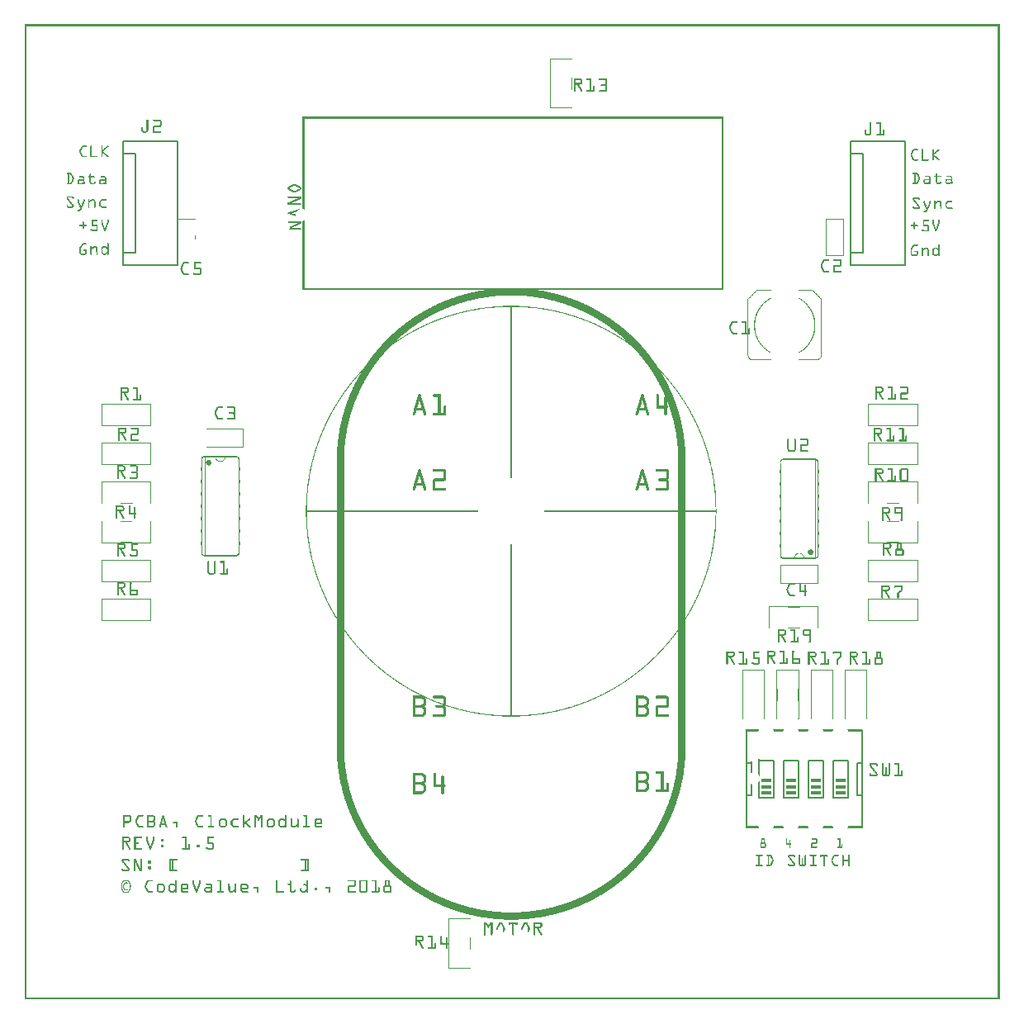
<source format=gto>
G04 MADE WITH FRITZING*
G04 WWW.FRITZING.ORG*
G04 DOUBLE SIDED*
G04 HOLES PLATED*
G04 CONTOUR ON CENTER OF CONTOUR VECTOR*
%ASAXBY*%
%FSLAX23Y23*%
%MOIN*%
%OFA0B0*%
%SFA1.0B1.0*%
%ADD10R,0.040000X0.015000*%
%ADD11R,0.225000X0.505000X0.215000X0.495000*%
%ADD12C,0.005000*%
%ADD13R,0.055000X0.405000X0.045000X0.395000*%
%ADD14C,0.008000*%
%ADD15C,0.006000*%
%ADD16C,0.002000*%
%ADD17R,0.001000X0.001000*%
%LNSILK1*%
G90*
G70*
G54D10*
X3294Y884D03*
X3294Y859D03*
X3294Y834D03*
X3194Y884D03*
X3194Y859D03*
X3194Y834D03*
X3094Y884D03*
X3094Y859D03*
X3094Y834D03*
X2994Y884D03*
X2994Y859D03*
X2994Y834D03*
G54D12*
X397Y3466D02*
X617Y3466D01*
X617Y2966D01*
X397Y2966D01*
X397Y3466D01*
D02*
X397Y3416D02*
X447Y3416D01*
X447Y3016D01*
X397Y3016D01*
X397Y3416D01*
D02*
X3333Y3467D02*
X3553Y3467D01*
X3553Y2967D01*
X3333Y2967D01*
X3333Y3467D01*
D02*
X3333Y3417D02*
X3383Y3417D01*
X3383Y3017D01*
X3333Y3017D01*
X3333Y3417D01*
D02*
G54D14*
X2914Y1087D02*
X2914Y957D01*
D02*
X2914Y827D02*
X2934Y827D01*
D02*
X2934Y957D02*
X2914Y957D01*
D02*
X2914Y827D02*
X2914Y697D01*
D02*
X2914Y957D02*
X2914Y827D01*
D02*
X3380Y697D02*
X3380Y827D01*
D02*
X3380Y957D02*
X3360Y957D01*
D02*
X3360Y957D02*
X3360Y827D01*
D02*
X3360Y827D02*
X3380Y827D01*
D02*
X3380Y957D02*
X3380Y1087D01*
D02*
X3380Y827D02*
X3380Y957D01*
D02*
X3264Y967D02*
X3264Y817D01*
D02*
X3264Y967D02*
X3324Y967D01*
D02*
X3324Y817D02*
X3324Y967D01*
D02*
X3324Y817D02*
X3264Y817D01*
D02*
X3164Y967D02*
X3164Y817D01*
D02*
X3164Y967D02*
X3224Y967D01*
D02*
X3224Y817D02*
X3224Y967D01*
D02*
X3224Y817D02*
X3164Y817D01*
D02*
X3064Y967D02*
X3064Y817D01*
D02*
X3064Y967D02*
X3124Y967D01*
D02*
X3124Y817D02*
X3124Y967D01*
D02*
X3124Y817D02*
X3064Y817D01*
D02*
X2964Y967D02*
X3024Y967D01*
D02*
X3024Y817D02*
X3024Y967D01*
D02*
X3024Y817D02*
X2964Y817D01*
G54D15*
D02*
X729Y1792D02*
X853Y1792D01*
D02*
X853Y2192D02*
X729Y2192D01*
G54D16*
D02*
X728Y2192D02*
X728Y1792D01*
G54D15*
D02*
X3190Y2181D02*
X3066Y2181D01*
D02*
X3066Y1781D02*
X3190Y1781D01*
G54D16*
D02*
X3191Y1781D02*
X3191Y2181D01*
G54D17*
X0Y3937D02*
X3936Y3937D01*
X0Y3936D02*
X3936Y3936D01*
X0Y3935D02*
X3936Y3935D01*
X0Y3934D02*
X3936Y3934D01*
X0Y3933D02*
X3936Y3933D01*
X0Y3932D02*
X3936Y3932D01*
X0Y3931D02*
X3936Y3931D01*
X0Y3930D02*
X3936Y3930D01*
X0Y3929D02*
X7Y3929D01*
X3929Y3929D02*
X3936Y3929D01*
X0Y3928D02*
X7Y3928D01*
X3929Y3928D02*
X3936Y3928D01*
X0Y3927D02*
X7Y3927D01*
X3929Y3927D02*
X3936Y3927D01*
X0Y3926D02*
X7Y3926D01*
X3929Y3926D02*
X3936Y3926D01*
X0Y3925D02*
X7Y3925D01*
X3929Y3925D02*
X3936Y3925D01*
X0Y3924D02*
X7Y3924D01*
X3929Y3924D02*
X3936Y3924D01*
X0Y3923D02*
X7Y3923D01*
X3929Y3923D02*
X3936Y3923D01*
X0Y3922D02*
X7Y3922D01*
X3929Y3922D02*
X3936Y3922D01*
X0Y3921D02*
X7Y3921D01*
X3929Y3921D02*
X3936Y3921D01*
X0Y3920D02*
X7Y3920D01*
X3929Y3920D02*
X3936Y3920D01*
X0Y3919D02*
X7Y3919D01*
X3929Y3919D02*
X3936Y3919D01*
X0Y3918D02*
X7Y3918D01*
X3929Y3918D02*
X3936Y3918D01*
X0Y3917D02*
X7Y3917D01*
X3929Y3917D02*
X3936Y3917D01*
X0Y3916D02*
X7Y3916D01*
X3929Y3916D02*
X3936Y3916D01*
X0Y3915D02*
X7Y3915D01*
X3929Y3915D02*
X3936Y3915D01*
X0Y3914D02*
X7Y3914D01*
X3929Y3914D02*
X3936Y3914D01*
X0Y3913D02*
X7Y3913D01*
X3929Y3913D02*
X3936Y3913D01*
X0Y3912D02*
X7Y3912D01*
X3929Y3912D02*
X3936Y3912D01*
X0Y3911D02*
X7Y3911D01*
X3929Y3911D02*
X3936Y3911D01*
X0Y3910D02*
X7Y3910D01*
X3929Y3910D02*
X3936Y3910D01*
X0Y3909D02*
X7Y3909D01*
X3929Y3909D02*
X3936Y3909D01*
X0Y3908D02*
X7Y3908D01*
X3929Y3908D02*
X3936Y3908D01*
X0Y3907D02*
X7Y3907D01*
X3929Y3907D02*
X3936Y3907D01*
X0Y3906D02*
X7Y3906D01*
X3929Y3906D02*
X3936Y3906D01*
X0Y3905D02*
X7Y3905D01*
X3929Y3905D02*
X3936Y3905D01*
X0Y3904D02*
X7Y3904D01*
X3929Y3904D02*
X3936Y3904D01*
X0Y3903D02*
X7Y3903D01*
X3929Y3903D02*
X3936Y3903D01*
X0Y3902D02*
X7Y3902D01*
X3929Y3902D02*
X3936Y3902D01*
X0Y3901D02*
X7Y3901D01*
X3929Y3901D02*
X3936Y3901D01*
X0Y3900D02*
X7Y3900D01*
X3929Y3900D02*
X3936Y3900D01*
X0Y3899D02*
X7Y3899D01*
X3929Y3899D02*
X3936Y3899D01*
X0Y3898D02*
X7Y3898D01*
X3929Y3898D02*
X3936Y3898D01*
X0Y3897D02*
X7Y3897D01*
X3929Y3897D02*
X3936Y3897D01*
X0Y3896D02*
X7Y3896D01*
X3929Y3896D02*
X3936Y3896D01*
X0Y3895D02*
X7Y3895D01*
X3929Y3895D02*
X3936Y3895D01*
X0Y3894D02*
X7Y3894D01*
X3929Y3894D02*
X3936Y3894D01*
X0Y3893D02*
X7Y3893D01*
X3929Y3893D02*
X3936Y3893D01*
X0Y3892D02*
X7Y3892D01*
X3929Y3892D02*
X3936Y3892D01*
X0Y3891D02*
X7Y3891D01*
X3929Y3891D02*
X3936Y3891D01*
X0Y3890D02*
X7Y3890D01*
X3929Y3890D02*
X3936Y3890D01*
X0Y3889D02*
X7Y3889D01*
X3929Y3889D02*
X3936Y3889D01*
X0Y3888D02*
X7Y3888D01*
X3929Y3888D02*
X3936Y3888D01*
X0Y3887D02*
X7Y3887D01*
X3929Y3887D02*
X3936Y3887D01*
X0Y3886D02*
X7Y3886D01*
X3929Y3886D02*
X3936Y3886D01*
X0Y3885D02*
X7Y3885D01*
X3929Y3885D02*
X3936Y3885D01*
X0Y3884D02*
X7Y3884D01*
X3929Y3884D02*
X3936Y3884D01*
X0Y3883D02*
X7Y3883D01*
X3929Y3883D02*
X3936Y3883D01*
X0Y3882D02*
X7Y3882D01*
X3929Y3882D02*
X3936Y3882D01*
X0Y3881D02*
X7Y3881D01*
X3929Y3881D02*
X3936Y3881D01*
X0Y3880D02*
X7Y3880D01*
X3929Y3880D02*
X3936Y3880D01*
X0Y3879D02*
X7Y3879D01*
X3929Y3879D02*
X3936Y3879D01*
X0Y3878D02*
X7Y3878D01*
X3929Y3878D02*
X3936Y3878D01*
X0Y3877D02*
X7Y3877D01*
X3929Y3877D02*
X3936Y3877D01*
X0Y3876D02*
X7Y3876D01*
X3929Y3876D02*
X3936Y3876D01*
X0Y3875D02*
X7Y3875D01*
X3929Y3875D02*
X3936Y3875D01*
X0Y3874D02*
X7Y3874D01*
X3929Y3874D02*
X3936Y3874D01*
X0Y3873D02*
X7Y3873D01*
X3929Y3873D02*
X3936Y3873D01*
X0Y3872D02*
X7Y3872D01*
X3929Y3872D02*
X3936Y3872D01*
X0Y3871D02*
X7Y3871D01*
X3929Y3871D02*
X3936Y3871D01*
X0Y3870D02*
X7Y3870D01*
X3929Y3870D02*
X3936Y3870D01*
X0Y3869D02*
X7Y3869D01*
X3929Y3869D02*
X3936Y3869D01*
X0Y3868D02*
X7Y3868D01*
X3929Y3868D02*
X3936Y3868D01*
X0Y3867D02*
X7Y3867D01*
X3929Y3867D02*
X3936Y3867D01*
X0Y3866D02*
X7Y3866D01*
X3929Y3866D02*
X3936Y3866D01*
X0Y3865D02*
X7Y3865D01*
X3929Y3865D02*
X3936Y3865D01*
X0Y3864D02*
X7Y3864D01*
X3929Y3864D02*
X3936Y3864D01*
X0Y3863D02*
X7Y3863D01*
X3929Y3863D02*
X3936Y3863D01*
X0Y3862D02*
X7Y3862D01*
X3929Y3862D02*
X3936Y3862D01*
X0Y3861D02*
X7Y3861D01*
X3929Y3861D02*
X3936Y3861D01*
X0Y3860D02*
X7Y3860D01*
X3929Y3860D02*
X3936Y3860D01*
X0Y3859D02*
X7Y3859D01*
X3929Y3859D02*
X3936Y3859D01*
X0Y3858D02*
X7Y3858D01*
X3929Y3858D02*
X3936Y3858D01*
X0Y3857D02*
X7Y3857D01*
X3929Y3857D02*
X3936Y3857D01*
X0Y3856D02*
X7Y3856D01*
X3929Y3856D02*
X3936Y3856D01*
X0Y3855D02*
X7Y3855D01*
X3929Y3855D02*
X3936Y3855D01*
X0Y3854D02*
X7Y3854D01*
X3929Y3854D02*
X3936Y3854D01*
X0Y3853D02*
X7Y3853D01*
X3929Y3853D02*
X3936Y3853D01*
X0Y3852D02*
X7Y3852D01*
X3929Y3852D02*
X3936Y3852D01*
X0Y3851D02*
X7Y3851D01*
X3929Y3851D02*
X3936Y3851D01*
X0Y3850D02*
X7Y3850D01*
X3929Y3850D02*
X3936Y3850D01*
X0Y3849D02*
X7Y3849D01*
X3929Y3849D02*
X3936Y3849D01*
X0Y3848D02*
X7Y3848D01*
X3929Y3848D02*
X3936Y3848D01*
X0Y3847D02*
X7Y3847D01*
X3929Y3847D02*
X3936Y3847D01*
X0Y3846D02*
X7Y3846D01*
X3929Y3846D02*
X3936Y3846D01*
X0Y3845D02*
X7Y3845D01*
X3929Y3845D02*
X3936Y3845D01*
X0Y3844D02*
X7Y3844D01*
X3929Y3844D02*
X3936Y3844D01*
X0Y3843D02*
X7Y3843D01*
X3929Y3843D02*
X3936Y3843D01*
X0Y3842D02*
X7Y3842D01*
X3929Y3842D02*
X3936Y3842D01*
X0Y3841D02*
X7Y3841D01*
X3929Y3841D02*
X3936Y3841D01*
X0Y3840D02*
X7Y3840D01*
X3929Y3840D02*
X3936Y3840D01*
X0Y3839D02*
X7Y3839D01*
X3929Y3839D02*
X3936Y3839D01*
X0Y3838D02*
X7Y3838D01*
X3929Y3838D02*
X3936Y3838D01*
X0Y3837D02*
X7Y3837D01*
X3929Y3837D02*
X3936Y3837D01*
X0Y3836D02*
X7Y3836D01*
X3929Y3836D02*
X3936Y3836D01*
X0Y3835D02*
X7Y3835D01*
X3929Y3835D02*
X3936Y3835D01*
X0Y3834D02*
X7Y3834D01*
X3929Y3834D02*
X3936Y3834D01*
X0Y3833D02*
X7Y3833D01*
X3929Y3833D02*
X3936Y3833D01*
X0Y3832D02*
X7Y3832D01*
X3929Y3832D02*
X3936Y3832D01*
X0Y3831D02*
X7Y3831D01*
X3929Y3831D02*
X3936Y3831D01*
X0Y3830D02*
X7Y3830D01*
X3929Y3830D02*
X3936Y3830D01*
X0Y3829D02*
X7Y3829D01*
X3929Y3829D02*
X3936Y3829D01*
X0Y3828D02*
X7Y3828D01*
X3929Y3828D02*
X3936Y3828D01*
X0Y3827D02*
X7Y3827D01*
X3929Y3827D02*
X3936Y3827D01*
X0Y3826D02*
X7Y3826D01*
X3929Y3826D02*
X3936Y3826D01*
X0Y3825D02*
X7Y3825D01*
X3929Y3825D02*
X3936Y3825D01*
X0Y3824D02*
X7Y3824D01*
X3929Y3824D02*
X3936Y3824D01*
X0Y3823D02*
X7Y3823D01*
X3929Y3823D02*
X3936Y3823D01*
X0Y3822D02*
X7Y3822D01*
X3929Y3822D02*
X3936Y3822D01*
X0Y3821D02*
X7Y3821D01*
X3929Y3821D02*
X3936Y3821D01*
X0Y3820D02*
X7Y3820D01*
X3929Y3820D02*
X3936Y3820D01*
X0Y3819D02*
X7Y3819D01*
X3929Y3819D02*
X3936Y3819D01*
X0Y3818D02*
X7Y3818D01*
X3929Y3818D02*
X3936Y3818D01*
X0Y3817D02*
X7Y3817D01*
X3929Y3817D02*
X3936Y3817D01*
X0Y3816D02*
X7Y3816D01*
X3929Y3816D02*
X3936Y3816D01*
X0Y3815D02*
X7Y3815D01*
X3929Y3815D02*
X3936Y3815D01*
X0Y3814D02*
X7Y3814D01*
X3929Y3814D02*
X3936Y3814D01*
X0Y3813D02*
X7Y3813D01*
X3929Y3813D02*
X3936Y3813D01*
X0Y3812D02*
X7Y3812D01*
X3929Y3812D02*
X3936Y3812D01*
X0Y3811D02*
X7Y3811D01*
X3929Y3811D02*
X3936Y3811D01*
X0Y3810D02*
X7Y3810D01*
X3929Y3810D02*
X3936Y3810D01*
X0Y3809D02*
X7Y3809D01*
X3929Y3809D02*
X3936Y3809D01*
X0Y3808D02*
X7Y3808D01*
X3929Y3808D02*
X3936Y3808D01*
X0Y3807D02*
X7Y3807D01*
X3929Y3807D02*
X3936Y3807D01*
X0Y3806D02*
X7Y3806D01*
X3929Y3806D02*
X3936Y3806D01*
X0Y3805D02*
X7Y3805D01*
X3929Y3805D02*
X3936Y3805D01*
X0Y3804D02*
X7Y3804D01*
X3929Y3804D02*
X3936Y3804D01*
X0Y3803D02*
X7Y3803D01*
X3929Y3803D02*
X3936Y3803D01*
X0Y3802D02*
X7Y3802D01*
X3929Y3802D02*
X3936Y3802D01*
X0Y3801D02*
X7Y3801D01*
X3929Y3801D02*
X3936Y3801D01*
X0Y3800D02*
X7Y3800D01*
X3929Y3800D02*
X3936Y3800D01*
X0Y3799D02*
X7Y3799D01*
X3929Y3799D02*
X3936Y3799D01*
X0Y3798D02*
X7Y3798D01*
X2122Y3798D02*
X2211Y3798D01*
X3929Y3798D02*
X3936Y3798D01*
X0Y3797D02*
X7Y3797D01*
X2122Y3797D02*
X2211Y3797D01*
X3929Y3797D02*
X3936Y3797D01*
X0Y3796D02*
X7Y3796D01*
X2122Y3796D02*
X2211Y3796D01*
X3929Y3796D02*
X3936Y3796D01*
X0Y3795D02*
X7Y3795D01*
X2122Y3795D02*
X2124Y3795D01*
X2210Y3795D02*
X2211Y3795D01*
X3929Y3795D02*
X3936Y3795D01*
X0Y3794D02*
X7Y3794D01*
X2122Y3794D02*
X2124Y3794D01*
X2210Y3794D02*
X2211Y3794D01*
X3929Y3794D02*
X3936Y3794D01*
X0Y3793D02*
X7Y3793D01*
X2122Y3793D02*
X2124Y3793D01*
X2210Y3793D02*
X2211Y3793D01*
X3929Y3793D02*
X3936Y3793D01*
X0Y3792D02*
X7Y3792D01*
X2122Y3792D02*
X2124Y3792D01*
X2210Y3792D02*
X2211Y3792D01*
X3929Y3792D02*
X3936Y3792D01*
X0Y3791D02*
X7Y3791D01*
X2122Y3791D02*
X2124Y3791D01*
X2210Y3791D02*
X2211Y3791D01*
X3929Y3791D02*
X3936Y3791D01*
X0Y3790D02*
X7Y3790D01*
X2122Y3790D02*
X2124Y3790D01*
X2210Y3790D02*
X2211Y3790D01*
X3929Y3790D02*
X3936Y3790D01*
X0Y3789D02*
X7Y3789D01*
X2122Y3789D02*
X2124Y3789D01*
X2210Y3789D02*
X2211Y3789D01*
X3929Y3789D02*
X3936Y3789D01*
X0Y3788D02*
X7Y3788D01*
X2122Y3788D02*
X2124Y3788D01*
X2210Y3788D02*
X2211Y3788D01*
X3929Y3788D02*
X3936Y3788D01*
X0Y3787D02*
X7Y3787D01*
X2122Y3787D02*
X2124Y3787D01*
X2210Y3787D02*
X2211Y3787D01*
X3929Y3787D02*
X3936Y3787D01*
X0Y3786D02*
X7Y3786D01*
X2122Y3786D02*
X2124Y3786D01*
X2210Y3786D02*
X2211Y3786D01*
X3929Y3786D02*
X3936Y3786D01*
X0Y3785D02*
X7Y3785D01*
X2122Y3785D02*
X2124Y3785D01*
X2210Y3785D02*
X2211Y3785D01*
X3929Y3785D02*
X3936Y3785D01*
X0Y3784D02*
X7Y3784D01*
X2122Y3784D02*
X2124Y3784D01*
X2210Y3784D02*
X2211Y3784D01*
X3929Y3784D02*
X3936Y3784D01*
X0Y3783D02*
X7Y3783D01*
X2122Y3783D02*
X2124Y3783D01*
X2210Y3783D02*
X2211Y3783D01*
X3929Y3783D02*
X3936Y3783D01*
X0Y3782D02*
X7Y3782D01*
X2122Y3782D02*
X2124Y3782D01*
X2210Y3782D02*
X2211Y3782D01*
X3929Y3782D02*
X3936Y3782D01*
X0Y3781D02*
X7Y3781D01*
X2122Y3781D02*
X2124Y3781D01*
X2210Y3781D02*
X2211Y3781D01*
X3929Y3781D02*
X3936Y3781D01*
X0Y3780D02*
X7Y3780D01*
X2122Y3780D02*
X2124Y3780D01*
X2210Y3780D02*
X2211Y3780D01*
X3929Y3780D02*
X3936Y3780D01*
X0Y3779D02*
X7Y3779D01*
X2122Y3779D02*
X2124Y3779D01*
X2210Y3779D02*
X2211Y3779D01*
X3929Y3779D02*
X3936Y3779D01*
X0Y3778D02*
X7Y3778D01*
X2122Y3778D02*
X2124Y3778D01*
X2210Y3778D02*
X2211Y3778D01*
X3929Y3778D02*
X3936Y3778D01*
X0Y3777D02*
X7Y3777D01*
X2122Y3777D02*
X2124Y3777D01*
X2210Y3777D02*
X2211Y3777D01*
X3929Y3777D02*
X3936Y3777D01*
X0Y3776D02*
X7Y3776D01*
X2122Y3776D02*
X2124Y3776D01*
X2210Y3776D02*
X2211Y3776D01*
X3929Y3776D02*
X3936Y3776D01*
X0Y3775D02*
X7Y3775D01*
X2122Y3775D02*
X2124Y3775D01*
X2210Y3775D02*
X2211Y3775D01*
X3929Y3775D02*
X3936Y3775D01*
X0Y3774D02*
X7Y3774D01*
X2122Y3774D02*
X2124Y3774D01*
X2210Y3774D02*
X2211Y3774D01*
X3929Y3774D02*
X3936Y3774D01*
X0Y3773D02*
X7Y3773D01*
X2122Y3773D02*
X2124Y3773D01*
X2210Y3773D02*
X2211Y3773D01*
X3929Y3773D02*
X3936Y3773D01*
X0Y3772D02*
X7Y3772D01*
X2122Y3772D02*
X2124Y3772D01*
X2210Y3772D02*
X2211Y3772D01*
X3929Y3772D02*
X3936Y3772D01*
X0Y3771D02*
X7Y3771D01*
X2122Y3771D02*
X2124Y3771D01*
X2210Y3771D02*
X2211Y3771D01*
X3929Y3771D02*
X3936Y3771D01*
X0Y3770D02*
X7Y3770D01*
X2122Y3770D02*
X2124Y3770D01*
X2210Y3770D02*
X2211Y3770D01*
X3929Y3770D02*
X3936Y3770D01*
X0Y3769D02*
X7Y3769D01*
X2122Y3769D02*
X2124Y3769D01*
X2210Y3769D02*
X2211Y3769D01*
X3929Y3769D02*
X3936Y3769D01*
X0Y3768D02*
X7Y3768D01*
X2122Y3768D02*
X2124Y3768D01*
X2210Y3768D02*
X2211Y3768D01*
X3929Y3768D02*
X3936Y3768D01*
X0Y3767D02*
X7Y3767D01*
X2122Y3767D02*
X2124Y3767D01*
X2210Y3767D02*
X2211Y3767D01*
X3929Y3767D02*
X3936Y3767D01*
X0Y3766D02*
X7Y3766D01*
X2122Y3766D02*
X2124Y3766D01*
X2210Y3766D02*
X2211Y3766D01*
X3929Y3766D02*
X3936Y3766D01*
X0Y3765D02*
X7Y3765D01*
X2122Y3765D02*
X2124Y3765D01*
X2210Y3765D02*
X2211Y3765D01*
X3929Y3765D02*
X3936Y3765D01*
X0Y3764D02*
X7Y3764D01*
X2122Y3764D02*
X2124Y3764D01*
X2210Y3764D02*
X2211Y3764D01*
X3929Y3764D02*
X3936Y3764D01*
X0Y3763D02*
X7Y3763D01*
X2122Y3763D02*
X2124Y3763D01*
X2210Y3763D02*
X2211Y3763D01*
X3929Y3763D02*
X3936Y3763D01*
X0Y3762D02*
X7Y3762D01*
X2122Y3762D02*
X2124Y3762D01*
X2210Y3762D02*
X2211Y3762D01*
X3929Y3762D02*
X3936Y3762D01*
X0Y3761D02*
X7Y3761D01*
X2122Y3761D02*
X2124Y3761D01*
X2210Y3761D02*
X2211Y3761D01*
X3929Y3761D02*
X3936Y3761D01*
X0Y3760D02*
X7Y3760D01*
X2122Y3760D02*
X2124Y3760D01*
X2210Y3760D02*
X2211Y3760D01*
X3929Y3760D02*
X3936Y3760D01*
X0Y3759D02*
X7Y3759D01*
X2122Y3759D02*
X2124Y3759D01*
X2210Y3759D02*
X2211Y3759D01*
X3929Y3759D02*
X3936Y3759D01*
X0Y3758D02*
X7Y3758D01*
X2122Y3758D02*
X2124Y3758D01*
X2210Y3758D02*
X2211Y3758D01*
X3929Y3758D02*
X3936Y3758D01*
X0Y3757D02*
X7Y3757D01*
X2122Y3757D02*
X2124Y3757D01*
X2210Y3757D02*
X2211Y3757D01*
X3929Y3757D02*
X3936Y3757D01*
X0Y3756D02*
X7Y3756D01*
X2122Y3756D02*
X2124Y3756D01*
X2210Y3756D02*
X2211Y3756D01*
X3929Y3756D02*
X3936Y3756D01*
X0Y3755D02*
X7Y3755D01*
X2122Y3755D02*
X2124Y3755D01*
X2210Y3755D02*
X2211Y3755D01*
X3929Y3755D02*
X3936Y3755D01*
X0Y3754D02*
X7Y3754D01*
X2122Y3754D02*
X2124Y3754D01*
X2210Y3754D02*
X2211Y3754D01*
X3929Y3754D02*
X3936Y3754D01*
X0Y3753D02*
X7Y3753D01*
X2122Y3753D02*
X2124Y3753D01*
X2210Y3753D02*
X2211Y3753D01*
X3929Y3753D02*
X3936Y3753D01*
X0Y3752D02*
X7Y3752D01*
X2122Y3752D02*
X2124Y3752D01*
X2210Y3752D02*
X2211Y3752D01*
X3929Y3752D02*
X3936Y3752D01*
X0Y3751D02*
X7Y3751D01*
X2122Y3751D02*
X2124Y3751D01*
X2210Y3751D02*
X2211Y3751D01*
X3929Y3751D02*
X3936Y3751D01*
X0Y3750D02*
X7Y3750D01*
X2122Y3750D02*
X2124Y3750D01*
X2210Y3750D02*
X2211Y3750D01*
X3929Y3750D02*
X3936Y3750D01*
X0Y3749D02*
X7Y3749D01*
X2122Y3749D02*
X2124Y3749D01*
X2210Y3749D02*
X2211Y3749D01*
X3929Y3749D02*
X3936Y3749D01*
X0Y3748D02*
X7Y3748D01*
X2122Y3748D02*
X2124Y3748D01*
X2210Y3748D02*
X2211Y3748D01*
X3929Y3748D02*
X3936Y3748D01*
X0Y3747D02*
X7Y3747D01*
X2122Y3747D02*
X2124Y3747D01*
X2210Y3747D02*
X2211Y3747D01*
X3929Y3747D02*
X3936Y3747D01*
X0Y3746D02*
X7Y3746D01*
X2122Y3746D02*
X2124Y3746D01*
X2210Y3746D02*
X2211Y3746D01*
X3929Y3746D02*
X3936Y3746D01*
X0Y3745D02*
X7Y3745D01*
X2122Y3745D02*
X2124Y3745D01*
X2210Y3745D02*
X2211Y3745D01*
X3929Y3745D02*
X3936Y3745D01*
X0Y3744D02*
X7Y3744D01*
X2122Y3744D02*
X2124Y3744D01*
X2210Y3744D02*
X2211Y3744D01*
X3929Y3744D02*
X3936Y3744D01*
X0Y3743D02*
X7Y3743D01*
X2122Y3743D02*
X2124Y3743D01*
X2210Y3743D02*
X2211Y3743D01*
X3929Y3743D02*
X3936Y3743D01*
X0Y3742D02*
X7Y3742D01*
X2122Y3742D02*
X2124Y3742D01*
X2210Y3742D02*
X2211Y3742D01*
X3929Y3742D02*
X3936Y3742D01*
X0Y3741D02*
X7Y3741D01*
X2122Y3741D02*
X2124Y3741D01*
X2210Y3741D02*
X2211Y3741D01*
X3929Y3741D02*
X3936Y3741D01*
X0Y3740D02*
X7Y3740D01*
X2122Y3740D02*
X2124Y3740D01*
X2210Y3740D02*
X2211Y3740D01*
X3929Y3740D02*
X3936Y3740D01*
X0Y3739D02*
X7Y3739D01*
X2122Y3739D02*
X2124Y3739D01*
X2210Y3739D02*
X2211Y3739D01*
X3929Y3739D02*
X3936Y3739D01*
X0Y3738D02*
X7Y3738D01*
X2122Y3738D02*
X2124Y3738D01*
X2210Y3738D02*
X2211Y3738D01*
X3929Y3738D02*
X3936Y3738D01*
X0Y3737D02*
X7Y3737D01*
X2122Y3737D02*
X2124Y3737D01*
X2210Y3737D02*
X2211Y3737D01*
X3929Y3737D02*
X3936Y3737D01*
X0Y3736D02*
X7Y3736D01*
X2122Y3736D02*
X2124Y3736D01*
X2210Y3736D02*
X2211Y3736D01*
X3929Y3736D02*
X3936Y3736D01*
X0Y3735D02*
X7Y3735D01*
X2122Y3735D02*
X2124Y3735D01*
X2210Y3735D02*
X2211Y3735D01*
X3929Y3735D02*
X3936Y3735D01*
X0Y3734D02*
X7Y3734D01*
X2122Y3734D02*
X2124Y3734D01*
X2210Y3734D02*
X2211Y3734D01*
X3929Y3734D02*
X3936Y3734D01*
X0Y3733D02*
X7Y3733D01*
X2122Y3733D02*
X2124Y3733D01*
X2210Y3733D02*
X2211Y3733D01*
X3929Y3733D02*
X3936Y3733D01*
X0Y3732D02*
X7Y3732D01*
X2122Y3732D02*
X2124Y3732D01*
X2210Y3732D02*
X2211Y3732D01*
X3929Y3732D02*
X3936Y3732D01*
X0Y3731D02*
X7Y3731D01*
X2122Y3731D02*
X2124Y3731D01*
X2210Y3731D02*
X2211Y3731D01*
X3929Y3731D02*
X3936Y3731D01*
X0Y3730D02*
X7Y3730D01*
X2122Y3730D02*
X2124Y3730D01*
X2210Y3730D02*
X2211Y3730D01*
X3929Y3730D02*
X3936Y3730D01*
X0Y3729D02*
X7Y3729D01*
X2122Y3729D02*
X2124Y3729D01*
X2210Y3729D02*
X2211Y3729D01*
X3929Y3729D02*
X3936Y3729D01*
X0Y3728D02*
X7Y3728D01*
X2122Y3728D02*
X2124Y3728D01*
X2210Y3728D02*
X2211Y3728D01*
X3929Y3728D02*
X3936Y3728D01*
X0Y3727D02*
X7Y3727D01*
X2122Y3727D02*
X2124Y3727D01*
X2210Y3727D02*
X2211Y3727D01*
X3929Y3727D02*
X3936Y3727D01*
X0Y3726D02*
X7Y3726D01*
X2122Y3726D02*
X2124Y3726D01*
X2210Y3726D02*
X2211Y3726D01*
X3929Y3726D02*
X3936Y3726D01*
X0Y3725D02*
X7Y3725D01*
X2122Y3725D02*
X2124Y3725D01*
X2210Y3725D02*
X2211Y3725D01*
X3929Y3725D02*
X3936Y3725D01*
X0Y3724D02*
X7Y3724D01*
X2122Y3724D02*
X2124Y3724D01*
X2210Y3724D02*
X2211Y3724D01*
X3929Y3724D02*
X3936Y3724D01*
X0Y3723D02*
X7Y3723D01*
X2122Y3723D02*
X2124Y3723D01*
X2209Y3723D02*
X2211Y3723D01*
X3929Y3723D02*
X3936Y3723D01*
X0Y3722D02*
X7Y3722D01*
X2122Y3722D02*
X2125Y3722D01*
X2208Y3722D02*
X2211Y3722D01*
X3929Y3722D02*
X3936Y3722D01*
X0Y3721D02*
X7Y3721D01*
X2122Y3721D02*
X2125Y3721D01*
X2208Y3721D02*
X2211Y3721D01*
X3929Y3721D02*
X3936Y3721D01*
X0Y3720D02*
X7Y3720D01*
X2122Y3720D02*
X2125Y3720D01*
X2208Y3720D02*
X2211Y3720D01*
X3929Y3720D02*
X3936Y3720D01*
X0Y3719D02*
X7Y3719D01*
X2122Y3719D02*
X2125Y3719D01*
X2208Y3719D02*
X2211Y3719D01*
X3929Y3719D02*
X3936Y3719D01*
X0Y3718D02*
X7Y3718D01*
X2122Y3718D02*
X2125Y3718D01*
X2208Y3718D02*
X2211Y3718D01*
X2218Y3718D02*
X2245Y3718D01*
X2270Y3718D02*
X2288Y3718D01*
X2320Y3718D02*
X2348Y3718D01*
X3929Y3718D02*
X3936Y3718D01*
X0Y3717D02*
X7Y3717D01*
X2122Y3717D02*
X2125Y3717D01*
X2208Y3717D02*
X2211Y3717D01*
X2218Y3717D02*
X2247Y3717D01*
X2269Y3717D02*
X2288Y3717D01*
X2319Y3717D02*
X2350Y3717D01*
X3929Y3717D02*
X3936Y3717D01*
X0Y3716D02*
X7Y3716D01*
X2122Y3716D02*
X2125Y3716D01*
X2208Y3716D02*
X2211Y3716D01*
X2218Y3716D02*
X2248Y3716D01*
X2269Y3716D02*
X2288Y3716D01*
X2319Y3716D02*
X2351Y3716D01*
X3929Y3716D02*
X3936Y3716D01*
X0Y3715D02*
X7Y3715D01*
X2122Y3715D02*
X2125Y3715D01*
X2208Y3715D02*
X2211Y3715D01*
X2218Y3715D02*
X2249Y3715D01*
X2269Y3715D02*
X2288Y3715D01*
X2319Y3715D02*
X2352Y3715D01*
X3929Y3715D02*
X3936Y3715D01*
X0Y3714D02*
X7Y3714D01*
X2122Y3714D02*
X2125Y3714D01*
X2208Y3714D02*
X2211Y3714D01*
X2218Y3714D02*
X2250Y3714D01*
X2269Y3714D02*
X2288Y3714D01*
X2319Y3714D02*
X2352Y3714D01*
X3929Y3714D02*
X3936Y3714D01*
X0Y3713D02*
X7Y3713D01*
X2122Y3713D02*
X2125Y3713D01*
X2208Y3713D02*
X2211Y3713D01*
X2218Y3713D02*
X2251Y3713D01*
X2269Y3713D02*
X2288Y3713D01*
X2320Y3713D02*
X2352Y3713D01*
X3929Y3713D02*
X3936Y3713D01*
X0Y3712D02*
X7Y3712D01*
X2122Y3712D02*
X2125Y3712D01*
X2208Y3712D02*
X2211Y3712D01*
X2218Y3712D02*
X2251Y3712D01*
X2271Y3712D02*
X2288Y3712D01*
X2321Y3712D02*
X2352Y3712D01*
X3929Y3712D02*
X3936Y3712D01*
X0Y3711D02*
X7Y3711D01*
X2122Y3711D02*
X2125Y3711D01*
X2208Y3711D02*
X2211Y3711D01*
X2218Y3711D02*
X2224Y3711D01*
X2244Y3711D02*
X2252Y3711D01*
X2282Y3711D02*
X2288Y3711D01*
X2346Y3711D02*
X2352Y3711D01*
X3929Y3711D02*
X3936Y3711D01*
X0Y3710D02*
X7Y3710D01*
X2122Y3710D02*
X2125Y3710D01*
X2208Y3710D02*
X2211Y3710D01*
X2218Y3710D02*
X2224Y3710D01*
X2245Y3710D02*
X2252Y3710D01*
X2282Y3710D02*
X2288Y3710D01*
X2346Y3710D02*
X2352Y3710D01*
X3929Y3710D02*
X3936Y3710D01*
X0Y3709D02*
X7Y3709D01*
X2122Y3709D02*
X2125Y3709D01*
X2208Y3709D02*
X2211Y3709D01*
X2218Y3709D02*
X2224Y3709D01*
X2246Y3709D02*
X2252Y3709D01*
X2282Y3709D02*
X2288Y3709D01*
X2346Y3709D02*
X2352Y3709D01*
X3929Y3709D02*
X3936Y3709D01*
X0Y3708D02*
X7Y3708D01*
X2122Y3708D02*
X2125Y3708D01*
X2208Y3708D02*
X2211Y3708D01*
X2218Y3708D02*
X2224Y3708D01*
X2246Y3708D02*
X2252Y3708D01*
X2282Y3708D02*
X2288Y3708D01*
X2346Y3708D02*
X2352Y3708D01*
X3929Y3708D02*
X3936Y3708D01*
X0Y3707D02*
X7Y3707D01*
X2122Y3707D02*
X2125Y3707D01*
X2208Y3707D02*
X2211Y3707D01*
X2218Y3707D02*
X2224Y3707D01*
X2246Y3707D02*
X2252Y3707D01*
X2282Y3707D02*
X2288Y3707D01*
X2346Y3707D02*
X2352Y3707D01*
X3929Y3707D02*
X3936Y3707D01*
X0Y3706D02*
X7Y3706D01*
X2122Y3706D02*
X2125Y3706D01*
X2208Y3706D02*
X2211Y3706D01*
X2218Y3706D02*
X2224Y3706D01*
X2246Y3706D02*
X2252Y3706D01*
X2282Y3706D02*
X2288Y3706D01*
X2346Y3706D02*
X2352Y3706D01*
X3929Y3706D02*
X3936Y3706D01*
X0Y3705D02*
X7Y3705D01*
X2122Y3705D02*
X2125Y3705D01*
X2208Y3705D02*
X2211Y3705D01*
X2218Y3705D02*
X2224Y3705D01*
X2246Y3705D02*
X2252Y3705D01*
X2282Y3705D02*
X2288Y3705D01*
X2346Y3705D02*
X2352Y3705D01*
X3929Y3705D02*
X3936Y3705D01*
X0Y3704D02*
X7Y3704D01*
X2122Y3704D02*
X2125Y3704D01*
X2208Y3704D02*
X2211Y3704D01*
X2218Y3704D02*
X2224Y3704D01*
X2246Y3704D02*
X2252Y3704D01*
X2282Y3704D02*
X2288Y3704D01*
X2346Y3704D02*
X2352Y3704D01*
X3929Y3704D02*
X3936Y3704D01*
X0Y3703D02*
X7Y3703D01*
X2122Y3703D02*
X2125Y3703D01*
X2208Y3703D02*
X2211Y3703D01*
X2218Y3703D02*
X2224Y3703D01*
X2246Y3703D02*
X2252Y3703D01*
X2282Y3703D02*
X2288Y3703D01*
X2346Y3703D02*
X2352Y3703D01*
X3929Y3703D02*
X3936Y3703D01*
X0Y3702D02*
X7Y3702D01*
X2122Y3702D02*
X2125Y3702D01*
X2208Y3702D02*
X2211Y3702D01*
X2218Y3702D02*
X2224Y3702D01*
X2245Y3702D02*
X2252Y3702D01*
X2282Y3702D02*
X2288Y3702D01*
X2346Y3702D02*
X2352Y3702D01*
X3929Y3702D02*
X3936Y3702D01*
X0Y3701D02*
X7Y3701D01*
X2122Y3701D02*
X2125Y3701D01*
X2208Y3701D02*
X2211Y3701D01*
X2218Y3701D02*
X2225Y3701D01*
X2242Y3701D02*
X2251Y3701D01*
X2282Y3701D02*
X2288Y3701D01*
X2346Y3701D02*
X2352Y3701D01*
X3929Y3701D02*
X3936Y3701D01*
X0Y3700D02*
X7Y3700D01*
X2122Y3700D02*
X2125Y3700D01*
X2208Y3700D02*
X2211Y3700D01*
X2218Y3700D02*
X2251Y3700D01*
X2282Y3700D02*
X2288Y3700D01*
X2346Y3700D02*
X2352Y3700D01*
X3929Y3700D02*
X3936Y3700D01*
X0Y3699D02*
X7Y3699D01*
X2122Y3699D02*
X2125Y3699D01*
X2208Y3699D02*
X2211Y3699D01*
X2218Y3699D02*
X2250Y3699D01*
X2282Y3699D02*
X2288Y3699D01*
X2346Y3699D02*
X2352Y3699D01*
X3929Y3699D02*
X3936Y3699D01*
X0Y3698D02*
X7Y3698D01*
X2122Y3698D02*
X2125Y3698D01*
X2208Y3698D02*
X2211Y3698D01*
X2218Y3698D02*
X2250Y3698D01*
X2282Y3698D02*
X2288Y3698D01*
X2346Y3698D02*
X2352Y3698D01*
X3929Y3698D02*
X3936Y3698D01*
X0Y3697D02*
X7Y3697D01*
X2122Y3697D02*
X2125Y3697D01*
X2208Y3697D02*
X2211Y3697D01*
X2218Y3697D02*
X2249Y3697D01*
X2282Y3697D02*
X2288Y3697D01*
X2346Y3697D02*
X2352Y3697D01*
X3929Y3697D02*
X3936Y3697D01*
X0Y3696D02*
X7Y3696D01*
X2122Y3696D02*
X2125Y3696D01*
X2208Y3696D02*
X2211Y3696D01*
X2218Y3696D02*
X2248Y3696D01*
X2282Y3696D02*
X2288Y3696D01*
X2345Y3696D02*
X2352Y3696D01*
X3929Y3696D02*
X3936Y3696D01*
X0Y3695D02*
X7Y3695D01*
X2122Y3695D02*
X2125Y3695D01*
X2208Y3695D02*
X2211Y3695D01*
X2218Y3695D02*
X2246Y3695D01*
X2282Y3695D02*
X2288Y3695D01*
X2328Y3695D02*
X2352Y3695D01*
X3929Y3695D02*
X3936Y3695D01*
X0Y3694D02*
X7Y3694D01*
X2122Y3694D02*
X2125Y3694D01*
X2208Y3694D02*
X2211Y3694D01*
X2218Y3694D02*
X2242Y3694D01*
X2282Y3694D02*
X2288Y3694D01*
X2327Y3694D02*
X2351Y3694D01*
X3929Y3694D02*
X3936Y3694D01*
X0Y3693D02*
X7Y3693D01*
X2122Y3693D02*
X2125Y3693D01*
X2208Y3693D02*
X2211Y3693D01*
X2218Y3693D02*
X2224Y3693D01*
X2231Y3693D02*
X2238Y3693D01*
X2282Y3693D02*
X2288Y3693D01*
X2326Y3693D02*
X2351Y3693D01*
X3929Y3693D02*
X3936Y3693D01*
X0Y3692D02*
X7Y3692D01*
X2122Y3692D02*
X2125Y3692D01*
X2208Y3692D02*
X2211Y3692D01*
X2218Y3692D02*
X2224Y3692D01*
X2231Y3692D02*
X2239Y3692D01*
X2282Y3692D02*
X2288Y3692D01*
X2326Y3692D02*
X2350Y3692D01*
X3929Y3692D02*
X3936Y3692D01*
X0Y3691D02*
X7Y3691D01*
X2122Y3691D02*
X2125Y3691D01*
X2208Y3691D02*
X2211Y3691D01*
X2218Y3691D02*
X2224Y3691D01*
X2232Y3691D02*
X2239Y3691D01*
X2282Y3691D02*
X2288Y3691D01*
X2326Y3691D02*
X2350Y3691D01*
X3929Y3691D02*
X3936Y3691D01*
X0Y3690D02*
X7Y3690D01*
X2122Y3690D02*
X2125Y3690D01*
X2208Y3690D02*
X2211Y3690D01*
X2218Y3690D02*
X2224Y3690D01*
X2233Y3690D02*
X2240Y3690D01*
X2282Y3690D02*
X2288Y3690D01*
X2326Y3690D02*
X2351Y3690D01*
X3929Y3690D02*
X3936Y3690D01*
X0Y3689D02*
X7Y3689D01*
X2122Y3689D02*
X2125Y3689D01*
X2208Y3689D02*
X2211Y3689D01*
X2218Y3689D02*
X2224Y3689D01*
X2233Y3689D02*
X2240Y3689D01*
X2282Y3689D02*
X2288Y3689D01*
X2299Y3689D02*
X2300Y3689D01*
X2327Y3689D02*
X2351Y3689D01*
X3929Y3689D02*
X3936Y3689D01*
X0Y3688D02*
X7Y3688D01*
X2122Y3688D02*
X2125Y3688D01*
X2208Y3688D02*
X2211Y3688D01*
X2218Y3688D02*
X2224Y3688D01*
X2234Y3688D02*
X2241Y3688D01*
X2282Y3688D02*
X2288Y3688D01*
X2297Y3688D02*
X2301Y3688D01*
X2343Y3688D02*
X2352Y3688D01*
X3929Y3688D02*
X3936Y3688D01*
X0Y3687D02*
X7Y3687D01*
X2122Y3687D02*
X2125Y3687D01*
X2208Y3687D02*
X2211Y3687D01*
X2218Y3687D02*
X2224Y3687D01*
X2234Y3687D02*
X2241Y3687D01*
X2282Y3687D02*
X2288Y3687D01*
X2296Y3687D02*
X2302Y3687D01*
X2345Y3687D02*
X2352Y3687D01*
X3929Y3687D02*
X3936Y3687D01*
X0Y3686D02*
X7Y3686D01*
X2122Y3686D02*
X2125Y3686D01*
X2208Y3686D02*
X2211Y3686D01*
X2218Y3686D02*
X2224Y3686D01*
X2235Y3686D02*
X2242Y3686D01*
X2282Y3686D02*
X2288Y3686D01*
X2296Y3686D02*
X2302Y3686D01*
X2346Y3686D02*
X2352Y3686D01*
X3929Y3686D02*
X3936Y3686D01*
X0Y3685D02*
X7Y3685D01*
X2122Y3685D02*
X2125Y3685D01*
X2208Y3685D02*
X2211Y3685D01*
X2218Y3685D02*
X2224Y3685D01*
X2235Y3685D02*
X2243Y3685D01*
X2282Y3685D02*
X2288Y3685D01*
X2296Y3685D02*
X2302Y3685D01*
X2346Y3685D02*
X2352Y3685D01*
X3929Y3685D02*
X3936Y3685D01*
X0Y3684D02*
X7Y3684D01*
X2122Y3684D02*
X2125Y3684D01*
X2208Y3684D02*
X2211Y3684D01*
X2218Y3684D02*
X2224Y3684D01*
X2236Y3684D02*
X2243Y3684D01*
X2282Y3684D02*
X2288Y3684D01*
X2296Y3684D02*
X2302Y3684D01*
X2346Y3684D02*
X2352Y3684D01*
X3929Y3684D02*
X3936Y3684D01*
X0Y3683D02*
X7Y3683D01*
X2122Y3683D02*
X2125Y3683D01*
X2208Y3683D02*
X2211Y3683D01*
X2218Y3683D02*
X2224Y3683D01*
X2237Y3683D02*
X2244Y3683D01*
X2282Y3683D02*
X2288Y3683D01*
X2296Y3683D02*
X2302Y3683D01*
X2346Y3683D02*
X2352Y3683D01*
X3929Y3683D02*
X3936Y3683D01*
X0Y3682D02*
X7Y3682D01*
X2122Y3682D02*
X2125Y3682D01*
X2208Y3682D02*
X2211Y3682D01*
X2218Y3682D02*
X2224Y3682D01*
X2237Y3682D02*
X2244Y3682D01*
X2282Y3682D02*
X2288Y3682D01*
X2296Y3682D02*
X2302Y3682D01*
X2346Y3682D02*
X2352Y3682D01*
X3929Y3682D02*
X3936Y3682D01*
X0Y3681D02*
X7Y3681D01*
X2122Y3681D02*
X2125Y3681D01*
X2208Y3681D02*
X2211Y3681D01*
X2218Y3681D02*
X2224Y3681D01*
X2238Y3681D02*
X2245Y3681D01*
X2282Y3681D02*
X2288Y3681D01*
X2296Y3681D02*
X2302Y3681D01*
X2346Y3681D02*
X2352Y3681D01*
X3929Y3681D02*
X3936Y3681D01*
X0Y3680D02*
X7Y3680D01*
X2122Y3680D02*
X2125Y3680D01*
X2208Y3680D02*
X2211Y3680D01*
X2218Y3680D02*
X2224Y3680D01*
X2238Y3680D02*
X2246Y3680D01*
X2282Y3680D02*
X2288Y3680D01*
X2296Y3680D02*
X2302Y3680D01*
X2346Y3680D02*
X2352Y3680D01*
X3929Y3680D02*
X3936Y3680D01*
X0Y3679D02*
X7Y3679D01*
X2122Y3679D02*
X2125Y3679D01*
X2208Y3679D02*
X2211Y3679D01*
X2218Y3679D02*
X2224Y3679D01*
X2239Y3679D02*
X2246Y3679D01*
X2282Y3679D02*
X2288Y3679D01*
X2296Y3679D02*
X2302Y3679D01*
X2346Y3679D02*
X2352Y3679D01*
X3929Y3679D02*
X3936Y3679D01*
X0Y3678D02*
X7Y3678D01*
X2122Y3678D02*
X2125Y3678D01*
X2208Y3678D02*
X2211Y3678D01*
X2218Y3678D02*
X2224Y3678D01*
X2240Y3678D02*
X2247Y3678D01*
X2282Y3678D02*
X2288Y3678D01*
X2296Y3678D02*
X2302Y3678D01*
X2346Y3678D02*
X2352Y3678D01*
X3929Y3678D02*
X3936Y3678D01*
X0Y3677D02*
X7Y3677D01*
X2122Y3677D02*
X2125Y3677D01*
X2208Y3677D02*
X2211Y3677D01*
X2218Y3677D02*
X2224Y3677D01*
X2240Y3677D02*
X2247Y3677D01*
X2282Y3677D02*
X2288Y3677D01*
X2296Y3677D02*
X2302Y3677D01*
X2346Y3677D02*
X2352Y3677D01*
X3929Y3677D02*
X3936Y3677D01*
X0Y3676D02*
X7Y3676D01*
X2122Y3676D02*
X2125Y3676D01*
X2208Y3676D02*
X2211Y3676D01*
X2218Y3676D02*
X2224Y3676D01*
X2241Y3676D02*
X2248Y3676D01*
X2282Y3676D02*
X2288Y3676D01*
X2296Y3676D02*
X2302Y3676D01*
X2346Y3676D02*
X2352Y3676D01*
X3929Y3676D02*
X3936Y3676D01*
X0Y3675D02*
X7Y3675D01*
X2122Y3675D02*
X2125Y3675D01*
X2208Y3675D02*
X2211Y3675D01*
X2218Y3675D02*
X2224Y3675D01*
X2241Y3675D02*
X2248Y3675D01*
X2282Y3675D02*
X2288Y3675D01*
X2296Y3675D02*
X2302Y3675D01*
X2346Y3675D02*
X2352Y3675D01*
X3929Y3675D02*
X3936Y3675D01*
X0Y3674D02*
X7Y3674D01*
X2122Y3674D02*
X2125Y3674D01*
X2208Y3674D02*
X2211Y3674D01*
X2218Y3674D02*
X2224Y3674D01*
X2242Y3674D02*
X2249Y3674D01*
X2282Y3674D02*
X2288Y3674D01*
X2296Y3674D02*
X2302Y3674D01*
X2346Y3674D02*
X2352Y3674D01*
X3929Y3674D02*
X3936Y3674D01*
X0Y3673D02*
X7Y3673D01*
X2122Y3673D02*
X2124Y3673D01*
X2210Y3673D02*
X2211Y3673D01*
X2218Y3673D02*
X2224Y3673D01*
X2242Y3673D02*
X2250Y3673D01*
X2282Y3673D02*
X2288Y3673D01*
X2296Y3673D02*
X2302Y3673D01*
X2346Y3673D02*
X2352Y3673D01*
X3929Y3673D02*
X3936Y3673D01*
X0Y3672D02*
X7Y3672D01*
X2122Y3672D02*
X2124Y3672D01*
X2210Y3672D02*
X2211Y3672D01*
X2218Y3672D02*
X2224Y3672D01*
X2243Y3672D02*
X2250Y3672D01*
X2282Y3672D02*
X2288Y3672D01*
X2296Y3672D02*
X2302Y3672D01*
X2346Y3672D02*
X2352Y3672D01*
X3929Y3672D02*
X3936Y3672D01*
X0Y3671D02*
X7Y3671D01*
X2122Y3671D02*
X2124Y3671D01*
X2210Y3671D02*
X2211Y3671D01*
X2218Y3671D02*
X2224Y3671D01*
X2244Y3671D02*
X2251Y3671D01*
X2270Y3671D02*
X2302Y3671D01*
X2321Y3671D02*
X2352Y3671D01*
X3929Y3671D02*
X3936Y3671D01*
X0Y3670D02*
X7Y3670D01*
X2122Y3670D02*
X2124Y3670D01*
X2210Y3670D02*
X2211Y3670D01*
X2218Y3670D02*
X2224Y3670D01*
X2244Y3670D02*
X2251Y3670D01*
X2269Y3670D02*
X2302Y3670D01*
X2320Y3670D02*
X2352Y3670D01*
X3929Y3670D02*
X3936Y3670D01*
X0Y3669D02*
X7Y3669D01*
X2122Y3669D02*
X2124Y3669D01*
X2210Y3669D02*
X2211Y3669D01*
X2218Y3669D02*
X2224Y3669D01*
X2245Y3669D02*
X2252Y3669D01*
X2269Y3669D02*
X2302Y3669D01*
X2319Y3669D02*
X2352Y3669D01*
X3929Y3669D02*
X3936Y3669D01*
X0Y3668D02*
X7Y3668D01*
X2122Y3668D02*
X2124Y3668D01*
X2210Y3668D02*
X2211Y3668D01*
X2218Y3668D02*
X2224Y3668D01*
X2245Y3668D02*
X2252Y3668D01*
X2269Y3668D02*
X2302Y3668D01*
X2319Y3668D02*
X2351Y3668D01*
X3929Y3668D02*
X3936Y3668D01*
X0Y3667D02*
X7Y3667D01*
X2122Y3667D02*
X2124Y3667D01*
X2210Y3667D02*
X2211Y3667D01*
X2219Y3667D02*
X2224Y3667D01*
X2246Y3667D02*
X2252Y3667D01*
X2269Y3667D02*
X2302Y3667D01*
X2319Y3667D02*
X2351Y3667D01*
X3929Y3667D02*
X3936Y3667D01*
X0Y3666D02*
X7Y3666D01*
X2122Y3666D02*
X2124Y3666D01*
X2210Y3666D02*
X2211Y3666D01*
X2219Y3666D02*
X2224Y3666D01*
X2247Y3666D02*
X2251Y3666D01*
X2269Y3666D02*
X2301Y3666D01*
X2320Y3666D02*
X2350Y3666D01*
X3929Y3666D02*
X3936Y3666D01*
X0Y3665D02*
X7Y3665D01*
X2122Y3665D02*
X2124Y3665D01*
X2210Y3665D02*
X2211Y3665D01*
X2220Y3665D02*
X2223Y3665D01*
X2248Y3665D02*
X2250Y3665D01*
X2270Y3665D02*
X2300Y3665D01*
X2321Y3665D02*
X2348Y3665D01*
X3929Y3665D02*
X3936Y3665D01*
X0Y3664D02*
X7Y3664D01*
X2122Y3664D02*
X2124Y3664D01*
X2210Y3664D02*
X2211Y3664D01*
X3929Y3664D02*
X3936Y3664D01*
X0Y3663D02*
X7Y3663D01*
X2122Y3663D02*
X2124Y3663D01*
X2210Y3663D02*
X2211Y3663D01*
X3929Y3663D02*
X3936Y3663D01*
X0Y3662D02*
X7Y3662D01*
X2122Y3662D02*
X2124Y3662D01*
X2210Y3662D02*
X2211Y3662D01*
X3929Y3662D02*
X3936Y3662D01*
X0Y3661D02*
X7Y3661D01*
X2122Y3661D02*
X2124Y3661D01*
X2210Y3661D02*
X2211Y3661D01*
X3929Y3661D02*
X3936Y3661D01*
X0Y3660D02*
X7Y3660D01*
X2122Y3660D02*
X2124Y3660D01*
X2210Y3660D02*
X2211Y3660D01*
X3929Y3660D02*
X3936Y3660D01*
X0Y3659D02*
X7Y3659D01*
X2122Y3659D02*
X2124Y3659D01*
X2210Y3659D02*
X2211Y3659D01*
X3929Y3659D02*
X3936Y3659D01*
X0Y3658D02*
X7Y3658D01*
X2122Y3658D02*
X2124Y3658D01*
X2210Y3658D02*
X2211Y3658D01*
X3929Y3658D02*
X3936Y3658D01*
X0Y3657D02*
X7Y3657D01*
X2122Y3657D02*
X2124Y3657D01*
X2210Y3657D02*
X2211Y3657D01*
X3929Y3657D02*
X3936Y3657D01*
X0Y3656D02*
X7Y3656D01*
X2122Y3656D02*
X2124Y3656D01*
X2210Y3656D02*
X2211Y3656D01*
X3929Y3656D02*
X3936Y3656D01*
X0Y3655D02*
X7Y3655D01*
X2122Y3655D02*
X2124Y3655D01*
X2210Y3655D02*
X2211Y3655D01*
X3929Y3655D02*
X3936Y3655D01*
X0Y3654D02*
X7Y3654D01*
X2122Y3654D02*
X2124Y3654D01*
X2210Y3654D02*
X2211Y3654D01*
X3929Y3654D02*
X3936Y3654D01*
X0Y3653D02*
X7Y3653D01*
X2122Y3653D02*
X2124Y3653D01*
X2210Y3653D02*
X2211Y3653D01*
X3929Y3653D02*
X3936Y3653D01*
X0Y3652D02*
X7Y3652D01*
X2122Y3652D02*
X2124Y3652D01*
X2210Y3652D02*
X2211Y3652D01*
X3929Y3652D02*
X3936Y3652D01*
X0Y3651D02*
X7Y3651D01*
X2122Y3651D02*
X2124Y3651D01*
X2210Y3651D02*
X2211Y3651D01*
X3929Y3651D02*
X3936Y3651D01*
X0Y3650D02*
X7Y3650D01*
X2122Y3650D02*
X2124Y3650D01*
X2210Y3650D02*
X2211Y3650D01*
X3929Y3650D02*
X3936Y3650D01*
X0Y3649D02*
X7Y3649D01*
X2122Y3649D02*
X2124Y3649D01*
X2210Y3649D02*
X2211Y3649D01*
X3929Y3649D02*
X3936Y3649D01*
X0Y3648D02*
X7Y3648D01*
X2122Y3648D02*
X2124Y3648D01*
X2210Y3648D02*
X2211Y3648D01*
X3929Y3648D02*
X3936Y3648D01*
X0Y3647D02*
X7Y3647D01*
X2122Y3647D02*
X2124Y3647D01*
X2210Y3647D02*
X2211Y3647D01*
X3929Y3647D02*
X3936Y3647D01*
X0Y3646D02*
X7Y3646D01*
X2122Y3646D02*
X2124Y3646D01*
X2210Y3646D02*
X2211Y3646D01*
X3929Y3646D02*
X3936Y3646D01*
X0Y3645D02*
X7Y3645D01*
X2122Y3645D02*
X2124Y3645D01*
X2210Y3645D02*
X2211Y3645D01*
X3929Y3645D02*
X3936Y3645D01*
X0Y3644D02*
X7Y3644D01*
X2122Y3644D02*
X2124Y3644D01*
X2210Y3644D02*
X2211Y3644D01*
X3929Y3644D02*
X3936Y3644D01*
X0Y3643D02*
X7Y3643D01*
X2122Y3643D02*
X2124Y3643D01*
X2210Y3643D02*
X2211Y3643D01*
X3929Y3643D02*
X3936Y3643D01*
X0Y3642D02*
X7Y3642D01*
X2122Y3642D02*
X2124Y3642D01*
X2210Y3642D02*
X2211Y3642D01*
X3929Y3642D02*
X3936Y3642D01*
X0Y3641D02*
X7Y3641D01*
X2122Y3641D02*
X2124Y3641D01*
X2210Y3641D02*
X2211Y3641D01*
X3929Y3641D02*
X3936Y3641D01*
X0Y3640D02*
X7Y3640D01*
X2122Y3640D02*
X2124Y3640D01*
X2210Y3640D02*
X2211Y3640D01*
X3929Y3640D02*
X3936Y3640D01*
X0Y3639D02*
X7Y3639D01*
X2122Y3639D02*
X2124Y3639D01*
X2210Y3639D02*
X2211Y3639D01*
X3929Y3639D02*
X3936Y3639D01*
X0Y3638D02*
X7Y3638D01*
X2122Y3638D02*
X2124Y3638D01*
X2210Y3638D02*
X2211Y3638D01*
X3929Y3638D02*
X3936Y3638D01*
X0Y3637D02*
X7Y3637D01*
X2122Y3637D02*
X2124Y3637D01*
X2210Y3637D02*
X2211Y3637D01*
X3929Y3637D02*
X3936Y3637D01*
X0Y3636D02*
X7Y3636D01*
X2122Y3636D02*
X2124Y3636D01*
X2210Y3636D02*
X2211Y3636D01*
X3929Y3636D02*
X3936Y3636D01*
X0Y3635D02*
X7Y3635D01*
X2122Y3635D02*
X2124Y3635D01*
X2210Y3635D02*
X2211Y3635D01*
X3929Y3635D02*
X3936Y3635D01*
X0Y3634D02*
X7Y3634D01*
X2122Y3634D02*
X2124Y3634D01*
X2210Y3634D02*
X2211Y3634D01*
X3929Y3634D02*
X3936Y3634D01*
X0Y3633D02*
X7Y3633D01*
X2122Y3633D02*
X2124Y3633D01*
X2210Y3633D02*
X2211Y3633D01*
X3929Y3633D02*
X3936Y3633D01*
X0Y3632D02*
X7Y3632D01*
X2122Y3632D02*
X2124Y3632D01*
X2210Y3632D02*
X2211Y3632D01*
X3929Y3632D02*
X3936Y3632D01*
X0Y3631D02*
X7Y3631D01*
X2122Y3631D02*
X2124Y3631D01*
X2210Y3631D02*
X2211Y3631D01*
X3929Y3631D02*
X3936Y3631D01*
X0Y3630D02*
X7Y3630D01*
X2122Y3630D02*
X2124Y3630D01*
X2210Y3630D02*
X2211Y3630D01*
X3929Y3630D02*
X3936Y3630D01*
X0Y3629D02*
X7Y3629D01*
X2122Y3629D02*
X2124Y3629D01*
X2210Y3629D02*
X2211Y3629D01*
X3929Y3629D02*
X3936Y3629D01*
X0Y3628D02*
X7Y3628D01*
X2122Y3628D02*
X2124Y3628D01*
X2210Y3628D02*
X2211Y3628D01*
X3929Y3628D02*
X3936Y3628D01*
X0Y3627D02*
X7Y3627D01*
X2122Y3627D02*
X2124Y3627D01*
X2210Y3627D02*
X2211Y3627D01*
X3929Y3627D02*
X3936Y3627D01*
X0Y3626D02*
X7Y3626D01*
X2122Y3626D02*
X2124Y3626D01*
X2210Y3626D02*
X2211Y3626D01*
X3929Y3626D02*
X3936Y3626D01*
X0Y3625D02*
X7Y3625D01*
X2122Y3625D02*
X2124Y3625D01*
X2210Y3625D02*
X2211Y3625D01*
X3929Y3625D02*
X3936Y3625D01*
X0Y3624D02*
X7Y3624D01*
X2122Y3624D02*
X2124Y3624D01*
X2210Y3624D02*
X2211Y3624D01*
X3929Y3624D02*
X3936Y3624D01*
X0Y3623D02*
X7Y3623D01*
X2122Y3623D02*
X2124Y3623D01*
X2210Y3623D02*
X2211Y3623D01*
X3929Y3623D02*
X3936Y3623D01*
X0Y3622D02*
X7Y3622D01*
X2122Y3622D02*
X2124Y3622D01*
X2210Y3622D02*
X2211Y3622D01*
X3929Y3622D02*
X3936Y3622D01*
X0Y3621D02*
X7Y3621D01*
X2122Y3621D02*
X2124Y3621D01*
X2210Y3621D02*
X2211Y3621D01*
X3929Y3621D02*
X3936Y3621D01*
X0Y3620D02*
X7Y3620D01*
X2122Y3620D02*
X2124Y3620D01*
X2210Y3620D02*
X2211Y3620D01*
X3929Y3620D02*
X3936Y3620D01*
X0Y3619D02*
X7Y3619D01*
X2122Y3619D02*
X2124Y3619D01*
X2210Y3619D02*
X2211Y3619D01*
X3929Y3619D02*
X3936Y3619D01*
X0Y3618D02*
X7Y3618D01*
X2122Y3618D02*
X2124Y3618D01*
X2210Y3618D02*
X2211Y3618D01*
X3929Y3618D02*
X3936Y3618D01*
X0Y3617D02*
X7Y3617D01*
X2122Y3617D02*
X2124Y3617D01*
X2210Y3617D02*
X2211Y3617D01*
X3929Y3617D02*
X3936Y3617D01*
X0Y3616D02*
X7Y3616D01*
X2122Y3616D02*
X2124Y3616D01*
X2210Y3616D02*
X2211Y3616D01*
X3929Y3616D02*
X3936Y3616D01*
X0Y3615D02*
X7Y3615D01*
X2122Y3615D02*
X2124Y3615D01*
X2210Y3615D02*
X2211Y3615D01*
X3929Y3615D02*
X3936Y3615D01*
X0Y3614D02*
X7Y3614D01*
X2122Y3614D02*
X2124Y3614D01*
X2210Y3614D02*
X2211Y3614D01*
X3929Y3614D02*
X3936Y3614D01*
X0Y3613D02*
X7Y3613D01*
X2122Y3613D02*
X2124Y3613D01*
X2210Y3613D02*
X2211Y3613D01*
X3929Y3613D02*
X3936Y3613D01*
X0Y3612D02*
X7Y3612D01*
X2122Y3612D02*
X2124Y3612D01*
X2210Y3612D02*
X2211Y3612D01*
X3929Y3612D02*
X3936Y3612D01*
X0Y3611D02*
X7Y3611D01*
X2122Y3611D02*
X2124Y3611D01*
X2210Y3611D02*
X2211Y3611D01*
X3929Y3611D02*
X3936Y3611D01*
X0Y3610D02*
X7Y3610D01*
X2122Y3610D02*
X2124Y3610D01*
X2210Y3610D02*
X2211Y3610D01*
X3929Y3610D02*
X3936Y3610D01*
X0Y3609D02*
X7Y3609D01*
X2122Y3609D02*
X2124Y3609D01*
X2210Y3609D02*
X2211Y3609D01*
X3929Y3609D02*
X3936Y3609D01*
X0Y3608D02*
X7Y3608D01*
X2122Y3608D02*
X2124Y3608D01*
X2210Y3608D02*
X2211Y3608D01*
X3929Y3608D02*
X3936Y3608D01*
X0Y3607D02*
X7Y3607D01*
X2122Y3607D02*
X2124Y3607D01*
X2210Y3607D02*
X2211Y3607D01*
X3929Y3607D02*
X3936Y3607D01*
X0Y3606D02*
X7Y3606D01*
X2122Y3606D02*
X2124Y3606D01*
X2210Y3606D02*
X2211Y3606D01*
X3929Y3606D02*
X3936Y3606D01*
X0Y3605D02*
X7Y3605D01*
X2122Y3605D02*
X2124Y3605D01*
X2210Y3605D02*
X2211Y3605D01*
X3929Y3605D02*
X3936Y3605D01*
X0Y3604D02*
X7Y3604D01*
X2122Y3604D02*
X2124Y3604D01*
X2210Y3604D02*
X2211Y3604D01*
X3929Y3604D02*
X3936Y3604D01*
X0Y3603D02*
X7Y3603D01*
X2122Y3603D02*
X2124Y3603D01*
X2210Y3603D02*
X2211Y3603D01*
X3929Y3603D02*
X3936Y3603D01*
X0Y3602D02*
X7Y3602D01*
X2122Y3602D02*
X2124Y3602D01*
X2210Y3602D02*
X2211Y3602D01*
X3929Y3602D02*
X3936Y3602D01*
X0Y3601D02*
X7Y3601D01*
X2122Y3601D02*
X2124Y3601D01*
X2209Y3601D02*
X2211Y3601D01*
X3929Y3601D02*
X3936Y3601D01*
X0Y3600D02*
X7Y3600D01*
X2122Y3600D02*
X2211Y3600D01*
X3929Y3600D02*
X3936Y3600D01*
X0Y3599D02*
X7Y3599D01*
X2122Y3599D02*
X2211Y3599D01*
X3929Y3599D02*
X3936Y3599D01*
X0Y3598D02*
X7Y3598D01*
X2122Y3598D02*
X2211Y3598D01*
X3929Y3598D02*
X3936Y3598D01*
X0Y3597D02*
X7Y3597D01*
X3929Y3597D02*
X3936Y3597D01*
X0Y3596D02*
X7Y3596D01*
X3929Y3596D02*
X3936Y3596D01*
X0Y3595D02*
X7Y3595D01*
X3929Y3595D02*
X3936Y3595D01*
X0Y3594D02*
X7Y3594D01*
X3929Y3594D02*
X3936Y3594D01*
X0Y3593D02*
X7Y3593D01*
X3929Y3593D02*
X3936Y3593D01*
X0Y3592D02*
X7Y3592D01*
X3929Y3592D02*
X3936Y3592D01*
X0Y3591D02*
X7Y3591D01*
X3929Y3591D02*
X3936Y3591D01*
X0Y3590D02*
X7Y3590D01*
X3929Y3590D02*
X3936Y3590D01*
X0Y3589D02*
X7Y3589D01*
X3929Y3589D02*
X3936Y3589D01*
X0Y3588D02*
X7Y3588D01*
X3929Y3588D02*
X3936Y3588D01*
X0Y3587D02*
X7Y3587D01*
X3929Y3587D02*
X3936Y3587D01*
X0Y3586D02*
X7Y3586D01*
X3929Y3586D02*
X3936Y3586D01*
X0Y3585D02*
X7Y3585D01*
X3929Y3585D02*
X3936Y3585D01*
X0Y3584D02*
X7Y3584D01*
X3929Y3584D02*
X3936Y3584D01*
X0Y3583D02*
X7Y3583D01*
X3929Y3583D02*
X3936Y3583D01*
X0Y3582D02*
X7Y3582D01*
X3929Y3582D02*
X3936Y3582D01*
X0Y3581D02*
X7Y3581D01*
X3929Y3581D02*
X3936Y3581D01*
X0Y3580D02*
X7Y3580D01*
X3929Y3580D02*
X3936Y3580D01*
X0Y3579D02*
X7Y3579D01*
X3929Y3579D02*
X3936Y3579D01*
X0Y3578D02*
X7Y3578D01*
X3929Y3578D02*
X3936Y3578D01*
X0Y3577D02*
X7Y3577D01*
X3929Y3577D02*
X3936Y3577D01*
X0Y3576D02*
X7Y3576D01*
X3929Y3576D02*
X3936Y3576D01*
X0Y3575D02*
X7Y3575D01*
X3929Y3575D02*
X3936Y3575D01*
X0Y3574D02*
X7Y3574D01*
X3929Y3574D02*
X3936Y3574D01*
X0Y3573D02*
X7Y3573D01*
X3929Y3573D02*
X3936Y3573D01*
X0Y3572D02*
X7Y3572D01*
X3929Y3572D02*
X3936Y3572D01*
X0Y3571D02*
X7Y3571D01*
X3929Y3571D02*
X3936Y3571D01*
X0Y3570D02*
X7Y3570D01*
X3929Y3570D02*
X3936Y3570D01*
X0Y3569D02*
X7Y3569D01*
X3929Y3569D02*
X3936Y3569D01*
X0Y3568D02*
X7Y3568D01*
X3929Y3568D02*
X3936Y3568D01*
X0Y3567D02*
X7Y3567D01*
X3929Y3567D02*
X3936Y3567D01*
X0Y3566D02*
X7Y3566D01*
X3929Y3566D02*
X3936Y3566D01*
X0Y3565D02*
X7Y3565D01*
X3929Y3565D02*
X3936Y3565D01*
X0Y3564D02*
X7Y3564D01*
X1123Y3564D02*
X2822Y3564D01*
X3929Y3564D02*
X3936Y3564D01*
X0Y3563D02*
X7Y3563D01*
X1123Y3563D02*
X2822Y3563D01*
X3929Y3563D02*
X3936Y3563D01*
X0Y3562D02*
X7Y3562D01*
X1123Y3562D02*
X2822Y3562D01*
X3929Y3562D02*
X3936Y3562D01*
X0Y3561D02*
X7Y3561D01*
X1123Y3561D02*
X2822Y3561D01*
X3929Y3561D02*
X3936Y3561D01*
X0Y3560D02*
X7Y3560D01*
X1123Y3560D02*
X2822Y3560D01*
X3929Y3560D02*
X3936Y3560D01*
X0Y3559D02*
X7Y3559D01*
X1123Y3559D02*
X2822Y3559D01*
X3929Y3559D02*
X3936Y3559D01*
X0Y3558D02*
X7Y3558D01*
X1123Y3558D02*
X2822Y3558D01*
X3929Y3558D02*
X3936Y3558D01*
X0Y3557D02*
X7Y3557D01*
X1123Y3557D02*
X2822Y3557D01*
X3929Y3557D02*
X3936Y3557D01*
X0Y3556D02*
X7Y3556D01*
X1123Y3556D02*
X1130Y3556D01*
X2815Y3556D02*
X2822Y3556D01*
X3929Y3556D02*
X3936Y3556D01*
X0Y3555D02*
X7Y3555D01*
X1123Y3555D02*
X1130Y3555D01*
X2815Y3555D02*
X2822Y3555D01*
X3929Y3555D02*
X3936Y3555D01*
X0Y3554D02*
X7Y3554D01*
X1123Y3554D02*
X1130Y3554D01*
X2815Y3554D02*
X2822Y3554D01*
X3929Y3554D02*
X3936Y3554D01*
X0Y3553D02*
X7Y3553D01*
X494Y3553D02*
X497Y3553D01*
X521Y3553D02*
X548Y3553D01*
X1123Y3553D02*
X1130Y3553D01*
X2815Y3553D02*
X2822Y3553D01*
X3929Y3553D02*
X3936Y3553D01*
X0Y3552D02*
X7Y3552D01*
X493Y3552D02*
X498Y3552D01*
X520Y3552D02*
X550Y3552D01*
X1123Y3552D02*
X1130Y3552D01*
X2815Y3552D02*
X2822Y3552D01*
X3929Y3552D02*
X3936Y3552D01*
X0Y3551D02*
X7Y3551D01*
X493Y3551D02*
X499Y3551D01*
X519Y3551D02*
X551Y3551D01*
X1123Y3551D02*
X1130Y3551D01*
X2815Y3551D02*
X2822Y3551D01*
X3929Y3551D02*
X3936Y3551D01*
X0Y3550D02*
X7Y3550D01*
X493Y3550D02*
X499Y3550D01*
X519Y3550D02*
X552Y3550D01*
X1123Y3550D02*
X1130Y3550D01*
X2815Y3550D02*
X2822Y3550D01*
X3929Y3550D02*
X3936Y3550D01*
X0Y3549D02*
X7Y3549D01*
X493Y3549D02*
X499Y3549D01*
X519Y3549D02*
X552Y3549D01*
X1123Y3549D02*
X1130Y3549D01*
X2815Y3549D02*
X2822Y3549D01*
X3929Y3549D02*
X3936Y3549D01*
X0Y3548D02*
X7Y3548D01*
X493Y3548D02*
X499Y3548D01*
X520Y3548D02*
X552Y3548D01*
X1123Y3548D02*
X1130Y3548D01*
X2815Y3548D02*
X2822Y3548D01*
X3929Y3548D02*
X3936Y3548D01*
X0Y3547D02*
X7Y3547D01*
X493Y3547D02*
X499Y3547D01*
X521Y3547D02*
X552Y3547D01*
X1123Y3547D02*
X1130Y3547D01*
X2815Y3547D02*
X2822Y3547D01*
X3929Y3547D02*
X3936Y3547D01*
X0Y3546D02*
X7Y3546D01*
X493Y3546D02*
X499Y3546D01*
X547Y3546D02*
X553Y3546D01*
X1123Y3546D02*
X1130Y3546D01*
X2815Y3546D02*
X2822Y3546D01*
X3929Y3546D02*
X3936Y3546D01*
X0Y3545D02*
X7Y3545D01*
X493Y3545D02*
X499Y3545D01*
X547Y3545D02*
X553Y3545D01*
X1123Y3545D02*
X1130Y3545D01*
X2815Y3545D02*
X2822Y3545D01*
X3929Y3545D02*
X3936Y3545D01*
X0Y3544D02*
X7Y3544D01*
X493Y3544D02*
X499Y3544D01*
X547Y3544D02*
X553Y3544D01*
X1123Y3544D02*
X1130Y3544D01*
X2815Y3544D02*
X2822Y3544D01*
X3929Y3544D02*
X3936Y3544D01*
X0Y3543D02*
X7Y3543D01*
X493Y3543D02*
X499Y3543D01*
X547Y3543D02*
X553Y3543D01*
X1123Y3543D02*
X1130Y3543D01*
X2815Y3543D02*
X2822Y3543D01*
X3929Y3543D02*
X3936Y3543D01*
X0Y3542D02*
X7Y3542D01*
X493Y3542D02*
X499Y3542D01*
X547Y3542D02*
X553Y3542D01*
X1123Y3542D02*
X1130Y3542D01*
X2815Y3542D02*
X2822Y3542D01*
X3929Y3542D02*
X3936Y3542D01*
X0Y3541D02*
X7Y3541D01*
X493Y3541D02*
X499Y3541D01*
X547Y3541D02*
X553Y3541D01*
X1123Y3541D02*
X1130Y3541D01*
X2815Y3541D02*
X2822Y3541D01*
X3414Y3541D02*
X3417Y3541D01*
X3440Y3541D02*
X3458Y3541D01*
X3929Y3541D02*
X3936Y3541D01*
X0Y3540D02*
X7Y3540D01*
X493Y3540D02*
X499Y3540D01*
X547Y3540D02*
X553Y3540D01*
X1123Y3540D02*
X1130Y3540D01*
X2815Y3540D02*
X2822Y3540D01*
X3413Y3540D02*
X3418Y3540D01*
X3439Y3540D02*
X3458Y3540D01*
X3929Y3540D02*
X3936Y3540D01*
X0Y3539D02*
X7Y3539D01*
X493Y3539D02*
X499Y3539D01*
X547Y3539D02*
X553Y3539D01*
X1123Y3539D02*
X1130Y3539D01*
X2815Y3539D02*
X2822Y3539D01*
X3412Y3539D02*
X3418Y3539D01*
X3439Y3539D02*
X3458Y3539D01*
X3929Y3539D02*
X3936Y3539D01*
X0Y3538D02*
X7Y3538D01*
X493Y3538D02*
X499Y3538D01*
X547Y3538D02*
X553Y3538D01*
X1123Y3538D02*
X1130Y3538D01*
X2815Y3538D02*
X2822Y3538D01*
X3412Y3538D02*
X3418Y3538D01*
X3438Y3538D02*
X3458Y3538D01*
X3929Y3538D02*
X3936Y3538D01*
X0Y3537D02*
X7Y3537D01*
X493Y3537D02*
X499Y3537D01*
X547Y3537D02*
X553Y3537D01*
X1123Y3537D02*
X1130Y3537D01*
X2815Y3537D02*
X2822Y3537D01*
X3412Y3537D02*
X3418Y3537D01*
X3439Y3537D02*
X3458Y3537D01*
X3929Y3537D02*
X3936Y3537D01*
X0Y3536D02*
X7Y3536D01*
X493Y3536D02*
X499Y3536D01*
X547Y3536D02*
X553Y3536D01*
X1123Y3536D02*
X1130Y3536D01*
X2815Y3536D02*
X2822Y3536D01*
X3412Y3536D02*
X3418Y3536D01*
X3439Y3536D02*
X3458Y3536D01*
X3929Y3536D02*
X3936Y3536D01*
X0Y3535D02*
X7Y3535D01*
X493Y3535D02*
X499Y3535D01*
X547Y3535D02*
X553Y3535D01*
X1123Y3535D02*
X1130Y3535D01*
X2815Y3535D02*
X2822Y3535D01*
X3412Y3535D02*
X3418Y3535D01*
X3441Y3535D02*
X3458Y3535D01*
X3929Y3535D02*
X3936Y3535D01*
X0Y3534D02*
X7Y3534D01*
X493Y3534D02*
X499Y3534D01*
X547Y3534D02*
X553Y3534D01*
X1123Y3534D02*
X1130Y3534D01*
X2815Y3534D02*
X2822Y3534D01*
X3412Y3534D02*
X3418Y3534D01*
X3452Y3534D02*
X3458Y3534D01*
X3929Y3534D02*
X3936Y3534D01*
X0Y3533D02*
X7Y3533D01*
X493Y3533D02*
X499Y3533D01*
X547Y3533D02*
X553Y3533D01*
X1123Y3533D02*
X1130Y3533D01*
X2815Y3533D02*
X2822Y3533D01*
X3412Y3533D02*
X3418Y3533D01*
X3452Y3533D02*
X3458Y3533D01*
X3929Y3533D02*
X3936Y3533D01*
X0Y3532D02*
X7Y3532D01*
X493Y3532D02*
X499Y3532D01*
X547Y3532D02*
X553Y3532D01*
X1123Y3532D02*
X1130Y3532D01*
X2815Y3532D02*
X2822Y3532D01*
X3412Y3532D02*
X3418Y3532D01*
X3452Y3532D02*
X3458Y3532D01*
X3929Y3532D02*
X3936Y3532D01*
X0Y3531D02*
X7Y3531D01*
X493Y3531D02*
X499Y3531D01*
X547Y3531D02*
X553Y3531D01*
X1123Y3531D02*
X1130Y3531D01*
X2815Y3531D02*
X2822Y3531D01*
X3412Y3531D02*
X3418Y3531D01*
X3452Y3531D02*
X3458Y3531D01*
X3929Y3531D02*
X3936Y3531D01*
X0Y3530D02*
X7Y3530D01*
X493Y3530D02*
X499Y3530D01*
X546Y3530D02*
X553Y3530D01*
X1123Y3530D02*
X1130Y3530D01*
X2815Y3530D02*
X2822Y3530D01*
X3412Y3530D02*
X3418Y3530D01*
X3452Y3530D02*
X3458Y3530D01*
X3929Y3530D02*
X3936Y3530D01*
X0Y3529D02*
X7Y3529D01*
X493Y3529D02*
X499Y3529D01*
X522Y3529D02*
X552Y3529D01*
X1123Y3529D02*
X1130Y3529D01*
X2815Y3529D02*
X2822Y3529D01*
X3412Y3529D02*
X3418Y3529D01*
X3452Y3529D02*
X3458Y3529D01*
X3929Y3529D02*
X3936Y3529D01*
X0Y3528D02*
X7Y3528D01*
X493Y3528D02*
X499Y3528D01*
X521Y3528D02*
X552Y3528D01*
X1123Y3528D02*
X1130Y3528D01*
X2815Y3528D02*
X2822Y3528D01*
X3412Y3528D02*
X3418Y3528D01*
X3452Y3528D02*
X3458Y3528D01*
X3929Y3528D02*
X3936Y3528D01*
X0Y3527D02*
X7Y3527D01*
X493Y3527D02*
X499Y3527D01*
X520Y3527D02*
X552Y3527D01*
X1123Y3527D02*
X1130Y3527D01*
X2815Y3527D02*
X2822Y3527D01*
X3412Y3527D02*
X3418Y3527D01*
X3452Y3527D02*
X3458Y3527D01*
X3929Y3527D02*
X3936Y3527D01*
X0Y3526D02*
X7Y3526D01*
X493Y3526D02*
X499Y3526D01*
X520Y3526D02*
X551Y3526D01*
X1123Y3526D02*
X1130Y3526D01*
X2815Y3526D02*
X2822Y3526D01*
X3412Y3526D02*
X3418Y3526D01*
X3452Y3526D02*
X3458Y3526D01*
X3929Y3526D02*
X3936Y3526D01*
X0Y3525D02*
X7Y3525D01*
X493Y3525D02*
X499Y3525D01*
X519Y3525D02*
X550Y3525D01*
X1123Y3525D02*
X1130Y3525D01*
X2815Y3525D02*
X2822Y3525D01*
X3412Y3525D02*
X3418Y3525D01*
X3452Y3525D02*
X3458Y3525D01*
X3929Y3525D02*
X3936Y3525D01*
X0Y3524D02*
X7Y3524D01*
X475Y3524D02*
X475Y3524D01*
X493Y3524D02*
X499Y3524D01*
X519Y3524D02*
X549Y3524D01*
X1123Y3524D02*
X1130Y3524D01*
X2815Y3524D02*
X2822Y3524D01*
X3412Y3524D02*
X3418Y3524D01*
X3452Y3524D02*
X3458Y3524D01*
X3929Y3524D02*
X3936Y3524D01*
X0Y3523D02*
X7Y3523D01*
X473Y3523D02*
X477Y3523D01*
X493Y3523D02*
X499Y3523D01*
X519Y3523D02*
X525Y3523D01*
X1123Y3523D02*
X1130Y3523D01*
X2815Y3523D02*
X2822Y3523D01*
X3412Y3523D02*
X3418Y3523D01*
X3452Y3523D02*
X3458Y3523D01*
X3929Y3523D02*
X3936Y3523D01*
X0Y3522D02*
X7Y3522D01*
X472Y3522D02*
X478Y3522D01*
X493Y3522D02*
X499Y3522D01*
X519Y3522D02*
X525Y3522D01*
X1123Y3522D02*
X1130Y3522D01*
X2815Y3522D02*
X2822Y3522D01*
X3412Y3522D02*
X3418Y3522D01*
X3452Y3522D02*
X3458Y3522D01*
X3929Y3522D02*
X3936Y3522D01*
X0Y3521D02*
X7Y3521D01*
X472Y3521D02*
X478Y3521D01*
X493Y3521D02*
X499Y3521D01*
X519Y3521D02*
X525Y3521D01*
X1123Y3521D02*
X1130Y3521D01*
X2815Y3521D02*
X2822Y3521D01*
X3412Y3521D02*
X3418Y3521D01*
X3452Y3521D02*
X3458Y3521D01*
X3929Y3521D02*
X3936Y3521D01*
X0Y3520D02*
X7Y3520D01*
X472Y3520D02*
X478Y3520D01*
X493Y3520D02*
X499Y3520D01*
X519Y3520D02*
X525Y3520D01*
X1123Y3520D02*
X1130Y3520D01*
X2815Y3520D02*
X2822Y3520D01*
X3412Y3520D02*
X3418Y3520D01*
X3452Y3520D02*
X3458Y3520D01*
X3929Y3520D02*
X3936Y3520D01*
X0Y3519D02*
X7Y3519D01*
X472Y3519D02*
X478Y3519D01*
X493Y3519D02*
X499Y3519D01*
X519Y3519D02*
X525Y3519D01*
X1123Y3519D02*
X1130Y3519D01*
X2815Y3519D02*
X2822Y3519D01*
X3412Y3519D02*
X3418Y3519D01*
X3452Y3519D02*
X3458Y3519D01*
X3929Y3519D02*
X3936Y3519D01*
X0Y3518D02*
X7Y3518D01*
X472Y3518D02*
X478Y3518D01*
X493Y3518D02*
X499Y3518D01*
X519Y3518D02*
X525Y3518D01*
X1123Y3518D02*
X1130Y3518D01*
X2815Y3518D02*
X2822Y3518D01*
X3412Y3518D02*
X3418Y3518D01*
X3452Y3518D02*
X3458Y3518D01*
X3929Y3518D02*
X3936Y3518D01*
X0Y3517D02*
X7Y3517D01*
X472Y3517D02*
X478Y3517D01*
X493Y3517D02*
X499Y3517D01*
X519Y3517D02*
X525Y3517D01*
X1123Y3517D02*
X1130Y3517D01*
X2815Y3517D02*
X2822Y3517D01*
X3412Y3517D02*
X3418Y3517D01*
X3452Y3517D02*
X3458Y3517D01*
X3929Y3517D02*
X3936Y3517D01*
X0Y3516D02*
X7Y3516D01*
X472Y3516D02*
X478Y3516D01*
X493Y3516D02*
X499Y3516D01*
X519Y3516D02*
X525Y3516D01*
X1123Y3516D02*
X1130Y3516D01*
X2815Y3516D02*
X2822Y3516D01*
X3412Y3516D02*
X3418Y3516D01*
X3452Y3516D02*
X3458Y3516D01*
X3929Y3516D02*
X3936Y3516D01*
X0Y3515D02*
X7Y3515D01*
X472Y3515D02*
X478Y3515D01*
X493Y3515D02*
X499Y3515D01*
X519Y3515D02*
X525Y3515D01*
X1123Y3515D02*
X1130Y3515D01*
X2815Y3515D02*
X2822Y3515D01*
X3412Y3515D02*
X3418Y3515D01*
X3452Y3515D02*
X3458Y3515D01*
X3929Y3515D02*
X3936Y3515D01*
X0Y3514D02*
X7Y3514D01*
X472Y3514D02*
X478Y3514D01*
X493Y3514D02*
X499Y3514D01*
X519Y3514D02*
X525Y3514D01*
X1123Y3514D02*
X1130Y3514D01*
X2815Y3514D02*
X2822Y3514D01*
X3412Y3514D02*
X3418Y3514D01*
X3452Y3514D02*
X3458Y3514D01*
X3929Y3514D02*
X3936Y3514D01*
X0Y3513D02*
X7Y3513D01*
X472Y3513D02*
X478Y3513D01*
X493Y3513D02*
X499Y3513D01*
X519Y3513D02*
X525Y3513D01*
X1123Y3513D02*
X1130Y3513D01*
X2815Y3513D02*
X2822Y3513D01*
X3412Y3513D02*
X3418Y3513D01*
X3452Y3513D02*
X3458Y3513D01*
X3929Y3513D02*
X3936Y3513D01*
X0Y3512D02*
X7Y3512D01*
X472Y3512D02*
X478Y3512D01*
X493Y3512D02*
X499Y3512D01*
X519Y3512D02*
X525Y3512D01*
X1123Y3512D02*
X1130Y3512D01*
X2815Y3512D02*
X2822Y3512D01*
X3394Y3512D02*
X3395Y3512D01*
X3412Y3512D02*
X3418Y3512D01*
X3452Y3512D02*
X3458Y3512D01*
X3468Y3512D02*
X3470Y3512D01*
X3929Y3512D02*
X3936Y3512D01*
X0Y3511D02*
X7Y3511D01*
X472Y3511D02*
X478Y3511D01*
X493Y3511D02*
X499Y3511D01*
X519Y3511D02*
X525Y3511D01*
X1123Y3511D02*
X1130Y3511D01*
X2815Y3511D02*
X2822Y3511D01*
X3392Y3511D02*
X3397Y3511D01*
X3412Y3511D02*
X3418Y3511D01*
X3452Y3511D02*
X3458Y3511D01*
X3467Y3511D02*
X3471Y3511D01*
X3929Y3511D02*
X3936Y3511D01*
X0Y3510D02*
X7Y3510D01*
X472Y3510D02*
X478Y3510D01*
X493Y3510D02*
X499Y3510D01*
X519Y3510D02*
X525Y3510D01*
X1123Y3510D02*
X1130Y3510D01*
X2815Y3510D02*
X2822Y3510D01*
X3392Y3510D02*
X3397Y3510D01*
X3412Y3510D02*
X3418Y3510D01*
X3452Y3510D02*
X3458Y3510D01*
X3466Y3510D02*
X3472Y3510D01*
X3929Y3510D02*
X3936Y3510D01*
X0Y3509D02*
X7Y3509D01*
X472Y3509D02*
X478Y3509D01*
X493Y3509D02*
X499Y3509D01*
X519Y3509D02*
X525Y3509D01*
X1123Y3509D02*
X1130Y3509D01*
X2815Y3509D02*
X2822Y3509D01*
X3392Y3509D02*
X3398Y3509D01*
X3412Y3509D02*
X3418Y3509D01*
X3452Y3509D02*
X3458Y3509D01*
X3466Y3509D02*
X3472Y3509D01*
X3929Y3509D02*
X3936Y3509D01*
X0Y3508D02*
X7Y3508D01*
X472Y3508D02*
X479Y3508D01*
X492Y3508D02*
X499Y3508D01*
X519Y3508D02*
X525Y3508D01*
X1123Y3508D02*
X1130Y3508D01*
X2815Y3508D02*
X2822Y3508D01*
X3392Y3508D02*
X3398Y3508D01*
X3412Y3508D02*
X3418Y3508D01*
X3452Y3508D02*
X3458Y3508D01*
X3466Y3508D02*
X3472Y3508D01*
X3929Y3508D02*
X3936Y3508D01*
X0Y3507D02*
X7Y3507D01*
X473Y3507D02*
X480Y3507D01*
X491Y3507D02*
X498Y3507D01*
X519Y3507D02*
X525Y3507D01*
X1123Y3507D02*
X1130Y3507D01*
X2815Y3507D02*
X2822Y3507D01*
X3392Y3507D02*
X3398Y3507D01*
X3412Y3507D02*
X3418Y3507D01*
X3452Y3507D02*
X3458Y3507D01*
X3466Y3507D02*
X3472Y3507D01*
X3929Y3507D02*
X3936Y3507D01*
X0Y3506D02*
X7Y3506D01*
X473Y3506D02*
X498Y3506D01*
X519Y3506D02*
X551Y3506D01*
X1123Y3506D02*
X1130Y3506D01*
X2815Y3506D02*
X2822Y3506D01*
X3392Y3506D02*
X3398Y3506D01*
X3412Y3506D02*
X3418Y3506D01*
X3452Y3506D02*
X3458Y3506D01*
X3466Y3506D02*
X3472Y3506D01*
X3929Y3506D02*
X3936Y3506D01*
X0Y3505D02*
X7Y3505D01*
X473Y3505D02*
X498Y3505D01*
X519Y3505D02*
X552Y3505D01*
X1123Y3505D02*
X1130Y3505D01*
X2815Y3505D02*
X2822Y3505D01*
X3392Y3505D02*
X3398Y3505D01*
X3412Y3505D02*
X3418Y3505D01*
X3452Y3505D02*
X3458Y3505D01*
X3466Y3505D02*
X3472Y3505D01*
X3929Y3505D02*
X3936Y3505D01*
X0Y3504D02*
X7Y3504D01*
X474Y3504D02*
X497Y3504D01*
X519Y3504D02*
X552Y3504D01*
X1123Y3504D02*
X1130Y3504D01*
X2815Y3504D02*
X2822Y3504D01*
X3392Y3504D02*
X3398Y3504D01*
X3412Y3504D02*
X3418Y3504D01*
X3452Y3504D02*
X3458Y3504D01*
X3466Y3504D02*
X3472Y3504D01*
X3929Y3504D02*
X3936Y3504D01*
X0Y3503D02*
X7Y3503D01*
X475Y3503D02*
X496Y3503D01*
X519Y3503D02*
X552Y3503D01*
X1123Y3503D02*
X1130Y3503D01*
X2815Y3503D02*
X2822Y3503D01*
X3392Y3503D02*
X3398Y3503D01*
X3412Y3503D02*
X3418Y3503D01*
X3452Y3503D02*
X3458Y3503D01*
X3466Y3503D02*
X3472Y3503D01*
X3929Y3503D02*
X3936Y3503D01*
X0Y3502D02*
X7Y3502D01*
X476Y3502D02*
X495Y3502D01*
X519Y3502D02*
X552Y3502D01*
X1123Y3502D02*
X1130Y3502D01*
X2815Y3502D02*
X2822Y3502D01*
X3392Y3502D02*
X3398Y3502D01*
X3412Y3502D02*
X3418Y3502D01*
X3452Y3502D02*
X3458Y3502D01*
X3466Y3502D02*
X3472Y3502D01*
X3929Y3502D02*
X3936Y3502D01*
X0Y3501D02*
X7Y3501D01*
X477Y3501D02*
X494Y3501D01*
X519Y3501D02*
X552Y3501D01*
X1123Y3501D02*
X1130Y3501D01*
X2815Y3501D02*
X2822Y3501D01*
X3392Y3501D02*
X3398Y3501D01*
X3412Y3501D02*
X3418Y3501D01*
X3452Y3501D02*
X3458Y3501D01*
X3466Y3501D02*
X3472Y3501D01*
X3929Y3501D02*
X3936Y3501D01*
X0Y3500D02*
X7Y3500D01*
X479Y3500D02*
X492Y3500D01*
X519Y3500D02*
X551Y3500D01*
X1123Y3500D02*
X1130Y3500D01*
X2815Y3500D02*
X2822Y3500D01*
X3392Y3500D02*
X3398Y3500D01*
X3412Y3500D02*
X3418Y3500D01*
X3452Y3500D02*
X3458Y3500D01*
X3466Y3500D02*
X3472Y3500D01*
X3929Y3500D02*
X3936Y3500D01*
X0Y3499D02*
X7Y3499D01*
X1123Y3499D02*
X1130Y3499D01*
X2815Y3499D02*
X2822Y3499D01*
X3392Y3499D02*
X3398Y3499D01*
X3412Y3499D02*
X3418Y3499D01*
X3452Y3499D02*
X3458Y3499D01*
X3466Y3499D02*
X3472Y3499D01*
X3929Y3499D02*
X3936Y3499D01*
X0Y3498D02*
X7Y3498D01*
X1123Y3498D02*
X1130Y3498D01*
X2815Y3498D02*
X2822Y3498D01*
X3392Y3498D02*
X3398Y3498D01*
X3412Y3498D02*
X3418Y3498D01*
X3452Y3498D02*
X3458Y3498D01*
X3466Y3498D02*
X3472Y3498D01*
X3929Y3498D02*
X3936Y3498D01*
X0Y3497D02*
X7Y3497D01*
X1123Y3497D02*
X1130Y3497D01*
X2815Y3497D02*
X2822Y3497D01*
X3392Y3497D02*
X3398Y3497D01*
X3412Y3497D02*
X3418Y3497D01*
X3452Y3497D02*
X3458Y3497D01*
X3466Y3497D02*
X3472Y3497D01*
X3929Y3497D02*
X3936Y3497D01*
X0Y3496D02*
X7Y3496D01*
X1123Y3496D02*
X1130Y3496D01*
X2815Y3496D02*
X2822Y3496D01*
X3392Y3496D02*
X3398Y3496D01*
X3411Y3496D02*
X3418Y3496D01*
X3452Y3496D02*
X3458Y3496D01*
X3466Y3496D02*
X3472Y3496D01*
X3929Y3496D02*
X3936Y3496D01*
X0Y3495D02*
X7Y3495D01*
X1123Y3495D02*
X1130Y3495D01*
X2815Y3495D02*
X2822Y3495D01*
X3392Y3495D02*
X3400Y3495D01*
X3410Y3495D02*
X3418Y3495D01*
X3452Y3495D02*
X3458Y3495D01*
X3466Y3495D02*
X3472Y3495D01*
X3929Y3495D02*
X3936Y3495D01*
X0Y3494D02*
X7Y3494D01*
X1123Y3494D02*
X1130Y3494D01*
X2815Y3494D02*
X2822Y3494D01*
X3392Y3494D02*
X3417Y3494D01*
X3440Y3494D02*
X3472Y3494D01*
X3929Y3494D02*
X3936Y3494D01*
X0Y3493D02*
X7Y3493D01*
X1123Y3493D02*
X1130Y3493D01*
X2815Y3493D02*
X2822Y3493D01*
X3393Y3493D02*
X3417Y3493D01*
X3439Y3493D02*
X3472Y3493D01*
X3929Y3493D02*
X3936Y3493D01*
X0Y3492D02*
X7Y3492D01*
X1123Y3492D02*
X1130Y3492D01*
X2815Y3492D02*
X2822Y3492D01*
X3394Y3492D02*
X3416Y3492D01*
X3439Y3492D02*
X3472Y3492D01*
X3929Y3492D02*
X3936Y3492D01*
X0Y3491D02*
X7Y3491D01*
X1123Y3491D02*
X1130Y3491D01*
X2815Y3491D02*
X2822Y3491D01*
X3394Y3491D02*
X3415Y3491D01*
X3438Y3491D02*
X3472Y3491D01*
X3929Y3491D02*
X3936Y3491D01*
X0Y3490D02*
X7Y3490D01*
X1123Y3490D02*
X1130Y3490D01*
X2815Y3490D02*
X2822Y3490D01*
X3396Y3490D02*
X3414Y3490D01*
X3439Y3490D02*
X3472Y3490D01*
X3929Y3490D02*
X3936Y3490D01*
X0Y3489D02*
X7Y3489D01*
X1123Y3489D02*
X1130Y3489D01*
X2815Y3489D02*
X2822Y3489D01*
X3397Y3489D02*
X3413Y3489D01*
X3439Y3489D02*
X3471Y3489D01*
X3929Y3489D02*
X3936Y3489D01*
X0Y3488D02*
X7Y3488D01*
X1123Y3488D02*
X1130Y3488D01*
X2815Y3488D02*
X2822Y3488D01*
X3399Y3488D02*
X3411Y3488D01*
X3440Y3488D02*
X3470Y3488D01*
X3929Y3488D02*
X3936Y3488D01*
X0Y3487D02*
X7Y3487D01*
X1123Y3487D02*
X1130Y3487D01*
X2815Y3487D02*
X2822Y3487D01*
X3929Y3487D02*
X3936Y3487D01*
X0Y3486D02*
X7Y3486D01*
X1123Y3486D02*
X1130Y3486D01*
X2815Y3486D02*
X2822Y3486D01*
X3929Y3486D02*
X3936Y3486D01*
X0Y3485D02*
X7Y3485D01*
X1123Y3485D02*
X1130Y3485D01*
X2815Y3485D02*
X2822Y3485D01*
X3929Y3485D02*
X3936Y3485D01*
X0Y3484D02*
X7Y3484D01*
X1123Y3484D02*
X1130Y3484D01*
X2815Y3484D02*
X2822Y3484D01*
X3929Y3484D02*
X3936Y3484D01*
X0Y3483D02*
X7Y3483D01*
X1123Y3483D02*
X1130Y3483D01*
X2815Y3483D02*
X2822Y3483D01*
X3929Y3483D02*
X3936Y3483D01*
X0Y3482D02*
X7Y3482D01*
X1123Y3482D02*
X1130Y3482D01*
X2815Y3482D02*
X2822Y3482D01*
X3929Y3482D02*
X3936Y3482D01*
X0Y3481D02*
X7Y3481D01*
X1123Y3481D02*
X1130Y3481D01*
X2815Y3481D02*
X2822Y3481D01*
X3929Y3481D02*
X3936Y3481D01*
X0Y3480D02*
X7Y3480D01*
X1123Y3480D02*
X1130Y3480D01*
X2815Y3480D02*
X2822Y3480D01*
X3929Y3480D02*
X3936Y3480D01*
X0Y3479D02*
X7Y3479D01*
X1123Y3479D02*
X1130Y3479D01*
X2815Y3479D02*
X2822Y3479D01*
X3929Y3479D02*
X3936Y3479D01*
X0Y3478D02*
X7Y3478D01*
X1123Y3478D02*
X1130Y3478D01*
X2815Y3478D02*
X2822Y3478D01*
X3929Y3478D02*
X3936Y3478D01*
X0Y3477D02*
X7Y3477D01*
X1123Y3477D02*
X1130Y3477D01*
X2815Y3477D02*
X2822Y3477D01*
X3929Y3477D02*
X3936Y3477D01*
X0Y3476D02*
X7Y3476D01*
X1123Y3476D02*
X1130Y3476D01*
X2815Y3476D02*
X2822Y3476D01*
X3929Y3476D02*
X3936Y3476D01*
X0Y3475D02*
X7Y3475D01*
X1123Y3475D02*
X1130Y3475D01*
X2815Y3475D02*
X2822Y3475D01*
X3929Y3475D02*
X3936Y3475D01*
X0Y3474D02*
X7Y3474D01*
X1123Y3474D02*
X1130Y3474D01*
X2815Y3474D02*
X2822Y3474D01*
X3929Y3474D02*
X3936Y3474D01*
X0Y3473D02*
X7Y3473D01*
X1123Y3473D02*
X1130Y3473D01*
X2815Y3473D02*
X2822Y3473D01*
X3929Y3473D02*
X3936Y3473D01*
X0Y3472D02*
X7Y3472D01*
X1123Y3472D02*
X1130Y3472D01*
X2815Y3472D02*
X2822Y3472D01*
X3929Y3472D02*
X3936Y3472D01*
X0Y3471D02*
X7Y3471D01*
X1123Y3471D02*
X1130Y3471D01*
X2815Y3471D02*
X2822Y3471D01*
X3929Y3471D02*
X3936Y3471D01*
X0Y3470D02*
X7Y3470D01*
X1123Y3470D02*
X1130Y3470D01*
X2815Y3470D02*
X2822Y3470D01*
X3929Y3470D02*
X3936Y3470D01*
X0Y3469D02*
X7Y3469D01*
X1123Y3469D02*
X1130Y3469D01*
X2815Y3469D02*
X2822Y3469D01*
X3929Y3469D02*
X3936Y3469D01*
X0Y3468D02*
X7Y3468D01*
X1123Y3468D02*
X1130Y3468D01*
X2815Y3468D02*
X2822Y3468D01*
X3929Y3468D02*
X3936Y3468D01*
X0Y3467D02*
X7Y3467D01*
X1123Y3467D02*
X1130Y3467D01*
X2815Y3467D02*
X2822Y3467D01*
X3929Y3467D02*
X3936Y3467D01*
X0Y3466D02*
X7Y3466D01*
X1123Y3466D02*
X1130Y3466D01*
X2815Y3466D02*
X2822Y3466D01*
X3929Y3466D02*
X3936Y3466D01*
X0Y3465D02*
X7Y3465D01*
X1123Y3465D02*
X1130Y3465D01*
X2815Y3465D02*
X2822Y3465D01*
X3929Y3465D02*
X3936Y3465D01*
X0Y3464D02*
X7Y3464D01*
X1123Y3464D02*
X1130Y3464D01*
X2815Y3464D02*
X2822Y3464D01*
X3929Y3464D02*
X3936Y3464D01*
X0Y3463D02*
X7Y3463D01*
X1123Y3463D02*
X1130Y3463D01*
X2815Y3463D02*
X2822Y3463D01*
X3929Y3463D02*
X3936Y3463D01*
X0Y3462D02*
X7Y3462D01*
X1123Y3462D02*
X1130Y3462D01*
X2815Y3462D02*
X2822Y3462D01*
X3929Y3462D02*
X3936Y3462D01*
X0Y3461D02*
X7Y3461D01*
X1123Y3461D02*
X1130Y3461D01*
X2815Y3461D02*
X2822Y3461D01*
X3929Y3461D02*
X3936Y3461D01*
X0Y3460D02*
X7Y3460D01*
X1123Y3460D02*
X1130Y3460D01*
X2815Y3460D02*
X2822Y3460D01*
X3929Y3460D02*
X3936Y3460D01*
X0Y3459D02*
X7Y3459D01*
X1123Y3459D02*
X1130Y3459D01*
X2815Y3459D02*
X2822Y3459D01*
X3929Y3459D02*
X3936Y3459D01*
X0Y3458D02*
X7Y3458D01*
X1123Y3458D02*
X1130Y3458D01*
X2815Y3458D02*
X2822Y3458D01*
X3929Y3458D02*
X3936Y3458D01*
X0Y3457D02*
X7Y3457D01*
X1123Y3457D02*
X1130Y3457D01*
X2815Y3457D02*
X2822Y3457D01*
X3929Y3457D02*
X3936Y3457D01*
X0Y3456D02*
X7Y3456D01*
X1123Y3456D02*
X1130Y3456D01*
X2815Y3456D02*
X2822Y3456D01*
X3929Y3456D02*
X3936Y3456D01*
X0Y3455D02*
X7Y3455D01*
X1123Y3455D02*
X1130Y3455D01*
X2815Y3455D02*
X2822Y3455D01*
X3929Y3455D02*
X3936Y3455D01*
X0Y3454D02*
X7Y3454D01*
X1123Y3454D02*
X1130Y3454D01*
X2815Y3454D02*
X2822Y3454D01*
X3929Y3454D02*
X3936Y3454D01*
X0Y3453D02*
X7Y3453D01*
X1123Y3453D02*
X1130Y3453D01*
X2815Y3453D02*
X2822Y3453D01*
X3929Y3453D02*
X3936Y3453D01*
X0Y3452D02*
X7Y3452D01*
X1123Y3452D02*
X1130Y3452D01*
X2815Y3452D02*
X2822Y3452D01*
X3929Y3452D02*
X3936Y3452D01*
X0Y3451D02*
X7Y3451D01*
X1123Y3451D02*
X1130Y3451D01*
X2815Y3451D02*
X2822Y3451D01*
X3929Y3451D02*
X3936Y3451D01*
X0Y3450D02*
X7Y3450D01*
X1123Y3450D02*
X1130Y3450D01*
X2815Y3450D02*
X2822Y3450D01*
X3929Y3450D02*
X3936Y3450D01*
X0Y3449D02*
X7Y3449D01*
X1123Y3449D02*
X1130Y3449D01*
X2815Y3449D02*
X2822Y3449D01*
X3929Y3449D02*
X3936Y3449D01*
X0Y3448D02*
X7Y3448D01*
X1123Y3448D02*
X1130Y3448D01*
X2815Y3448D02*
X2822Y3448D01*
X3929Y3448D02*
X3936Y3448D01*
X0Y3447D02*
X7Y3447D01*
X235Y3447D02*
X250Y3447D01*
X267Y3447D02*
X270Y3447D01*
X311Y3447D02*
X313Y3447D01*
X335Y3447D02*
X337Y3447D01*
X1123Y3447D02*
X1130Y3447D01*
X2815Y3447D02*
X2822Y3447D01*
X3929Y3447D02*
X3936Y3447D01*
X0Y3446D02*
X7Y3446D01*
X233Y3446D02*
X251Y3446D01*
X266Y3446D02*
X270Y3446D01*
X310Y3446D02*
X314Y3446D01*
X334Y3446D02*
X338Y3446D01*
X1123Y3446D02*
X1130Y3446D01*
X2815Y3446D02*
X2822Y3446D01*
X3929Y3446D02*
X3936Y3446D01*
X0Y3445D02*
X7Y3445D01*
X231Y3445D02*
X251Y3445D01*
X266Y3445D02*
X271Y3445D01*
X310Y3445D02*
X315Y3445D01*
X332Y3445D02*
X339Y3445D01*
X1123Y3445D02*
X1130Y3445D01*
X2815Y3445D02*
X2822Y3445D01*
X3929Y3445D02*
X3936Y3445D01*
X0Y3444D02*
X7Y3444D01*
X230Y3444D02*
X251Y3444D01*
X266Y3444D02*
X271Y3444D01*
X310Y3444D02*
X315Y3444D01*
X331Y3444D02*
X339Y3444D01*
X1123Y3444D02*
X1130Y3444D01*
X2815Y3444D02*
X2822Y3444D01*
X3929Y3444D02*
X3936Y3444D01*
X0Y3443D02*
X7Y3443D01*
X230Y3443D02*
X251Y3443D01*
X266Y3443D02*
X271Y3443D01*
X310Y3443D02*
X315Y3443D01*
X330Y3443D02*
X338Y3443D01*
X1123Y3443D02*
X1130Y3443D01*
X2815Y3443D02*
X2822Y3443D01*
X3929Y3443D02*
X3936Y3443D01*
X0Y3442D02*
X7Y3442D01*
X229Y3442D02*
X250Y3442D01*
X266Y3442D02*
X271Y3442D01*
X310Y3442D02*
X315Y3442D01*
X329Y3442D02*
X337Y3442D01*
X1123Y3442D02*
X1130Y3442D01*
X2815Y3442D02*
X2822Y3442D01*
X3929Y3442D02*
X3936Y3442D01*
X0Y3441D02*
X7Y3441D01*
X229Y3441D02*
X235Y3441D01*
X266Y3441D02*
X271Y3441D01*
X310Y3441D02*
X315Y3441D01*
X328Y3441D02*
X336Y3441D01*
X1123Y3441D02*
X1130Y3441D01*
X2815Y3441D02*
X2822Y3441D01*
X3929Y3441D02*
X3936Y3441D01*
X0Y3440D02*
X7Y3440D01*
X228Y3440D02*
X234Y3440D01*
X266Y3440D02*
X271Y3440D01*
X310Y3440D02*
X315Y3440D01*
X327Y3440D02*
X335Y3440D01*
X1123Y3440D02*
X1130Y3440D01*
X2815Y3440D02*
X2822Y3440D01*
X3929Y3440D02*
X3936Y3440D01*
X0Y3439D02*
X7Y3439D01*
X228Y3439D02*
X234Y3439D01*
X266Y3439D02*
X271Y3439D01*
X310Y3439D02*
X315Y3439D01*
X325Y3439D02*
X334Y3439D01*
X1123Y3439D02*
X1130Y3439D01*
X2815Y3439D02*
X2822Y3439D01*
X3929Y3439D02*
X3936Y3439D01*
X0Y3438D02*
X7Y3438D01*
X227Y3438D02*
X233Y3438D01*
X266Y3438D02*
X271Y3438D01*
X310Y3438D02*
X315Y3438D01*
X324Y3438D02*
X333Y3438D01*
X1123Y3438D02*
X1130Y3438D01*
X2815Y3438D02*
X2822Y3438D01*
X3929Y3438D02*
X3936Y3438D01*
X0Y3437D02*
X7Y3437D01*
X227Y3437D02*
X233Y3437D01*
X266Y3437D02*
X271Y3437D01*
X310Y3437D02*
X315Y3437D01*
X323Y3437D02*
X331Y3437D01*
X1123Y3437D02*
X1130Y3437D01*
X2815Y3437D02*
X2822Y3437D01*
X3929Y3437D02*
X3936Y3437D01*
X0Y3436D02*
X7Y3436D01*
X226Y3436D02*
X232Y3436D01*
X266Y3436D02*
X271Y3436D01*
X310Y3436D02*
X315Y3436D01*
X322Y3436D02*
X330Y3436D01*
X1123Y3436D02*
X1130Y3436D01*
X2815Y3436D02*
X2822Y3436D01*
X3929Y3436D02*
X3936Y3436D01*
X0Y3435D02*
X7Y3435D01*
X226Y3435D02*
X232Y3435D01*
X266Y3435D02*
X271Y3435D01*
X310Y3435D02*
X315Y3435D01*
X321Y3435D02*
X329Y3435D01*
X1123Y3435D02*
X1130Y3435D01*
X2815Y3435D02*
X2822Y3435D01*
X3929Y3435D02*
X3936Y3435D01*
X0Y3434D02*
X7Y3434D01*
X225Y3434D02*
X231Y3434D01*
X266Y3434D02*
X271Y3434D01*
X310Y3434D02*
X315Y3434D01*
X320Y3434D02*
X328Y3434D01*
X1123Y3434D02*
X1130Y3434D01*
X2815Y3434D02*
X2822Y3434D01*
X3591Y3434D02*
X3604Y3434D01*
X3623Y3434D02*
X3623Y3434D01*
X3667Y3434D02*
X3667Y3434D01*
X3691Y3434D02*
X3691Y3434D01*
X3929Y3434D02*
X3936Y3434D01*
X0Y3433D02*
X7Y3433D01*
X225Y3433D02*
X231Y3433D01*
X266Y3433D02*
X271Y3433D01*
X310Y3433D02*
X315Y3433D01*
X318Y3433D02*
X327Y3433D01*
X1123Y3433D02*
X1130Y3433D01*
X2815Y3433D02*
X2822Y3433D01*
X3588Y3433D02*
X3605Y3433D01*
X3621Y3433D02*
X3625Y3433D01*
X3665Y3433D02*
X3669Y3433D01*
X3689Y3433D02*
X3693Y3433D01*
X3929Y3433D02*
X3936Y3433D01*
X0Y3432D02*
X7Y3432D01*
X224Y3432D02*
X230Y3432D01*
X266Y3432D02*
X271Y3432D01*
X310Y3432D02*
X315Y3432D01*
X317Y3432D02*
X326Y3432D01*
X1123Y3432D02*
X1130Y3432D01*
X2815Y3432D02*
X2822Y3432D01*
X3587Y3432D02*
X3606Y3432D01*
X3621Y3432D02*
X3626Y3432D01*
X3665Y3432D02*
X3669Y3432D01*
X3688Y3432D02*
X3693Y3432D01*
X3929Y3432D02*
X3936Y3432D01*
X0Y3431D02*
X7Y3431D01*
X224Y3431D02*
X230Y3431D01*
X266Y3431D02*
X271Y3431D01*
X310Y3431D02*
X324Y3431D01*
X1123Y3431D02*
X1130Y3431D01*
X2815Y3431D02*
X2822Y3431D01*
X3586Y3431D02*
X3606Y3431D01*
X3621Y3431D02*
X3626Y3431D01*
X3664Y3431D02*
X3669Y3431D01*
X3687Y3431D02*
X3693Y3431D01*
X3929Y3431D02*
X3936Y3431D01*
X0Y3430D02*
X7Y3430D01*
X223Y3430D02*
X229Y3430D01*
X266Y3430D02*
X271Y3430D01*
X310Y3430D02*
X323Y3430D01*
X1123Y3430D02*
X1130Y3430D01*
X2815Y3430D02*
X2822Y3430D01*
X3585Y3430D02*
X3606Y3430D01*
X3621Y3430D02*
X3626Y3430D01*
X3664Y3430D02*
X3669Y3430D01*
X3685Y3430D02*
X3693Y3430D01*
X3929Y3430D02*
X3936Y3430D01*
X0Y3429D02*
X7Y3429D01*
X223Y3429D02*
X229Y3429D01*
X266Y3429D02*
X271Y3429D01*
X310Y3429D02*
X322Y3429D01*
X1123Y3429D02*
X1130Y3429D01*
X2815Y3429D02*
X2822Y3429D01*
X3584Y3429D02*
X3605Y3429D01*
X3621Y3429D02*
X3626Y3429D01*
X3664Y3429D02*
X3669Y3429D01*
X3684Y3429D02*
X3693Y3429D01*
X3929Y3429D02*
X3936Y3429D01*
X0Y3428D02*
X7Y3428D01*
X223Y3428D02*
X228Y3428D01*
X266Y3428D02*
X271Y3428D01*
X310Y3428D02*
X321Y3428D01*
X1123Y3428D02*
X1130Y3428D01*
X2815Y3428D02*
X2822Y3428D01*
X3584Y3428D02*
X3591Y3428D01*
X3621Y3428D02*
X3626Y3428D01*
X3664Y3428D02*
X3669Y3428D01*
X3683Y3428D02*
X3692Y3428D01*
X3929Y3428D02*
X3936Y3428D01*
X0Y3427D02*
X7Y3427D01*
X222Y3427D02*
X228Y3427D01*
X266Y3427D02*
X271Y3427D01*
X310Y3427D02*
X320Y3427D01*
X1123Y3427D02*
X1130Y3427D01*
X2815Y3427D02*
X2822Y3427D01*
X3583Y3427D02*
X3589Y3427D01*
X3621Y3427D02*
X3626Y3427D01*
X3664Y3427D02*
X3669Y3427D01*
X3682Y3427D02*
X3690Y3427D01*
X3929Y3427D02*
X3936Y3427D01*
X0Y3426D02*
X7Y3426D01*
X222Y3426D02*
X227Y3426D01*
X266Y3426D02*
X271Y3426D01*
X310Y3426D02*
X319Y3426D01*
X1123Y3426D02*
X1130Y3426D01*
X2815Y3426D02*
X2822Y3426D01*
X3583Y3426D02*
X3589Y3426D01*
X3621Y3426D02*
X3626Y3426D01*
X3664Y3426D02*
X3669Y3426D01*
X3681Y3426D02*
X3689Y3426D01*
X3929Y3426D02*
X3936Y3426D01*
X0Y3425D02*
X7Y3425D01*
X222Y3425D02*
X227Y3425D01*
X266Y3425D02*
X271Y3425D01*
X310Y3425D02*
X317Y3425D01*
X1123Y3425D02*
X1130Y3425D01*
X2815Y3425D02*
X2822Y3425D01*
X3582Y3425D02*
X3588Y3425D01*
X3621Y3425D02*
X3626Y3425D01*
X3664Y3425D02*
X3669Y3425D01*
X3680Y3425D02*
X3688Y3425D01*
X3929Y3425D02*
X3936Y3425D01*
X0Y3424D02*
X7Y3424D01*
X222Y3424D02*
X227Y3424D01*
X266Y3424D02*
X271Y3424D01*
X310Y3424D02*
X317Y3424D01*
X1123Y3424D02*
X1130Y3424D01*
X2815Y3424D02*
X2822Y3424D01*
X3582Y3424D02*
X3588Y3424D01*
X3621Y3424D02*
X3626Y3424D01*
X3664Y3424D02*
X3669Y3424D01*
X3678Y3424D02*
X3687Y3424D01*
X3929Y3424D02*
X3936Y3424D01*
X0Y3423D02*
X7Y3423D01*
X222Y3423D02*
X227Y3423D01*
X266Y3423D02*
X271Y3423D01*
X310Y3423D02*
X318Y3423D01*
X1123Y3423D02*
X1130Y3423D01*
X2815Y3423D02*
X2822Y3423D01*
X3581Y3423D02*
X3587Y3423D01*
X3621Y3423D02*
X3626Y3423D01*
X3664Y3423D02*
X3669Y3423D01*
X3677Y3423D02*
X3686Y3423D01*
X3929Y3423D02*
X3936Y3423D01*
X0Y3422D02*
X7Y3422D01*
X222Y3422D02*
X227Y3422D01*
X266Y3422D02*
X271Y3422D01*
X310Y3422D02*
X319Y3422D01*
X1123Y3422D02*
X1130Y3422D01*
X2815Y3422D02*
X2822Y3422D01*
X3581Y3422D02*
X3587Y3422D01*
X3621Y3422D02*
X3626Y3422D01*
X3664Y3422D02*
X3669Y3422D01*
X3676Y3422D02*
X3685Y3422D01*
X3929Y3422D02*
X3936Y3422D01*
X0Y3421D02*
X7Y3421D01*
X222Y3421D02*
X228Y3421D01*
X266Y3421D02*
X271Y3421D01*
X310Y3421D02*
X320Y3421D01*
X1123Y3421D02*
X1130Y3421D01*
X2815Y3421D02*
X2822Y3421D01*
X3580Y3421D02*
X3586Y3421D01*
X3621Y3421D02*
X3626Y3421D01*
X3664Y3421D02*
X3669Y3421D01*
X3675Y3421D02*
X3683Y3421D01*
X3929Y3421D02*
X3936Y3421D01*
X0Y3420D02*
X7Y3420D01*
X223Y3420D02*
X228Y3420D01*
X266Y3420D02*
X271Y3420D01*
X310Y3420D02*
X321Y3420D01*
X1123Y3420D02*
X1130Y3420D01*
X2815Y3420D02*
X2822Y3420D01*
X3580Y3420D02*
X3586Y3420D01*
X3621Y3420D02*
X3626Y3420D01*
X3664Y3420D02*
X3669Y3420D01*
X3674Y3420D02*
X3682Y3420D01*
X3929Y3420D02*
X3936Y3420D01*
X0Y3419D02*
X7Y3419D01*
X223Y3419D02*
X229Y3419D01*
X266Y3419D02*
X271Y3419D01*
X310Y3419D02*
X322Y3419D01*
X1123Y3419D02*
X1130Y3419D01*
X2815Y3419D02*
X2822Y3419D01*
X3579Y3419D02*
X3585Y3419D01*
X3621Y3419D02*
X3626Y3419D01*
X3664Y3419D02*
X3669Y3419D01*
X3673Y3419D02*
X3681Y3419D01*
X3929Y3419D02*
X3936Y3419D01*
X0Y3418D02*
X7Y3418D01*
X223Y3418D02*
X229Y3418D01*
X266Y3418D02*
X271Y3418D01*
X310Y3418D02*
X323Y3418D01*
X1123Y3418D02*
X1130Y3418D01*
X2815Y3418D02*
X2822Y3418D01*
X3579Y3418D02*
X3585Y3418D01*
X3621Y3418D02*
X3626Y3418D01*
X3664Y3418D02*
X3680Y3418D01*
X3929Y3418D02*
X3936Y3418D01*
X0Y3417D02*
X7Y3417D01*
X224Y3417D02*
X230Y3417D01*
X266Y3417D02*
X271Y3417D01*
X310Y3417D02*
X325Y3417D01*
X1123Y3417D02*
X1130Y3417D01*
X2815Y3417D02*
X2822Y3417D01*
X3578Y3417D02*
X3584Y3417D01*
X3621Y3417D02*
X3626Y3417D01*
X3664Y3417D02*
X3679Y3417D01*
X3929Y3417D02*
X3936Y3417D01*
X0Y3416D02*
X7Y3416D01*
X224Y3416D02*
X230Y3416D01*
X266Y3416D02*
X271Y3416D01*
X310Y3416D02*
X315Y3416D01*
X317Y3416D02*
X326Y3416D01*
X1123Y3416D02*
X1130Y3416D01*
X2815Y3416D02*
X2822Y3416D01*
X3578Y3416D02*
X3584Y3416D01*
X3621Y3416D02*
X3626Y3416D01*
X3664Y3416D02*
X3677Y3416D01*
X3929Y3416D02*
X3936Y3416D01*
X0Y3415D02*
X7Y3415D01*
X225Y3415D02*
X231Y3415D01*
X266Y3415D02*
X271Y3415D01*
X310Y3415D02*
X315Y3415D01*
X318Y3415D02*
X327Y3415D01*
X1123Y3415D02*
X1130Y3415D01*
X2815Y3415D02*
X2822Y3415D01*
X3578Y3415D02*
X3583Y3415D01*
X3621Y3415D02*
X3626Y3415D01*
X3664Y3415D02*
X3676Y3415D01*
X3929Y3415D02*
X3936Y3415D01*
X0Y3414D02*
X7Y3414D01*
X225Y3414D02*
X231Y3414D01*
X266Y3414D02*
X271Y3414D01*
X310Y3414D02*
X315Y3414D01*
X320Y3414D02*
X328Y3414D01*
X1123Y3414D02*
X1130Y3414D01*
X2815Y3414D02*
X2822Y3414D01*
X3577Y3414D02*
X3583Y3414D01*
X3621Y3414D02*
X3626Y3414D01*
X3664Y3414D02*
X3675Y3414D01*
X3929Y3414D02*
X3936Y3414D01*
X0Y3413D02*
X7Y3413D01*
X226Y3413D02*
X232Y3413D01*
X266Y3413D02*
X271Y3413D01*
X310Y3413D02*
X315Y3413D01*
X321Y3413D02*
X329Y3413D01*
X1123Y3413D02*
X1130Y3413D01*
X2815Y3413D02*
X2822Y3413D01*
X3577Y3413D02*
X3582Y3413D01*
X3621Y3413D02*
X3626Y3413D01*
X3664Y3413D02*
X3674Y3413D01*
X3929Y3413D02*
X3936Y3413D01*
X0Y3412D02*
X7Y3412D01*
X226Y3412D02*
X232Y3412D01*
X266Y3412D02*
X271Y3412D01*
X310Y3412D02*
X315Y3412D01*
X322Y3412D02*
X330Y3412D01*
X1123Y3412D02*
X1130Y3412D01*
X2815Y3412D02*
X2822Y3412D01*
X3577Y3412D02*
X3582Y3412D01*
X3621Y3412D02*
X3626Y3412D01*
X3664Y3412D02*
X3673Y3412D01*
X3929Y3412D02*
X3936Y3412D01*
X0Y3411D02*
X7Y3411D01*
X227Y3411D02*
X233Y3411D01*
X266Y3411D02*
X271Y3411D01*
X310Y3411D02*
X315Y3411D01*
X323Y3411D02*
X332Y3411D01*
X1123Y3411D02*
X1130Y3411D01*
X2815Y3411D02*
X2822Y3411D01*
X3577Y3411D02*
X3582Y3411D01*
X3621Y3411D02*
X3626Y3411D01*
X3664Y3411D02*
X3672Y3411D01*
X3929Y3411D02*
X3936Y3411D01*
X0Y3410D02*
X7Y3410D01*
X227Y3410D02*
X233Y3410D01*
X266Y3410D02*
X271Y3410D01*
X310Y3410D02*
X315Y3410D01*
X324Y3410D02*
X333Y3410D01*
X1123Y3410D02*
X1130Y3410D01*
X2815Y3410D02*
X2822Y3410D01*
X3577Y3410D02*
X3582Y3410D01*
X3621Y3410D02*
X3626Y3410D01*
X3664Y3410D02*
X3672Y3410D01*
X3929Y3410D02*
X3936Y3410D01*
X0Y3409D02*
X7Y3409D01*
X228Y3409D02*
X234Y3409D01*
X266Y3409D02*
X271Y3409D01*
X310Y3409D02*
X315Y3409D01*
X325Y3409D02*
X334Y3409D01*
X1123Y3409D02*
X1130Y3409D01*
X2815Y3409D02*
X2822Y3409D01*
X3577Y3409D02*
X3582Y3409D01*
X3621Y3409D02*
X3626Y3409D01*
X3664Y3409D02*
X3673Y3409D01*
X3929Y3409D02*
X3936Y3409D01*
X0Y3408D02*
X7Y3408D01*
X228Y3408D02*
X234Y3408D01*
X266Y3408D02*
X271Y3408D01*
X310Y3408D02*
X315Y3408D01*
X327Y3408D02*
X335Y3408D01*
X1123Y3408D02*
X1130Y3408D01*
X2815Y3408D02*
X2822Y3408D01*
X3577Y3408D02*
X3582Y3408D01*
X3621Y3408D02*
X3626Y3408D01*
X3664Y3408D02*
X3674Y3408D01*
X3929Y3408D02*
X3936Y3408D01*
X0Y3407D02*
X7Y3407D01*
X229Y3407D02*
X235Y3407D01*
X266Y3407D02*
X271Y3407D01*
X310Y3407D02*
X315Y3407D01*
X328Y3407D02*
X336Y3407D01*
X1123Y3407D02*
X1130Y3407D01*
X2815Y3407D02*
X2822Y3407D01*
X3577Y3407D02*
X3583Y3407D01*
X3621Y3407D02*
X3626Y3407D01*
X3664Y3407D02*
X3675Y3407D01*
X3929Y3407D02*
X3936Y3407D01*
X0Y3406D02*
X7Y3406D01*
X229Y3406D02*
X250Y3406D01*
X266Y3406D02*
X293Y3406D01*
X310Y3406D02*
X315Y3406D01*
X329Y3406D02*
X337Y3406D01*
X1123Y3406D02*
X1130Y3406D01*
X2815Y3406D02*
X2822Y3406D01*
X3578Y3406D02*
X3583Y3406D01*
X3621Y3406D02*
X3626Y3406D01*
X3664Y3406D02*
X3676Y3406D01*
X3929Y3406D02*
X3936Y3406D01*
X0Y3405D02*
X7Y3405D01*
X230Y3405D02*
X251Y3405D01*
X266Y3405D02*
X294Y3405D01*
X310Y3405D02*
X315Y3405D01*
X330Y3405D02*
X338Y3405D01*
X1123Y3405D02*
X1130Y3405D01*
X2815Y3405D02*
X2822Y3405D01*
X3578Y3405D02*
X3584Y3405D01*
X3621Y3405D02*
X3626Y3405D01*
X3664Y3405D02*
X3678Y3405D01*
X3929Y3405D02*
X3936Y3405D01*
X0Y3404D02*
X7Y3404D01*
X231Y3404D02*
X251Y3404D01*
X266Y3404D02*
X295Y3404D01*
X310Y3404D02*
X315Y3404D01*
X331Y3404D02*
X339Y3404D01*
X1123Y3404D02*
X1130Y3404D01*
X2815Y3404D02*
X2822Y3404D01*
X3578Y3404D02*
X3584Y3404D01*
X3621Y3404D02*
X3626Y3404D01*
X3664Y3404D02*
X3679Y3404D01*
X3929Y3404D02*
X3936Y3404D01*
X0Y3403D02*
X7Y3403D01*
X232Y3403D02*
X251Y3403D01*
X266Y3403D02*
X295Y3403D01*
X310Y3403D02*
X315Y3403D01*
X332Y3403D02*
X339Y3403D01*
X1123Y3403D02*
X1130Y3403D01*
X2815Y3403D02*
X2822Y3403D01*
X3579Y3403D02*
X3585Y3403D01*
X3621Y3403D02*
X3626Y3403D01*
X3664Y3403D02*
X3669Y3403D01*
X3672Y3403D02*
X3680Y3403D01*
X3929Y3403D02*
X3936Y3403D01*
X0Y3402D02*
X7Y3402D01*
X233Y3402D02*
X251Y3402D01*
X266Y3402D02*
X294Y3402D01*
X310Y3402D02*
X314Y3402D01*
X334Y3402D02*
X338Y3402D01*
X1123Y3402D02*
X1130Y3402D01*
X2815Y3402D02*
X2822Y3402D01*
X3579Y3402D02*
X3585Y3402D01*
X3621Y3402D02*
X3626Y3402D01*
X3664Y3402D02*
X3669Y3402D01*
X3673Y3402D02*
X3681Y3402D01*
X3929Y3402D02*
X3936Y3402D01*
X0Y3401D02*
X7Y3401D01*
X235Y3401D02*
X250Y3401D01*
X266Y3401D02*
X294Y3401D01*
X311Y3401D02*
X313Y3401D01*
X335Y3401D02*
X337Y3401D01*
X1123Y3401D02*
X1130Y3401D01*
X2815Y3401D02*
X2822Y3401D01*
X3580Y3401D02*
X3586Y3401D01*
X3621Y3401D02*
X3626Y3401D01*
X3664Y3401D02*
X3669Y3401D01*
X3674Y3401D02*
X3682Y3401D01*
X3929Y3401D02*
X3936Y3401D01*
X0Y3400D02*
X7Y3400D01*
X1123Y3400D02*
X1130Y3400D01*
X2815Y3400D02*
X2822Y3400D01*
X3580Y3400D02*
X3586Y3400D01*
X3621Y3400D02*
X3626Y3400D01*
X3664Y3400D02*
X3669Y3400D01*
X3675Y3400D02*
X3683Y3400D01*
X3929Y3400D02*
X3936Y3400D01*
X0Y3399D02*
X7Y3399D01*
X1123Y3399D02*
X1130Y3399D01*
X2815Y3399D02*
X2822Y3399D01*
X3581Y3399D02*
X3587Y3399D01*
X3621Y3399D02*
X3626Y3399D01*
X3664Y3399D02*
X3669Y3399D01*
X3676Y3399D02*
X3685Y3399D01*
X3929Y3399D02*
X3936Y3399D01*
X0Y3398D02*
X7Y3398D01*
X1123Y3398D02*
X1130Y3398D01*
X2815Y3398D02*
X2822Y3398D01*
X3581Y3398D02*
X3587Y3398D01*
X3621Y3398D02*
X3626Y3398D01*
X3664Y3398D02*
X3669Y3398D01*
X3677Y3398D02*
X3686Y3398D01*
X3929Y3398D02*
X3936Y3398D01*
X0Y3397D02*
X7Y3397D01*
X1123Y3397D02*
X1130Y3397D01*
X2815Y3397D02*
X2822Y3397D01*
X3582Y3397D02*
X3588Y3397D01*
X3621Y3397D02*
X3626Y3397D01*
X3664Y3397D02*
X3669Y3397D01*
X3679Y3397D02*
X3687Y3397D01*
X3929Y3397D02*
X3936Y3397D01*
X0Y3396D02*
X7Y3396D01*
X1123Y3396D02*
X1130Y3396D01*
X2815Y3396D02*
X2822Y3396D01*
X3582Y3396D02*
X3588Y3396D01*
X3621Y3396D02*
X3626Y3396D01*
X3664Y3396D02*
X3669Y3396D01*
X3680Y3396D02*
X3688Y3396D01*
X3929Y3396D02*
X3936Y3396D01*
X0Y3395D02*
X7Y3395D01*
X1123Y3395D02*
X1130Y3395D01*
X2815Y3395D02*
X2822Y3395D01*
X3583Y3395D02*
X3589Y3395D01*
X3621Y3395D02*
X3626Y3395D01*
X3664Y3395D02*
X3669Y3395D01*
X3681Y3395D02*
X3689Y3395D01*
X3929Y3395D02*
X3936Y3395D01*
X0Y3394D02*
X7Y3394D01*
X1123Y3394D02*
X1130Y3394D01*
X2815Y3394D02*
X2822Y3394D01*
X3583Y3394D02*
X3590Y3394D01*
X3621Y3394D02*
X3626Y3394D01*
X3664Y3394D02*
X3669Y3394D01*
X3682Y3394D02*
X3690Y3394D01*
X3929Y3394D02*
X3936Y3394D01*
X0Y3393D02*
X7Y3393D01*
X1123Y3393D02*
X1130Y3393D01*
X2815Y3393D02*
X2822Y3393D01*
X3584Y3393D02*
X3603Y3393D01*
X3621Y3393D02*
X3647Y3393D01*
X3664Y3393D02*
X3669Y3393D01*
X3683Y3393D02*
X3692Y3393D01*
X3929Y3393D02*
X3936Y3393D01*
X0Y3392D02*
X7Y3392D01*
X1123Y3392D02*
X1130Y3392D01*
X2815Y3392D02*
X2822Y3392D01*
X3584Y3392D02*
X3605Y3392D01*
X3621Y3392D02*
X3649Y3392D01*
X3664Y3392D02*
X3669Y3392D01*
X3684Y3392D02*
X3693Y3392D01*
X3929Y3392D02*
X3936Y3392D01*
X0Y3391D02*
X7Y3391D01*
X1123Y3391D02*
X1130Y3391D01*
X2815Y3391D02*
X2822Y3391D01*
X3585Y3391D02*
X3606Y3391D01*
X3621Y3391D02*
X3650Y3391D01*
X3664Y3391D02*
X3669Y3391D01*
X3686Y3391D02*
X3693Y3391D01*
X3929Y3391D02*
X3936Y3391D01*
X0Y3390D02*
X7Y3390D01*
X1123Y3390D02*
X1130Y3390D01*
X2815Y3390D02*
X2822Y3390D01*
X3586Y3390D02*
X3606Y3390D01*
X3621Y3390D02*
X3650Y3390D01*
X3664Y3390D02*
X3669Y3390D01*
X3687Y3390D02*
X3693Y3390D01*
X3929Y3390D02*
X3936Y3390D01*
X0Y3389D02*
X7Y3389D01*
X1123Y3389D02*
X1130Y3389D01*
X2815Y3389D02*
X2822Y3389D01*
X3587Y3389D02*
X3606Y3389D01*
X3621Y3389D02*
X3650Y3389D01*
X3665Y3389D02*
X3669Y3389D01*
X3688Y3389D02*
X3693Y3389D01*
X3929Y3389D02*
X3936Y3389D01*
X0Y3388D02*
X7Y3388D01*
X1123Y3388D02*
X1130Y3388D01*
X2815Y3388D02*
X2822Y3388D01*
X3589Y3388D02*
X3605Y3388D01*
X3621Y3388D02*
X3649Y3388D01*
X3665Y3388D02*
X3669Y3388D01*
X3689Y3388D02*
X3693Y3388D01*
X3929Y3388D02*
X3936Y3388D01*
X0Y3387D02*
X7Y3387D01*
X1123Y3387D02*
X1130Y3387D01*
X2815Y3387D02*
X2822Y3387D01*
X3592Y3387D02*
X3603Y3387D01*
X3621Y3387D02*
X3647Y3387D01*
X3667Y3387D02*
X3667Y3387D01*
X3691Y3387D02*
X3691Y3387D01*
X3929Y3387D02*
X3936Y3387D01*
X0Y3386D02*
X7Y3386D01*
X1123Y3386D02*
X1130Y3386D01*
X2815Y3386D02*
X2822Y3386D01*
X3929Y3386D02*
X3936Y3386D01*
X0Y3385D02*
X7Y3385D01*
X1123Y3385D02*
X1130Y3385D01*
X2815Y3385D02*
X2822Y3385D01*
X3929Y3385D02*
X3936Y3385D01*
X0Y3384D02*
X7Y3384D01*
X1123Y3384D02*
X1130Y3384D01*
X2815Y3384D02*
X2822Y3384D01*
X3929Y3384D02*
X3936Y3384D01*
X0Y3383D02*
X7Y3383D01*
X1123Y3383D02*
X1130Y3383D01*
X2815Y3383D02*
X2822Y3383D01*
X3929Y3383D02*
X3936Y3383D01*
X0Y3382D02*
X7Y3382D01*
X1123Y3382D02*
X1130Y3382D01*
X2815Y3382D02*
X2822Y3382D01*
X3929Y3382D02*
X3936Y3382D01*
X0Y3381D02*
X7Y3381D01*
X1123Y3381D02*
X1130Y3381D01*
X2815Y3381D02*
X2822Y3381D01*
X3929Y3381D02*
X3936Y3381D01*
X0Y3380D02*
X7Y3380D01*
X1123Y3380D02*
X1130Y3380D01*
X2815Y3380D02*
X2822Y3380D01*
X3929Y3380D02*
X3936Y3380D01*
X0Y3379D02*
X7Y3379D01*
X1123Y3379D02*
X1130Y3379D01*
X2815Y3379D02*
X2822Y3379D01*
X3929Y3379D02*
X3936Y3379D01*
X0Y3378D02*
X7Y3378D01*
X1123Y3378D02*
X1130Y3378D01*
X2815Y3378D02*
X2822Y3378D01*
X3929Y3378D02*
X3936Y3378D01*
X0Y3377D02*
X7Y3377D01*
X1123Y3377D02*
X1130Y3377D01*
X2815Y3377D02*
X2822Y3377D01*
X3929Y3377D02*
X3936Y3377D01*
X0Y3376D02*
X7Y3376D01*
X1123Y3376D02*
X1130Y3376D01*
X2815Y3376D02*
X2822Y3376D01*
X3929Y3376D02*
X3936Y3376D01*
X0Y3375D02*
X7Y3375D01*
X1123Y3375D02*
X1130Y3375D01*
X2815Y3375D02*
X2822Y3375D01*
X3929Y3375D02*
X3936Y3375D01*
X0Y3374D02*
X7Y3374D01*
X1123Y3374D02*
X1130Y3374D01*
X2815Y3374D02*
X2822Y3374D01*
X3929Y3374D02*
X3936Y3374D01*
X0Y3373D02*
X7Y3373D01*
X1123Y3373D02*
X1130Y3373D01*
X2815Y3373D02*
X2822Y3373D01*
X3929Y3373D02*
X3936Y3373D01*
X0Y3372D02*
X7Y3372D01*
X1123Y3372D02*
X1130Y3372D01*
X2815Y3372D02*
X2822Y3372D01*
X3929Y3372D02*
X3936Y3372D01*
X0Y3371D02*
X7Y3371D01*
X1123Y3371D02*
X1130Y3371D01*
X2815Y3371D02*
X2822Y3371D01*
X3929Y3371D02*
X3936Y3371D01*
X0Y3370D02*
X7Y3370D01*
X1123Y3370D02*
X1130Y3370D01*
X2815Y3370D02*
X2822Y3370D01*
X3929Y3370D02*
X3936Y3370D01*
X0Y3369D02*
X7Y3369D01*
X1123Y3369D02*
X1130Y3369D01*
X2815Y3369D02*
X2822Y3369D01*
X3929Y3369D02*
X3936Y3369D01*
X0Y3368D02*
X7Y3368D01*
X1123Y3368D02*
X1130Y3368D01*
X2815Y3368D02*
X2822Y3368D01*
X3929Y3368D02*
X3936Y3368D01*
X0Y3367D02*
X7Y3367D01*
X1123Y3367D02*
X1130Y3367D01*
X2815Y3367D02*
X2822Y3367D01*
X3929Y3367D02*
X3936Y3367D01*
X0Y3366D02*
X7Y3366D01*
X1123Y3366D02*
X1130Y3366D01*
X2815Y3366D02*
X2822Y3366D01*
X3929Y3366D02*
X3936Y3366D01*
X0Y3365D02*
X7Y3365D01*
X1123Y3365D02*
X1130Y3365D01*
X2815Y3365D02*
X2822Y3365D01*
X3929Y3365D02*
X3936Y3365D01*
X0Y3364D02*
X7Y3364D01*
X1123Y3364D02*
X1130Y3364D01*
X2815Y3364D02*
X2822Y3364D01*
X3929Y3364D02*
X3936Y3364D01*
X0Y3363D02*
X7Y3363D01*
X1123Y3363D02*
X1130Y3363D01*
X2815Y3363D02*
X2822Y3363D01*
X3929Y3363D02*
X3936Y3363D01*
X0Y3362D02*
X7Y3362D01*
X1123Y3362D02*
X1130Y3362D01*
X2815Y3362D02*
X2822Y3362D01*
X3929Y3362D02*
X3936Y3362D01*
X0Y3361D02*
X7Y3361D01*
X1123Y3361D02*
X1130Y3361D01*
X2815Y3361D02*
X2822Y3361D01*
X3929Y3361D02*
X3936Y3361D01*
X0Y3360D02*
X7Y3360D01*
X1123Y3360D02*
X1130Y3360D01*
X2815Y3360D02*
X2822Y3360D01*
X3929Y3360D02*
X3936Y3360D01*
X0Y3359D02*
X7Y3359D01*
X1123Y3359D02*
X1130Y3359D01*
X2815Y3359D02*
X2822Y3359D01*
X3929Y3359D02*
X3936Y3359D01*
X0Y3358D02*
X7Y3358D01*
X1123Y3358D02*
X1130Y3358D01*
X2815Y3358D02*
X2822Y3358D01*
X3929Y3358D02*
X3936Y3358D01*
X0Y3357D02*
X7Y3357D01*
X1123Y3357D02*
X1130Y3357D01*
X2815Y3357D02*
X2822Y3357D01*
X3929Y3357D02*
X3936Y3357D01*
X0Y3356D02*
X7Y3356D01*
X1123Y3356D02*
X1130Y3356D01*
X2815Y3356D02*
X2822Y3356D01*
X3929Y3356D02*
X3936Y3356D01*
X0Y3355D02*
X7Y3355D01*
X1123Y3355D02*
X1130Y3355D01*
X2815Y3355D02*
X2822Y3355D01*
X3929Y3355D02*
X3936Y3355D01*
X0Y3354D02*
X7Y3354D01*
X1123Y3354D02*
X1130Y3354D01*
X2815Y3354D02*
X2822Y3354D01*
X3929Y3354D02*
X3936Y3354D01*
X0Y3353D02*
X7Y3353D01*
X1123Y3353D02*
X1130Y3353D01*
X2815Y3353D02*
X2822Y3353D01*
X3929Y3353D02*
X3936Y3353D01*
X0Y3352D02*
X7Y3352D01*
X1123Y3352D02*
X1130Y3352D01*
X2815Y3352D02*
X2822Y3352D01*
X3929Y3352D02*
X3936Y3352D01*
X0Y3351D02*
X7Y3351D01*
X1123Y3351D02*
X1130Y3351D01*
X2815Y3351D02*
X2822Y3351D01*
X3929Y3351D02*
X3936Y3351D01*
X0Y3350D02*
X7Y3350D01*
X1123Y3350D02*
X1130Y3350D01*
X2815Y3350D02*
X2822Y3350D01*
X3929Y3350D02*
X3936Y3350D01*
X0Y3349D02*
X7Y3349D01*
X1123Y3349D02*
X1130Y3349D01*
X2815Y3349D02*
X2822Y3349D01*
X3929Y3349D02*
X3936Y3349D01*
X0Y3348D02*
X7Y3348D01*
X1123Y3348D02*
X1130Y3348D01*
X2815Y3348D02*
X2822Y3348D01*
X3929Y3348D02*
X3936Y3348D01*
X0Y3347D02*
X7Y3347D01*
X1123Y3347D02*
X1130Y3347D01*
X2815Y3347D02*
X2822Y3347D01*
X3929Y3347D02*
X3936Y3347D01*
X0Y3346D02*
X7Y3346D01*
X1123Y3346D02*
X1130Y3346D01*
X2815Y3346D02*
X2822Y3346D01*
X3929Y3346D02*
X3936Y3346D01*
X0Y3345D02*
X7Y3345D01*
X1123Y3345D02*
X1130Y3345D01*
X2815Y3345D02*
X2822Y3345D01*
X3929Y3345D02*
X3936Y3345D01*
X0Y3344D02*
X7Y3344D01*
X1123Y3344D02*
X1130Y3344D01*
X2815Y3344D02*
X2822Y3344D01*
X3929Y3344D02*
X3936Y3344D01*
X0Y3343D02*
X7Y3343D01*
X1123Y3343D02*
X1130Y3343D01*
X2815Y3343D02*
X2822Y3343D01*
X3929Y3343D02*
X3936Y3343D01*
X0Y3342D02*
X7Y3342D01*
X1123Y3342D02*
X1130Y3342D01*
X2815Y3342D02*
X2822Y3342D01*
X3929Y3342D02*
X3936Y3342D01*
X0Y3341D02*
X7Y3341D01*
X1123Y3341D02*
X1130Y3341D01*
X2815Y3341D02*
X2822Y3341D01*
X3929Y3341D02*
X3936Y3341D01*
X0Y3340D02*
X7Y3340D01*
X1123Y3340D02*
X1130Y3340D01*
X2815Y3340D02*
X2822Y3340D01*
X3929Y3340D02*
X3936Y3340D01*
X0Y3339D02*
X7Y3339D01*
X1123Y3339D02*
X1130Y3339D01*
X2815Y3339D02*
X2822Y3339D01*
X3587Y3339D02*
X3601Y3339D01*
X3929Y3339D02*
X3936Y3339D01*
X0Y3338D02*
X7Y3338D01*
X1123Y3338D02*
X1130Y3338D01*
X2815Y3338D02*
X2822Y3338D01*
X3586Y3338D02*
X3603Y3338D01*
X3929Y3338D02*
X3936Y3338D01*
X0Y3337D02*
X7Y3337D01*
X171Y3337D02*
X186Y3337D01*
X1123Y3337D02*
X1130Y3337D01*
X2815Y3337D02*
X2822Y3337D01*
X3585Y3337D02*
X3604Y3337D01*
X3929Y3337D02*
X3936Y3337D01*
X0Y3336D02*
X7Y3336D01*
X170Y3336D02*
X188Y3336D01*
X1123Y3336D02*
X1130Y3336D01*
X2815Y3336D02*
X2822Y3336D01*
X3585Y3336D02*
X3605Y3336D01*
X3680Y3336D02*
X3683Y3336D01*
X3929Y3336D02*
X3936Y3336D01*
X0Y3335D02*
X7Y3335D01*
X170Y3335D02*
X189Y3335D01*
X1123Y3335D02*
X1130Y3335D01*
X2815Y3335D02*
X2822Y3335D01*
X3586Y3335D02*
X3606Y3335D01*
X3679Y3335D02*
X3684Y3335D01*
X3929Y3335D02*
X3936Y3335D01*
X0Y3334D02*
X7Y3334D01*
X170Y3334D02*
X190Y3334D01*
X264Y3334D02*
X268Y3334D01*
X1123Y3334D02*
X1130Y3334D01*
X2815Y3334D02*
X2822Y3334D01*
X3586Y3334D02*
X3607Y3334D01*
X3679Y3334D02*
X3684Y3334D01*
X3929Y3334D02*
X3936Y3334D01*
X0Y3333D02*
X7Y3333D01*
X170Y3333D02*
X191Y3333D01*
X264Y3333D02*
X268Y3333D01*
X1123Y3333D02*
X1130Y3333D01*
X2815Y3333D02*
X2822Y3333D01*
X3591Y3333D02*
X3596Y3333D01*
X3601Y3333D02*
X3607Y3333D01*
X3679Y3333D02*
X3684Y3333D01*
X3929Y3333D02*
X3936Y3333D01*
X0Y3332D02*
X7Y3332D01*
X171Y3332D02*
X191Y3332D01*
X263Y3332D02*
X268Y3332D01*
X1123Y3332D02*
X1130Y3332D01*
X2815Y3332D02*
X2822Y3332D01*
X3591Y3332D02*
X3596Y3332D01*
X3602Y3332D02*
X3608Y3332D01*
X3679Y3332D02*
X3684Y3332D01*
X3929Y3332D02*
X3936Y3332D01*
X0Y3331D02*
X7Y3331D01*
X176Y3331D02*
X181Y3331D01*
X186Y3331D02*
X192Y3331D01*
X263Y3331D02*
X268Y3331D01*
X1123Y3331D02*
X1130Y3331D01*
X2815Y3331D02*
X2822Y3331D01*
X3591Y3331D02*
X3596Y3331D01*
X3602Y3331D02*
X3608Y3331D01*
X3679Y3331D02*
X3684Y3331D01*
X3929Y3331D02*
X3936Y3331D01*
X0Y3330D02*
X7Y3330D01*
X176Y3330D02*
X181Y3330D01*
X186Y3330D02*
X192Y3330D01*
X263Y3330D02*
X268Y3330D01*
X1123Y3330D02*
X1130Y3330D01*
X2815Y3330D02*
X2822Y3330D01*
X3591Y3330D02*
X3596Y3330D01*
X3603Y3330D02*
X3609Y3330D01*
X3679Y3330D02*
X3684Y3330D01*
X3929Y3330D02*
X3936Y3330D01*
X0Y3329D02*
X7Y3329D01*
X176Y3329D02*
X181Y3329D01*
X187Y3329D02*
X193Y3329D01*
X263Y3329D02*
X268Y3329D01*
X1123Y3329D02*
X1130Y3329D01*
X2815Y3329D02*
X2822Y3329D01*
X3591Y3329D02*
X3596Y3329D01*
X3603Y3329D02*
X3609Y3329D01*
X3679Y3329D02*
X3684Y3329D01*
X3929Y3329D02*
X3936Y3329D01*
X0Y3328D02*
X7Y3328D01*
X176Y3328D02*
X181Y3328D01*
X188Y3328D02*
X193Y3328D01*
X263Y3328D02*
X268Y3328D01*
X1123Y3328D02*
X1130Y3328D01*
X2815Y3328D02*
X2822Y3328D01*
X3591Y3328D02*
X3596Y3328D01*
X3604Y3328D02*
X3610Y3328D01*
X3679Y3328D02*
X3684Y3328D01*
X3929Y3328D02*
X3936Y3328D01*
X0Y3327D02*
X7Y3327D01*
X176Y3327D02*
X181Y3327D01*
X188Y3327D02*
X194Y3327D01*
X263Y3327D02*
X268Y3327D01*
X1123Y3327D02*
X1130Y3327D01*
X2815Y3327D02*
X2822Y3327D01*
X3591Y3327D02*
X3596Y3327D01*
X3604Y3327D02*
X3610Y3327D01*
X3679Y3327D02*
X3684Y3327D01*
X3929Y3327D02*
X3936Y3327D01*
X0Y3326D02*
X7Y3326D01*
X176Y3326D02*
X181Y3326D01*
X189Y3326D02*
X194Y3326D01*
X263Y3326D02*
X268Y3326D01*
X1123Y3326D02*
X1130Y3326D01*
X2815Y3326D02*
X2822Y3326D01*
X3591Y3326D02*
X3596Y3326D01*
X3605Y3326D02*
X3611Y3326D01*
X3636Y3326D02*
X3651Y3326D01*
X3674Y3326D02*
X3697Y3326D01*
X3724Y3326D02*
X3739Y3326D01*
X3929Y3326D02*
X3936Y3326D01*
X0Y3325D02*
X7Y3325D01*
X176Y3325D02*
X181Y3325D01*
X189Y3325D02*
X195Y3325D01*
X263Y3325D02*
X269Y3325D01*
X1123Y3325D02*
X1130Y3325D01*
X2815Y3325D02*
X2822Y3325D01*
X3591Y3325D02*
X3596Y3325D01*
X3605Y3325D02*
X3611Y3325D01*
X3635Y3325D02*
X3653Y3325D01*
X3673Y3325D02*
X3698Y3325D01*
X3723Y3325D02*
X3741Y3325D01*
X3929Y3325D02*
X3936Y3325D01*
X0Y3324D02*
X7Y3324D01*
X176Y3324D02*
X181Y3324D01*
X190Y3324D02*
X196Y3324D01*
X221Y3324D02*
X236Y3324D01*
X259Y3324D02*
X282Y3324D01*
X308Y3324D02*
X324Y3324D01*
X1123Y3324D02*
X1130Y3324D01*
X2815Y3324D02*
X2822Y3324D01*
X3591Y3324D02*
X3596Y3324D01*
X3606Y3324D02*
X3612Y3324D01*
X3635Y3324D02*
X3655Y3324D01*
X3673Y3324D02*
X3699Y3324D01*
X3723Y3324D02*
X3742Y3324D01*
X3929Y3324D02*
X3936Y3324D01*
X0Y3323D02*
X7Y3323D01*
X176Y3323D02*
X181Y3323D01*
X190Y3323D02*
X196Y3323D01*
X220Y3323D02*
X238Y3323D01*
X258Y3323D02*
X283Y3323D01*
X308Y3323D02*
X326Y3323D01*
X1123Y3323D02*
X1130Y3323D01*
X2815Y3323D02*
X2822Y3323D01*
X3591Y3323D02*
X3596Y3323D01*
X3606Y3323D02*
X3612Y3323D01*
X3635Y3323D02*
X3655Y3323D01*
X3673Y3323D02*
X3699Y3323D01*
X3723Y3323D02*
X3743Y3323D01*
X3929Y3323D02*
X3936Y3323D01*
X0Y3322D02*
X7Y3322D01*
X176Y3322D02*
X181Y3322D01*
X191Y3322D02*
X197Y3322D01*
X220Y3322D02*
X239Y3322D01*
X257Y3322D02*
X283Y3322D01*
X307Y3322D02*
X327Y3322D01*
X1123Y3322D02*
X1130Y3322D01*
X2815Y3322D02*
X2822Y3322D01*
X3591Y3322D02*
X3596Y3322D01*
X3607Y3322D02*
X3613Y3322D01*
X3635Y3322D02*
X3656Y3322D01*
X3673Y3322D02*
X3698Y3322D01*
X3723Y3322D02*
X3744Y3322D01*
X3929Y3322D02*
X3936Y3322D01*
X0Y3321D02*
X7Y3321D01*
X176Y3321D02*
X181Y3321D01*
X191Y3321D02*
X197Y3321D01*
X220Y3321D02*
X240Y3321D01*
X257Y3321D02*
X283Y3321D01*
X307Y3321D02*
X328Y3321D01*
X1123Y3321D02*
X1130Y3321D01*
X2815Y3321D02*
X2822Y3321D01*
X3591Y3321D02*
X3596Y3321D01*
X3607Y3321D02*
X3613Y3321D01*
X3636Y3321D02*
X3657Y3321D01*
X3674Y3321D02*
X3697Y3321D01*
X3724Y3321D02*
X3744Y3321D01*
X3929Y3321D02*
X3936Y3321D01*
X0Y3320D02*
X7Y3320D01*
X176Y3320D02*
X181Y3320D01*
X192Y3320D02*
X197Y3320D01*
X220Y3320D02*
X241Y3320D01*
X258Y3320D02*
X283Y3320D01*
X308Y3320D02*
X328Y3320D01*
X1123Y3320D02*
X1130Y3320D01*
X2815Y3320D02*
X2822Y3320D01*
X3591Y3320D02*
X3596Y3320D01*
X3608Y3320D02*
X3614Y3320D01*
X3651Y3320D02*
X3657Y3320D01*
X3679Y3320D02*
X3684Y3320D01*
X3738Y3320D02*
X3745Y3320D01*
X3929Y3320D02*
X3936Y3320D01*
X0Y3319D02*
X7Y3319D01*
X176Y3319D02*
X181Y3319D01*
X192Y3319D02*
X198Y3319D01*
X221Y3319D02*
X241Y3319D01*
X259Y3319D02*
X282Y3319D01*
X309Y3319D02*
X329Y3319D01*
X1123Y3319D02*
X1130Y3319D01*
X2815Y3319D02*
X2822Y3319D01*
X3591Y3319D02*
X3596Y3319D01*
X3608Y3319D02*
X3614Y3319D01*
X3652Y3319D02*
X3657Y3319D01*
X3679Y3319D02*
X3684Y3319D01*
X3739Y3319D02*
X3745Y3319D01*
X3929Y3319D02*
X3936Y3319D01*
X0Y3318D02*
X7Y3318D01*
X176Y3318D02*
X181Y3318D01*
X193Y3318D02*
X198Y3318D01*
X236Y3318D02*
X242Y3318D01*
X263Y3318D02*
X268Y3318D01*
X323Y3318D02*
X329Y3318D01*
X1123Y3318D02*
X1130Y3318D01*
X2815Y3318D02*
X2822Y3318D01*
X3591Y3318D02*
X3596Y3318D01*
X3609Y3318D02*
X3614Y3318D01*
X3652Y3318D02*
X3657Y3318D01*
X3679Y3318D02*
X3684Y3318D01*
X3740Y3318D02*
X3745Y3318D01*
X3929Y3318D02*
X3936Y3318D01*
X0Y3317D02*
X7Y3317D01*
X176Y3317D02*
X181Y3317D01*
X193Y3317D02*
X199Y3317D01*
X236Y3317D02*
X242Y3317D01*
X263Y3317D02*
X268Y3317D01*
X324Y3317D02*
X329Y3317D01*
X1123Y3317D02*
X1130Y3317D01*
X2815Y3317D02*
X2822Y3317D01*
X3591Y3317D02*
X3596Y3317D01*
X3609Y3317D02*
X3614Y3317D01*
X3652Y3317D02*
X3657Y3317D01*
X3679Y3317D02*
X3684Y3317D01*
X3740Y3317D02*
X3745Y3317D01*
X3929Y3317D02*
X3936Y3317D01*
X0Y3316D02*
X7Y3316D01*
X176Y3316D02*
X181Y3316D01*
X193Y3316D02*
X199Y3316D01*
X237Y3316D02*
X242Y3316D01*
X263Y3316D02*
X268Y3316D01*
X324Y3316D02*
X330Y3316D01*
X1123Y3316D02*
X1130Y3316D01*
X2815Y3316D02*
X2822Y3316D01*
X3591Y3316D02*
X3596Y3316D01*
X3609Y3316D02*
X3614Y3316D01*
X3652Y3316D02*
X3657Y3316D01*
X3679Y3316D02*
X3684Y3316D01*
X3740Y3316D02*
X3745Y3316D01*
X3929Y3316D02*
X3936Y3316D01*
X0Y3315D02*
X7Y3315D01*
X176Y3315D02*
X181Y3315D01*
X194Y3315D02*
X199Y3315D01*
X237Y3315D02*
X242Y3315D01*
X263Y3315D02*
X268Y3315D01*
X324Y3315D02*
X330Y3315D01*
X1123Y3315D02*
X1130Y3315D01*
X2815Y3315D02*
X2822Y3315D01*
X3591Y3315D02*
X3596Y3315D01*
X3609Y3315D02*
X3614Y3315D01*
X3652Y3315D02*
X3657Y3315D01*
X3679Y3315D02*
X3684Y3315D01*
X3740Y3315D02*
X3745Y3315D01*
X3929Y3315D02*
X3936Y3315D01*
X0Y3314D02*
X7Y3314D01*
X176Y3314D02*
X181Y3314D01*
X194Y3314D02*
X199Y3314D01*
X237Y3314D02*
X242Y3314D01*
X263Y3314D02*
X268Y3314D01*
X324Y3314D02*
X330Y3314D01*
X1123Y3314D02*
X1130Y3314D01*
X2815Y3314D02*
X2822Y3314D01*
X3591Y3314D02*
X3596Y3314D01*
X3609Y3314D02*
X3614Y3314D01*
X3652Y3314D02*
X3657Y3314D01*
X3679Y3314D02*
X3684Y3314D01*
X3740Y3314D02*
X3745Y3314D01*
X3929Y3314D02*
X3936Y3314D01*
X0Y3313D02*
X7Y3313D01*
X176Y3313D02*
X181Y3313D01*
X194Y3313D02*
X199Y3313D01*
X237Y3313D02*
X242Y3313D01*
X263Y3313D02*
X268Y3313D01*
X324Y3313D02*
X330Y3313D01*
X1123Y3313D02*
X1130Y3313D01*
X2815Y3313D02*
X2822Y3313D01*
X3591Y3313D02*
X3596Y3313D01*
X3609Y3313D02*
X3614Y3313D01*
X3634Y3313D02*
X3657Y3313D01*
X3679Y3313D02*
X3684Y3313D01*
X3722Y3313D02*
X3745Y3313D01*
X3929Y3313D02*
X3936Y3313D01*
X0Y3312D02*
X7Y3312D01*
X176Y3312D02*
X181Y3312D01*
X193Y3312D02*
X199Y3312D01*
X237Y3312D02*
X242Y3312D01*
X263Y3312D02*
X268Y3312D01*
X325Y3312D02*
X330Y3312D01*
X1123Y3312D02*
X1130Y3312D01*
X2815Y3312D02*
X2822Y3312D01*
X3591Y3312D02*
X3596Y3312D01*
X3608Y3312D02*
X3614Y3312D01*
X3633Y3312D02*
X3658Y3312D01*
X3679Y3312D02*
X3684Y3312D01*
X3720Y3312D02*
X3745Y3312D01*
X3929Y3312D02*
X3936Y3312D01*
X0Y3311D02*
X7Y3311D01*
X176Y3311D02*
X181Y3311D01*
X193Y3311D02*
X199Y3311D01*
X219Y3311D02*
X242Y3311D01*
X263Y3311D02*
X268Y3311D01*
X306Y3311D02*
X330Y3311D01*
X1123Y3311D02*
X1130Y3311D01*
X2815Y3311D02*
X2822Y3311D01*
X3591Y3311D02*
X3596Y3311D01*
X3608Y3311D02*
X3613Y3311D01*
X3632Y3311D02*
X3658Y3311D01*
X3679Y3311D02*
X3684Y3311D01*
X3719Y3311D02*
X3745Y3311D01*
X3929Y3311D02*
X3936Y3311D01*
X0Y3310D02*
X7Y3310D01*
X176Y3310D02*
X181Y3310D01*
X193Y3310D02*
X198Y3310D01*
X217Y3310D02*
X242Y3310D01*
X263Y3310D02*
X268Y3310D01*
X305Y3310D02*
X330Y3310D01*
X1123Y3310D02*
X1130Y3310D01*
X2815Y3310D02*
X2822Y3310D01*
X3591Y3310D02*
X3596Y3310D01*
X3607Y3310D02*
X3613Y3310D01*
X3631Y3310D02*
X3658Y3310D01*
X3679Y3310D02*
X3684Y3310D01*
X3718Y3310D02*
X3745Y3310D01*
X3929Y3310D02*
X3936Y3310D01*
X0Y3309D02*
X7Y3309D01*
X176Y3309D02*
X181Y3309D01*
X192Y3309D02*
X198Y3309D01*
X216Y3309D02*
X242Y3309D01*
X263Y3309D02*
X268Y3309D01*
X304Y3309D02*
X330Y3309D01*
X1123Y3309D02*
X1130Y3309D01*
X2815Y3309D02*
X2822Y3309D01*
X3591Y3309D02*
X3596Y3309D01*
X3607Y3309D02*
X3613Y3309D01*
X3630Y3309D02*
X3658Y3309D01*
X3679Y3309D02*
X3684Y3309D01*
X3718Y3309D02*
X3745Y3309D01*
X3929Y3309D02*
X3936Y3309D01*
X0Y3308D02*
X7Y3308D01*
X176Y3308D02*
X181Y3308D01*
X192Y3308D02*
X198Y3308D01*
X215Y3308D02*
X242Y3308D01*
X263Y3308D02*
X268Y3308D01*
X303Y3308D02*
X330Y3308D01*
X1123Y3308D02*
X1130Y3308D01*
X2815Y3308D02*
X2822Y3308D01*
X3591Y3308D02*
X3596Y3308D01*
X3606Y3308D02*
X3612Y3308D01*
X3630Y3308D02*
X3658Y3308D01*
X3679Y3308D02*
X3684Y3308D01*
X3717Y3308D02*
X3745Y3308D01*
X3929Y3308D02*
X3936Y3308D01*
X0Y3307D02*
X7Y3307D01*
X176Y3307D02*
X181Y3307D01*
X191Y3307D02*
X197Y3307D01*
X215Y3307D02*
X242Y3307D01*
X263Y3307D02*
X268Y3307D01*
X302Y3307D02*
X330Y3307D01*
X1123Y3307D02*
X1130Y3307D01*
X2815Y3307D02*
X2822Y3307D01*
X3591Y3307D02*
X3596Y3307D01*
X3606Y3307D02*
X3612Y3307D01*
X3629Y3307D02*
X3635Y3307D01*
X3651Y3307D02*
X3658Y3307D01*
X3679Y3307D02*
X3684Y3307D01*
X3717Y3307D02*
X3723Y3307D01*
X3739Y3307D02*
X3745Y3307D01*
X3929Y3307D02*
X3936Y3307D01*
X0Y3306D02*
X7Y3306D01*
X176Y3306D02*
X181Y3306D01*
X191Y3306D02*
X197Y3306D01*
X214Y3306D02*
X242Y3306D01*
X263Y3306D02*
X268Y3306D01*
X302Y3306D02*
X330Y3306D01*
X1123Y3306D02*
X1130Y3306D01*
X2815Y3306D02*
X2822Y3306D01*
X3591Y3306D02*
X3596Y3306D01*
X3605Y3306D02*
X3611Y3306D01*
X3629Y3306D02*
X3634Y3306D01*
X3652Y3306D02*
X3658Y3306D01*
X3679Y3306D02*
X3684Y3306D01*
X3717Y3306D02*
X3722Y3306D01*
X3740Y3306D02*
X3745Y3306D01*
X3929Y3306D02*
X3936Y3306D01*
X0Y3305D02*
X7Y3305D01*
X176Y3305D02*
X181Y3305D01*
X190Y3305D02*
X196Y3305D01*
X214Y3305D02*
X220Y3305D01*
X236Y3305D02*
X242Y3305D01*
X263Y3305D02*
X268Y3305D01*
X301Y3305D02*
X307Y3305D01*
X324Y3305D02*
X330Y3305D01*
X1123Y3305D02*
X1130Y3305D01*
X2815Y3305D02*
X2822Y3305D01*
X3591Y3305D02*
X3596Y3305D01*
X3605Y3305D02*
X3611Y3305D01*
X3629Y3305D02*
X3634Y3305D01*
X3653Y3305D02*
X3658Y3305D01*
X3679Y3305D02*
X3684Y3305D01*
X3717Y3305D02*
X3722Y3305D01*
X3740Y3305D02*
X3745Y3305D01*
X3929Y3305D02*
X3936Y3305D01*
X0Y3304D02*
X7Y3304D01*
X176Y3304D02*
X181Y3304D01*
X190Y3304D02*
X196Y3304D01*
X214Y3304D02*
X219Y3304D01*
X237Y3304D02*
X242Y3304D01*
X263Y3304D02*
X268Y3304D01*
X301Y3304D02*
X307Y3304D01*
X324Y3304D02*
X330Y3304D01*
X1123Y3304D02*
X1130Y3304D01*
X2815Y3304D02*
X2822Y3304D01*
X3591Y3304D02*
X3596Y3304D01*
X3604Y3304D02*
X3610Y3304D01*
X3629Y3304D02*
X3634Y3304D01*
X3653Y3304D02*
X3658Y3304D01*
X3679Y3304D02*
X3684Y3304D01*
X3717Y3304D02*
X3722Y3304D01*
X3740Y3304D02*
X3745Y3304D01*
X3929Y3304D02*
X3936Y3304D01*
X0Y3303D02*
X7Y3303D01*
X176Y3303D02*
X181Y3303D01*
X189Y3303D02*
X195Y3303D01*
X214Y3303D02*
X219Y3303D01*
X237Y3303D02*
X242Y3303D01*
X263Y3303D02*
X268Y3303D01*
X301Y3303D02*
X306Y3303D01*
X325Y3303D02*
X330Y3303D01*
X1123Y3303D02*
X1130Y3303D01*
X2815Y3303D02*
X2822Y3303D01*
X3591Y3303D02*
X3596Y3303D01*
X3604Y3303D02*
X3610Y3303D01*
X3629Y3303D02*
X3634Y3303D01*
X3653Y3303D02*
X3658Y3303D01*
X3679Y3303D02*
X3684Y3303D01*
X3698Y3303D02*
X3700Y3303D01*
X3717Y3303D02*
X3722Y3303D01*
X3740Y3303D02*
X3745Y3303D01*
X3929Y3303D02*
X3936Y3303D01*
X0Y3302D02*
X7Y3302D01*
X176Y3302D02*
X181Y3302D01*
X189Y3302D02*
X195Y3302D01*
X214Y3302D02*
X219Y3302D01*
X237Y3302D02*
X242Y3302D01*
X263Y3302D02*
X268Y3302D01*
X301Y3302D02*
X306Y3302D01*
X325Y3302D02*
X330Y3302D01*
X1123Y3302D02*
X1130Y3302D01*
X2815Y3302D02*
X2822Y3302D01*
X3591Y3302D02*
X3596Y3302D01*
X3603Y3302D02*
X3609Y3302D01*
X3629Y3302D02*
X3634Y3302D01*
X3652Y3302D02*
X3658Y3302D01*
X3679Y3302D02*
X3684Y3302D01*
X3697Y3302D02*
X3701Y3302D01*
X3717Y3302D02*
X3722Y3302D01*
X3740Y3302D02*
X3745Y3302D01*
X3929Y3302D02*
X3936Y3302D01*
X0Y3301D02*
X7Y3301D01*
X176Y3301D02*
X181Y3301D01*
X188Y3301D02*
X194Y3301D01*
X214Y3301D02*
X219Y3301D01*
X237Y3301D02*
X242Y3301D01*
X263Y3301D02*
X268Y3301D01*
X283Y3301D02*
X285Y3301D01*
X301Y3301D02*
X306Y3301D01*
X325Y3301D02*
X330Y3301D01*
X1123Y3301D02*
X1130Y3301D01*
X2815Y3301D02*
X2822Y3301D01*
X3591Y3301D02*
X3596Y3301D01*
X3603Y3301D02*
X3609Y3301D01*
X3629Y3301D02*
X3634Y3301D01*
X3651Y3301D02*
X3658Y3301D01*
X3679Y3301D02*
X3684Y3301D01*
X3697Y3301D02*
X3702Y3301D01*
X3717Y3301D02*
X3722Y3301D01*
X3738Y3301D02*
X3746Y3301D01*
X3929Y3301D02*
X3936Y3301D01*
X0Y3300D02*
X7Y3300D01*
X176Y3300D02*
X181Y3300D01*
X188Y3300D02*
X194Y3300D01*
X214Y3300D02*
X219Y3300D01*
X237Y3300D02*
X243Y3300D01*
X263Y3300D02*
X268Y3300D01*
X282Y3300D02*
X286Y3300D01*
X301Y3300D02*
X306Y3300D01*
X324Y3300D02*
X330Y3300D01*
X1123Y3300D02*
X1130Y3300D01*
X2815Y3300D02*
X2822Y3300D01*
X3591Y3300D02*
X3596Y3300D01*
X3602Y3300D02*
X3608Y3300D01*
X3629Y3300D02*
X3634Y3300D01*
X3649Y3300D02*
X3658Y3300D01*
X3679Y3300D02*
X3684Y3300D01*
X3696Y3300D02*
X3702Y3300D01*
X3717Y3300D02*
X3722Y3300D01*
X3737Y3300D02*
X3746Y3300D01*
X3929Y3300D02*
X3936Y3300D01*
X0Y3299D02*
X7Y3299D01*
X176Y3299D02*
X181Y3299D01*
X187Y3299D02*
X193Y3299D01*
X214Y3299D02*
X219Y3299D01*
X235Y3299D02*
X243Y3299D01*
X263Y3299D02*
X269Y3299D01*
X281Y3299D02*
X286Y3299D01*
X301Y3299D02*
X306Y3299D01*
X323Y3299D02*
X330Y3299D01*
X1123Y3299D02*
X1130Y3299D01*
X2815Y3299D02*
X2822Y3299D01*
X3591Y3299D02*
X3596Y3299D01*
X3601Y3299D02*
X3608Y3299D01*
X3629Y3299D02*
X3635Y3299D01*
X3647Y3299D02*
X3658Y3299D01*
X3679Y3299D02*
X3685Y3299D01*
X3696Y3299D02*
X3702Y3299D01*
X3717Y3299D02*
X3723Y3299D01*
X3735Y3299D02*
X3746Y3299D01*
X3929Y3299D02*
X3936Y3299D01*
X0Y3298D02*
X7Y3298D01*
X176Y3298D02*
X181Y3298D01*
X187Y3298D02*
X193Y3298D01*
X214Y3298D02*
X219Y3298D01*
X233Y3298D02*
X243Y3298D01*
X263Y3298D02*
X269Y3298D01*
X281Y3298D02*
X287Y3298D01*
X301Y3298D02*
X307Y3298D01*
X321Y3298D02*
X330Y3298D01*
X1123Y3298D02*
X1130Y3298D01*
X2815Y3298D02*
X2822Y3298D01*
X3587Y3298D02*
X3607Y3298D01*
X3630Y3298D02*
X3658Y3298D01*
X3679Y3298D02*
X3701Y3298D01*
X3717Y3298D02*
X3746Y3298D01*
X3929Y3298D02*
X3936Y3298D01*
X0Y3297D02*
X7Y3297D01*
X176Y3297D02*
X181Y3297D01*
X186Y3297D02*
X192Y3297D01*
X214Y3297D02*
X220Y3297D01*
X232Y3297D02*
X243Y3297D01*
X264Y3297D02*
X270Y3297D01*
X280Y3297D02*
X286Y3297D01*
X301Y3297D02*
X308Y3297D01*
X319Y3297D02*
X330Y3297D01*
X1123Y3297D02*
X1130Y3297D01*
X2815Y3297D02*
X2822Y3297D01*
X3586Y3297D02*
X3607Y3297D01*
X3630Y3297D02*
X3658Y3297D01*
X3680Y3297D02*
X3701Y3297D01*
X3718Y3297D02*
X3746Y3297D01*
X3929Y3297D02*
X3936Y3297D01*
X0Y3296D02*
X7Y3296D01*
X171Y3296D02*
X192Y3296D01*
X214Y3296D02*
X243Y3296D01*
X264Y3296D02*
X286Y3296D01*
X302Y3296D02*
X330Y3296D01*
X1123Y3296D02*
X1130Y3296D01*
X2815Y3296D02*
X2822Y3296D01*
X3585Y3296D02*
X3606Y3296D01*
X3631Y3296D02*
X3658Y3296D01*
X3680Y3296D02*
X3700Y3296D01*
X3718Y3296D02*
X3746Y3296D01*
X3929Y3296D02*
X3936Y3296D01*
X0Y3295D02*
X7Y3295D01*
X170Y3295D02*
X191Y3295D01*
X215Y3295D02*
X243Y3295D01*
X265Y3295D02*
X285Y3295D01*
X302Y3295D02*
X330Y3295D01*
X1123Y3295D02*
X1130Y3295D01*
X2815Y3295D02*
X2822Y3295D01*
X3585Y3295D02*
X3605Y3295D01*
X3631Y3295D02*
X3658Y3295D01*
X3681Y3295D02*
X3699Y3295D01*
X3719Y3295D02*
X3746Y3295D01*
X3929Y3295D02*
X3936Y3295D01*
X0Y3294D02*
X7Y3294D01*
X170Y3294D02*
X190Y3294D01*
X215Y3294D02*
X243Y3294D01*
X265Y3294D02*
X285Y3294D01*
X303Y3294D02*
X330Y3294D01*
X1123Y3294D02*
X1130Y3294D01*
X2815Y3294D02*
X2822Y3294D01*
X3585Y3294D02*
X3604Y3294D01*
X3633Y3294D02*
X3650Y3294D01*
X3653Y3294D02*
X3658Y3294D01*
X3682Y3294D02*
X3698Y3294D01*
X3720Y3294D02*
X3738Y3294D01*
X3741Y3294D02*
X3745Y3294D01*
X3929Y3294D02*
X3936Y3294D01*
X0Y3293D02*
X7Y3293D01*
X170Y3293D02*
X190Y3293D01*
X216Y3293D02*
X243Y3293D01*
X266Y3293D02*
X284Y3293D01*
X304Y3293D02*
X330Y3293D01*
X1123Y3293D02*
X1130Y3293D01*
X2815Y3293D02*
X2822Y3293D01*
X3586Y3293D02*
X3602Y3293D01*
X3634Y3293D02*
X3648Y3293D01*
X3654Y3293D02*
X3657Y3293D01*
X3684Y3293D02*
X3697Y3293D01*
X3722Y3293D02*
X3736Y3293D01*
X3742Y3293D02*
X3745Y3293D01*
X3929Y3293D02*
X3936Y3293D01*
X0Y3292D02*
X7Y3292D01*
X170Y3292D02*
X188Y3292D01*
X217Y3292D02*
X234Y3292D01*
X238Y3292D02*
X242Y3292D01*
X267Y3292D02*
X283Y3292D01*
X305Y3292D02*
X322Y3292D01*
X326Y3292D02*
X330Y3292D01*
X1087Y3292D02*
X1093Y3292D01*
X1123Y3292D02*
X1130Y3292D01*
X2815Y3292D02*
X2822Y3292D01*
X3929Y3292D02*
X3936Y3292D01*
X0Y3291D02*
X7Y3291D01*
X171Y3291D02*
X186Y3291D01*
X219Y3291D02*
X233Y3291D01*
X239Y3291D02*
X242Y3291D01*
X269Y3291D02*
X281Y3291D01*
X307Y3291D02*
X320Y3291D01*
X326Y3291D02*
X329Y3291D01*
X1084Y3291D02*
X1096Y3291D01*
X1123Y3291D02*
X1130Y3291D01*
X2815Y3291D02*
X2822Y3291D01*
X3929Y3291D02*
X3936Y3291D01*
X0Y3290D02*
X7Y3290D01*
X1082Y3290D02*
X1098Y3290D01*
X1123Y3290D02*
X1130Y3290D01*
X2815Y3290D02*
X2822Y3290D01*
X3929Y3290D02*
X3936Y3290D01*
X0Y3289D02*
X7Y3289D01*
X1080Y3289D02*
X1100Y3289D01*
X1123Y3289D02*
X1130Y3289D01*
X2815Y3289D02*
X2822Y3289D01*
X3929Y3289D02*
X3936Y3289D01*
X0Y3288D02*
X7Y3288D01*
X1077Y3288D02*
X1102Y3288D01*
X1123Y3288D02*
X1130Y3288D01*
X2815Y3288D02*
X2822Y3288D01*
X3929Y3288D02*
X3936Y3288D01*
X0Y3287D02*
X7Y3287D01*
X1075Y3287D02*
X1104Y3287D01*
X1123Y3287D02*
X1130Y3287D01*
X2815Y3287D02*
X2822Y3287D01*
X3929Y3287D02*
X3936Y3287D01*
X0Y3286D02*
X7Y3286D01*
X1073Y3286D02*
X1106Y3286D01*
X1123Y3286D02*
X1130Y3286D01*
X2815Y3286D02*
X2822Y3286D01*
X3929Y3286D02*
X3936Y3286D01*
X0Y3285D02*
X7Y3285D01*
X1071Y3285D02*
X1086Y3285D01*
X1093Y3285D02*
X1108Y3285D01*
X1123Y3285D02*
X1130Y3285D01*
X2815Y3285D02*
X2822Y3285D01*
X3929Y3285D02*
X3936Y3285D01*
X0Y3284D02*
X7Y3284D01*
X1069Y3284D02*
X1084Y3284D01*
X1095Y3284D02*
X1110Y3284D01*
X1123Y3284D02*
X1130Y3284D01*
X2815Y3284D02*
X2822Y3284D01*
X3929Y3284D02*
X3936Y3284D01*
X0Y3283D02*
X7Y3283D01*
X1068Y3283D02*
X1082Y3283D01*
X1097Y3283D02*
X1112Y3283D01*
X1123Y3283D02*
X1130Y3283D01*
X2815Y3283D02*
X2822Y3283D01*
X3929Y3283D02*
X3936Y3283D01*
X0Y3282D02*
X7Y3282D01*
X1066Y3282D02*
X1080Y3282D01*
X1099Y3282D02*
X1113Y3282D01*
X1123Y3282D02*
X1130Y3282D01*
X2815Y3282D02*
X2822Y3282D01*
X3929Y3282D02*
X3936Y3282D01*
X0Y3281D02*
X7Y3281D01*
X1065Y3281D02*
X1078Y3281D01*
X1101Y3281D02*
X1114Y3281D01*
X1123Y3281D02*
X1130Y3281D01*
X2815Y3281D02*
X2822Y3281D01*
X3929Y3281D02*
X3936Y3281D01*
X0Y3280D02*
X7Y3280D01*
X1065Y3280D02*
X1076Y3280D01*
X1103Y3280D02*
X1115Y3280D01*
X1123Y3280D02*
X1130Y3280D01*
X2815Y3280D02*
X2822Y3280D01*
X3929Y3280D02*
X3936Y3280D01*
X0Y3279D02*
X7Y3279D01*
X1064Y3279D02*
X1074Y3279D01*
X1105Y3279D02*
X1115Y3279D01*
X1123Y3279D02*
X1130Y3279D01*
X2815Y3279D02*
X2822Y3279D01*
X3929Y3279D02*
X3936Y3279D01*
X0Y3278D02*
X7Y3278D01*
X1064Y3278D02*
X1072Y3278D01*
X1107Y3278D02*
X1116Y3278D01*
X1123Y3278D02*
X1130Y3278D01*
X2815Y3278D02*
X2822Y3278D01*
X3929Y3278D02*
X3936Y3278D01*
X0Y3277D02*
X7Y3277D01*
X1063Y3277D02*
X1070Y3277D01*
X1109Y3277D02*
X1116Y3277D01*
X1123Y3277D02*
X1130Y3277D01*
X2815Y3277D02*
X2822Y3277D01*
X3929Y3277D02*
X3936Y3277D01*
X0Y3276D02*
X7Y3276D01*
X1063Y3276D02*
X1069Y3276D01*
X1110Y3276D02*
X1116Y3276D01*
X1123Y3276D02*
X1130Y3276D01*
X2815Y3276D02*
X2822Y3276D01*
X3929Y3276D02*
X3936Y3276D01*
X0Y3275D02*
X7Y3275D01*
X1063Y3275D02*
X1069Y3275D01*
X1110Y3275D02*
X1116Y3275D01*
X1123Y3275D02*
X1130Y3275D01*
X2815Y3275D02*
X2822Y3275D01*
X3929Y3275D02*
X3936Y3275D01*
X0Y3274D02*
X7Y3274D01*
X1063Y3274D02*
X1070Y3274D01*
X1110Y3274D02*
X1116Y3274D01*
X1123Y3274D02*
X1130Y3274D01*
X2815Y3274D02*
X2822Y3274D01*
X3929Y3274D02*
X3936Y3274D01*
X0Y3273D02*
X7Y3273D01*
X1063Y3273D02*
X1071Y3273D01*
X1108Y3273D02*
X1116Y3273D01*
X1123Y3273D02*
X1130Y3273D01*
X2815Y3273D02*
X2822Y3273D01*
X3929Y3273D02*
X3936Y3273D01*
X0Y3272D02*
X7Y3272D01*
X1064Y3272D02*
X1073Y3272D01*
X1106Y3272D02*
X1116Y3272D01*
X1123Y3272D02*
X1130Y3272D01*
X2815Y3272D02*
X2822Y3272D01*
X3929Y3272D02*
X3936Y3272D01*
X0Y3271D02*
X7Y3271D01*
X1064Y3271D02*
X1075Y3271D01*
X1104Y3271D02*
X1115Y3271D01*
X1123Y3271D02*
X1130Y3271D01*
X2815Y3271D02*
X2822Y3271D01*
X3929Y3271D02*
X3936Y3271D01*
X0Y3270D02*
X7Y3270D01*
X1065Y3270D02*
X1077Y3270D01*
X1102Y3270D02*
X1115Y3270D01*
X1123Y3270D02*
X1130Y3270D01*
X2815Y3270D02*
X2822Y3270D01*
X3929Y3270D02*
X3936Y3270D01*
X0Y3269D02*
X7Y3269D01*
X1066Y3269D02*
X1079Y3269D01*
X1101Y3269D02*
X1114Y3269D01*
X1123Y3269D02*
X1130Y3269D01*
X2815Y3269D02*
X2822Y3269D01*
X3929Y3269D02*
X3936Y3269D01*
X0Y3268D02*
X7Y3268D01*
X1067Y3268D02*
X1081Y3268D01*
X1099Y3268D02*
X1113Y3268D01*
X1123Y3268D02*
X1130Y3268D01*
X2815Y3268D02*
X2822Y3268D01*
X3929Y3268D02*
X3936Y3268D01*
X0Y3267D02*
X7Y3267D01*
X1068Y3267D02*
X1083Y3267D01*
X1097Y3267D02*
X1111Y3267D01*
X1123Y3267D02*
X1130Y3267D01*
X2815Y3267D02*
X2822Y3267D01*
X3929Y3267D02*
X3936Y3267D01*
X0Y3266D02*
X7Y3266D01*
X1070Y3266D02*
X1085Y3266D01*
X1095Y3266D02*
X1109Y3266D01*
X1123Y3266D02*
X1130Y3266D01*
X2815Y3266D02*
X2822Y3266D01*
X3929Y3266D02*
X3936Y3266D01*
X0Y3265D02*
X7Y3265D01*
X1072Y3265D02*
X1088Y3265D01*
X1091Y3265D02*
X1107Y3265D01*
X1123Y3265D02*
X1130Y3265D01*
X2815Y3265D02*
X2822Y3265D01*
X3929Y3265D02*
X3936Y3265D01*
X0Y3264D02*
X7Y3264D01*
X1074Y3264D02*
X1105Y3264D01*
X1123Y3264D02*
X1130Y3264D01*
X2815Y3264D02*
X2822Y3264D01*
X3929Y3264D02*
X3936Y3264D01*
X0Y3263D02*
X7Y3263D01*
X1076Y3263D02*
X1103Y3263D01*
X1123Y3263D02*
X1130Y3263D01*
X2815Y3263D02*
X2822Y3263D01*
X3929Y3263D02*
X3936Y3263D01*
X0Y3262D02*
X7Y3262D01*
X1078Y3262D02*
X1101Y3262D01*
X1123Y3262D02*
X1130Y3262D01*
X2815Y3262D02*
X2822Y3262D01*
X3929Y3262D02*
X3936Y3262D01*
X0Y3261D02*
X7Y3261D01*
X1080Y3261D02*
X1099Y3261D01*
X1123Y3261D02*
X1130Y3261D01*
X2815Y3261D02*
X2822Y3261D01*
X3929Y3261D02*
X3936Y3261D01*
X0Y3260D02*
X7Y3260D01*
X1082Y3260D02*
X1097Y3260D01*
X1123Y3260D02*
X1130Y3260D01*
X2815Y3260D02*
X2822Y3260D01*
X3929Y3260D02*
X3936Y3260D01*
X0Y3259D02*
X7Y3259D01*
X1085Y3259D02*
X1095Y3259D01*
X1123Y3259D02*
X1130Y3259D01*
X2815Y3259D02*
X2822Y3259D01*
X3929Y3259D02*
X3936Y3259D01*
X0Y3258D02*
X7Y3258D01*
X1088Y3258D02*
X1091Y3258D01*
X1123Y3258D02*
X1130Y3258D01*
X2815Y3258D02*
X2822Y3258D01*
X3929Y3258D02*
X3936Y3258D01*
X0Y3257D02*
X7Y3257D01*
X1123Y3257D02*
X1130Y3257D01*
X2815Y3257D02*
X2822Y3257D01*
X3929Y3257D02*
X3936Y3257D01*
X0Y3256D02*
X7Y3256D01*
X1123Y3256D02*
X1130Y3256D01*
X2815Y3256D02*
X2822Y3256D01*
X3929Y3256D02*
X3936Y3256D01*
X0Y3255D02*
X7Y3255D01*
X1123Y3255D02*
X1130Y3255D01*
X2815Y3255D02*
X2822Y3255D01*
X3929Y3255D02*
X3936Y3255D01*
X0Y3254D02*
X7Y3254D01*
X1123Y3254D02*
X1130Y3254D01*
X2815Y3254D02*
X2822Y3254D01*
X3929Y3254D02*
X3936Y3254D01*
X0Y3253D02*
X7Y3253D01*
X1123Y3253D02*
X1130Y3253D01*
X2815Y3253D02*
X2822Y3253D01*
X3929Y3253D02*
X3936Y3253D01*
X0Y3252D02*
X7Y3252D01*
X1123Y3252D02*
X1130Y3252D01*
X2815Y3252D02*
X2822Y3252D01*
X3929Y3252D02*
X3936Y3252D01*
X0Y3251D02*
X7Y3251D01*
X1123Y3251D02*
X1130Y3251D01*
X2815Y3251D02*
X2822Y3251D01*
X3929Y3251D02*
X3936Y3251D01*
X0Y3250D02*
X7Y3250D01*
X1123Y3250D02*
X1130Y3250D01*
X2815Y3250D02*
X2822Y3250D01*
X3929Y3250D02*
X3936Y3250D01*
X0Y3249D02*
X7Y3249D01*
X1123Y3249D02*
X1130Y3249D01*
X2815Y3249D02*
X2822Y3249D01*
X3929Y3249D02*
X3936Y3249D01*
X0Y3248D02*
X7Y3248D01*
X1123Y3248D02*
X1130Y3248D01*
X2815Y3248D02*
X2822Y3248D01*
X3929Y3248D02*
X3936Y3248D01*
X0Y3247D02*
X7Y3247D01*
X1123Y3247D02*
X1130Y3247D01*
X2815Y3247D02*
X2822Y3247D01*
X3929Y3247D02*
X3936Y3247D01*
X0Y3246D02*
X7Y3246D01*
X1123Y3246D02*
X1130Y3246D01*
X2815Y3246D02*
X2822Y3246D01*
X3929Y3246D02*
X3936Y3246D01*
X0Y3245D02*
X7Y3245D01*
X1123Y3245D02*
X1130Y3245D01*
X2815Y3245D02*
X2822Y3245D01*
X3929Y3245D02*
X3936Y3245D01*
X0Y3244D02*
X7Y3244D01*
X1123Y3244D02*
X1130Y3244D01*
X2815Y3244D02*
X2822Y3244D01*
X3929Y3244D02*
X3936Y3244D01*
X0Y3243D02*
X7Y3243D01*
X174Y3243D02*
X194Y3243D01*
X1123Y3243D02*
X1130Y3243D01*
X2815Y3243D02*
X2822Y3243D01*
X3929Y3243D02*
X3936Y3243D01*
X0Y3242D02*
X7Y3242D01*
X172Y3242D02*
X196Y3242D01*
X1065Y3242D02*
X1116Y3242D01*
X1123Y3242D02*
X1130Y3242D01*
X2815Y3242D02*
X2822Y3242D01*
X3929Y3242D02*
X3936Y3242D01*
X0Y3241D02*
X7Y3241D01*
X171Y3241D02*
X197Y3241D01*
X1064Y3241D02*
X1116Y3241D01*
X1123Y3241D02*
X1130Y3241D01*
X2815Y3241D02*
X2822Y3241D01*
X3929Y3241D02*
X3936Y3241D01*
X0Y3240D02*
X7Y3240D01*
X171Y3240D02*
X198Y3240D01*
X1063Y3240D02*
X1116Y3240D01*
X1123Y3240D02*
X1130Y3240D01*
X2815Y3240D02*
X2822Y3240D01*
X3929Y3240D02*
X3936Y3240D01*
X0Y3239D02*
X7Y3239D01*
X170Y3239D02*
X198Y3239D01*
X1063Y3239D02*
X1116Y3239D01*
X1123Y3239D02*
X1130Y3239D01*
X2815Y3239D02*
X2822Y3239D01*
X3929Y3239D02*
X3936Y3239D01*
X0Y3238D02*
X7Y3238D01*
X170Y3238D02*
X199Y3238D01*
X1063Y3238D02*
X1116Y3238D01*
X1123Y3238D02*
X1130Y3238D01*
X2815Y3238D02*
X2822Y3238D01*
X3590Y3238D02*
X3608Y3238D01*
X3929Y3238D02*
X3936Y3238D01*
X0Y3237D02*
X7Y3237D01*
X170Y3237D02*
X175Y3237D01*
X193Y3237D02*
X199Y3237D01*
X1064Y3237D02*
X1116Y3237D01*
X1123Y3237D02*
X1130Y3237D01*
X2815Y3237D02*
X2822Y3237D01*
X3588Y3237D02*
X3610Y3237D01*
X3929Y3237D02*
X3936Y3237D01*
X0Y3236D02*
X7Y3236D01*
X170Y3236D02*
X175Y3236D01*
X194Y3236D02*
X199Y3236D01*
X1065Y3236D02*
X1116Y3236D01*
X1123Y3236D02*
X1130Y3236D01*
X2815Y3236D02*
X2822Y3236D01*
X3587Y3236D02*
X3612Y3236D01*
X3929Y3236D02*
X3936Y3236D01*
X0Y3235D02*
X7Y3235D01*
X170Y3235D02*
X176Y3235D01*
X194Y3235D02*
X199Y3235D01*
X1104Y3235D02*
X1116Y3235D01*
X1123Y3235D02*
X1130Y3235D01*
X2815Y3235D02*
X2822Y3235D01*
X3586Y3235D02*
X3613Y3235D01*
X3929Y3235D02*
X3936Y3235D01*
X0Y3234D02*
X7Y3234D01*
X170Y3234D02*
X177Y3234D01*
X194Y3234D02*
X198Y3234D01*
X1102Y3234D02*
X1116Y3234D01*
X1123Y3234D02*
X1130Y3234D01*
X2815Y3234D02*
X2822Y3234D01*
X3586Y3234D02*
X3613Y3234D01*
X3929Y3234D02*
X3936Y3234D01*
X0Y3233D02*
X7Y3233D01*
X171Y3233D02*
X178Y3233D01*
X195Y3233D02*
X197Y3233D01*
X1100Y3233D02*
X1116Y3233D01*
X1123Y3233D02*
X1130Y3233D01*
X2815Y3233D02*
X2822Y3233D01*
X3585Y3233D02*
X3614Y3233D01*
X3929Y3233D02*
X3936Y3233D01*
X0Y3232D02*
X7Y3232D01*
X172Y3232D02*
X178Y3232D01*
X1097Y3232D02*
X1114Y3232D01*
X1123Y3232D02*
X1130Y3232D01*
X2815Y3232D02*
X2822Y3232D01*
X3585Y3232D02*
X3591Y3232D01*
X3607Y3232D02*
X3614Y3232D01*
X3929Y3232D02*
X3936Y3232D01*
X0Y3231D02*
X7Y3231D01*
X172Y3231D02*
X179Y3231D01*
X1095Y3231D02*
X1112Y3231D01*
X1123Y3231D02*
X1130Y3231D01*
X2815Y3231D02*
X2822Y3231D01*
X3585Y3231D02*
X3590Y3231D01*
X3609Y3231D02*
X3614Y3231D01*
X3929Y3231D02*
X3936Y3231D01*
X0Y3230D02*
X7Y3230D01*
X173Y3230D02*
X180Y3230D01*
X215Y3230D02*
X218Y3230D01*
X239Y3230D02*
X242Y3230D01*
X258Y3230D02*
X261Y3230D01*
X271Y3230D02*
X281Y3230D01*
X312Y3230D02*
X329Y3230D01*
X1093Y3230D02*
X1109Y3230D01*
X1123Y3230D02*
X1130Y3230D01*
X2815Y3230D02*
X2822Y3230D01*
X3585Y3230D02*
X3591Y3230D01*
X3609Y3230D02*
X3614Y3230D01*
X3929Y3230D02*
X3936Y3230D01*
X0Y3229D02*
X7Y3229D01*
X174Y3229D02*
X181Y3229D01*
X214Y3229D02*
X218Y3229D01*
X238Y3229D02*
X242Y3229D01*
X258Y3229D02*
X262Y3229D01*
X269Y3229D02*
X282Y3229D01*
X310Y3229D02*
X330Y3229D01*
X1091Y3229D02*
X1107Y3229D01*
X1123Y3229D02*
X1130Y3229D01*
X2815Y3229D02*
X2822Y3229D01*
X3586Y3229D02*
X3592Y3229D01*
X3609Y3229D02*
X3614Y3229D01*
X3929Y3229D02*
X3936Y3229D01*
X0Y3228D02*
X7Y3228D01*
X175Y3228D02*
X182Y3228D01*
X214Y3228D02*
X219Y3228D01*
X238Y3228D02*
X243Y3228D01*
X257Y3228D02*
X262Y3228D01*
X267Y3228D02*
X283Y3228D01*
X308Y3228D02*
X330Y3228D01*
X1088Y3228D02*
X1105Y3228D01*
X1123Y3228D02*
X1130Y3228D01*
X2815Y3228D02*
X2822Y3228D01*
X3586Y3228D02*
X3593Y3228D01*
X3610Y3228D02*
X3613Y3228D01*
X3929Y3228D02*
X3936Y3228D01*
X0Y3227D02*
X7Y3227D01*
X176Y3227D02*
X182Y3227D01*
X214Y3227D02*
X219Y3227D01*
X238Y3227D02*
X243Y3227D01*
X257Y3227D02*
X262Y3227D01*
X265Y3227D02*
X284Y3227D01*
X307Y3227D02*
X330Y3227D01*
X1086Y3227D02*
X1103Y3227D01*
X1123Y3227D02*
X1130Y3227D01*
X2815Y3227D02*
X2822Y3227D01*
X3587Y3227D02*
X3593Y3227D01*
X3612Y3227D02*
X3612Y3227D01*
X3929Y3227D02*
X3936Y3227D01*
X0Y3226D02*
X7Y3226D01*
X176Y3226D02*
X183Y3226D01*
X214Y3226D02*
X219Y3226D01*
X238Y3226D02*
X243Y3226D01*
X257Y3226D02*
X285Y3226D01*
X306Y3226D02*
X330Y3226D01*
X1084Y3226D02*
X1100Y3226D01*
X1123Y3226D02*
X1130Y3226D01*
X2815Y3226D02*
X2822Y3226D01*
X3587Y3226D02*
X3594Y3226D01*
X3929Y3226D02*
X3936Y3226D01*
X0Y3225D02*
X7Y3225D01*
X177Y3225D02*
X184Y3225D01*
X214Y3225D02*
X219Y3225D01*
X238Y3225D02*
X243Y3225D01*
X257Y3225D02*
X285Y3225D01*
X305Y3225D02*
X328Y3225D01*
X1081Y3225D02*
X1098Y3225D01*
X1123Y3225D02*
X1130Y3225D01*
X2815Y3225D02*
X2822Y3225D01*
X3588Y3225D02*
X3595Y3225D01*
X3631Y3225D02*
X3632Y3225D01*
X3655Y3225D02*
X3656Y3225D01*
X3674Y3225D02*
X3676Y3225D01*
X3687Y3225D02*
X3695Y3225D01*
X3728Y3225D02*
X3744Y3225D01*
X3929Y3225D02*
X3936Y3225D01*
X0Y3224D02*
X7Y3224D01*
X178Y3224D02*
X185Y3224D01*
X214Y3224D02*
X219Y3224D01*
X238Y3224D02*
X243Y3224D01*
X257Y3224D02*
X271Y3224D01*
X280Y3224D02*
X285Y3224D01*
X304Y3224D02*
X312Y3224D01*
X1079Y3224D02*
X1096Y3224D01*
X1123Y3224D02*
X1130Y3224D01*
X2815Y3224D02*
X2822Y3224D01*
X3589Y3224D02*
X3596Y3224D01*
X3630Y3224D02*
X3633Y3224D01*
X3654Y3224D02*
X3658Y3224D01*
X3673Y3224D02*
X3677Y3224D01*
X3685Y3224D02*
X3697Y3224D01*
X3726Y3224D02*
X3745Y3224D01*
X3929Y3224D02*
X3936Y3224D01*
X0Y3223D02*
X7Y3223D01*
X179Y3223D02*
X185Y3223D01*
X214Y3223D02*
X219Y3223D01*
X237Y3223D02*
X243Y3223D01*
X257Y3223D02*
X270Y3223D01*
X280Y3223D02*
X286Y3223D01*
X303Y3223D02*
X311Y3223D01*
X1077Y3223D02*
X1094Y3223D01*
X1123Y3223D02*
X1130Y3223D01*
X2815Y3223D02*
X2822Y3223D01*
X3590Y3223D02*
X3597Y3223D01*
X3629Y3223D02*
X3634Y3223D01*
X3653Y3223D02*
X3658Y3223D01*
X3673Y3223D02*
X3678Y3223D01*
X3683Y3223D02*
X3698Y3223D01*
X3724Y3223D02*
X3746Y3223D01*
X3929Y3223D02*
X3936Y3223D01*
X0Y3222D02*
X7Y3222D01*
X179Y3222D02*
X186Y3222D01*
X214Y3222D02*
X219Y3222D01*
X237Y3222D02*
X243Y3222D01*
X257Y3222D02*
X268Y3222D01*
X281Y3222D02*
X286Y3222D01*
X302Y3222D02*
X310Y3222D01*
X1075Y3222D02*
X1091Y3222D01*
X1123Y3222D02*
X1130Y3222D01*
X2815Y3222D02*
X2822Y3222D01*
X3590Y3222D02*
X3597Y3222D01*
X3629Y3222D02*
X3634Y3222D01*
X3653Y3222D02*
X3658Y3222D01*
X3673Y3222D02*
X3678Y3222D01*
X3682Y3222D02*
X3699Y3222D01*
X3723Y3222D02*
X3746Y3222D01*
X3929Y3222D02*
X3936Y3222D01*
X0Y3221D02*
X7Y3221D01*
X180Y3221D02*
X187Y3221D01*
X214Y3221D02*
X220Y3221D01*
X237Y3221D02*
X242Y3221D01*
X257Y3221D02*
X266Y3221D01*
X281Y3221D02*
X286Y3221D01*
X302Y3221D02*
X309Y3221D01*
X1072Y3221D02*
X1089Y3221D01*
X1123Y3221D02*
X1130Y3221D01*
X2815Y3221D02*
X2822Y3221D01*
X3591Y3221D02*
X3598Y3221D01*
X3629Y3221D02*
X3634Y3221D01*
X3653Y3221D02*
X3658Y3221D01*
X3673Y3221D02*
X3678Y3221D01*
X3680Y3221D02*
X3700Y3221D01*
X3722Y3221D02*
X3745Y3221D01*
X3929Y3221D02*
X3936Y3221D01*
X0Y3220D02*
X7Y3220D01*
X181Y3220D02*
X188Y3220D01*
X214Y3220D02*
X220Y3220D01*
X236Y3220D02*
X242Y3220D01*
X257Y3220D02*
X265Y3220D01*
X281Y3220D02*
X286Y3220D01*
X302Y3220D02*
X308Y3220D01*
X1070Y3220D02*
X1087Y3220D01*
X1123Y3220D02*
X1130Y3220D01*
X2815Y3220D02*
X2822Y3220D01*
X3592Y3220D02*
X3599Y3220D01*
X3629Y3220D02*
X3634Y3220D01*
X3653Y3220D02*
X3658Y3220D01*
X3673Y3220D02*
X3700Y3220D01*
X3721Y3220D02*
X3745Y3220D01*
X3929Y3220D02*
X3936Y3220D01*
X0Y3219D02*
X7Y3219D01*
X182Y3219D02*
X189Y3219D01*
X215Y3219D02*
X221Y3219D01*
X236Y3219D02*
X241Y3219D01*
X257Y3219D02*
X263Y3219D01*
X281Y3219D02*
X286Y3219D01*
X301Y3219D02*
X307Y3219D01*
X1068Y3219D02*
X1084Y3219D01*
X1123Y3219D02*
X1130Y3219D01*
X2815Y3219D02*
X2822Y3219D01*
X3593Y3219D02*
X3600Y3219D01*
X3629Y3219D02*
X3634Y3219D01*
X3653Y3219D02*
X3658Y3219D01*
X3673Y3219D02*
X3687Y3219D01*
X3694Y3219D02*
X3701Y3219D01*
X3720Y3219D02*
X3729Y3219D01*
X3929Y3219D02*
X3936Y3219D01*
X0Y3218D02*
X7Y3218D01*
X182Y3218D02*
X189Y3218D01*
X215Y3218D02*
X221Y3218D01*
X235Y3218D02*
X241Y3218D01*
X257Y3218D02*
X262Y3218D01*
X281Y3218D02*
X286Y3218D01*
X301Y3218D02*
X306Y3218D01*
X1066Y3218D02*
X1082Y3218D01*
X1123Y3218D02*
X1130Y3218D01*
X2815Y3218D02*
X2822Y3218D01*
X3594Y3218D02*
X3600Y3218D01*
X3629Y3218D02*
X3634Y3218D01*
X3653Y3218D02*
X3658Y3218D01*
X3673Y3218D02*
X3686Y3218D01*
X3695Y3218D02*
X3701Y3218D01*
X3719Y3218D02*
X3727Y3218D01*
X3929Y3218D02*
X3936Y3218D01*
X0Y3217D02*
X7Y3217D01*
X183Y3217D02*
X190Y3217D01*
X216Y3217D02*
X221Y3217D01*
X235Y3217D02*
X240Y3217D01*
X257Y3217D02*
X262Y3217D01*
X281Y3217D02*
X286Y3217D01*
X301Y3217D02*
X306Y3217D01*
X1063Y3217D02*
X1080Y3217D01*
X1123Y3217D02*
X1130Y3217D01*
X2815Y3217D02*
X2822Y3217D01*
X3594Y3217D02*
X3601Y3217D01*
X3629Y3217D02*
X3634Y3217D01*
X3653Y3217D02*
X3658Y3217D01*
X3673Y3217D02*
X3684Y3217D01*
X3696Y3217D02*
X3701Y3217D01*
X3718Y3217D02*
X3726Y3217D01*
X3929Y3217D02*
X3936Y3217D01*
X0Y3216D02*
X7Y3216D01*
X184Y3216D02*
X191Y3216D01*
X216Y3216D02*
X222Y3216D01*
X234Y3216D02*
X240Y3216D01*
X257Y3216D02*
X262Y3216D01*
X281Y3216D02*
X286Y3216D01*
X301Y3216D02*
X306Y3216D01*
X1063Y3216D02*
X1078Y3216D01*
X1123Y3216D02*
X1130Y3216D01*
X2815Y3216D02*
X2822Y3216D01*
X3595Y3216D02*
X3602Y3216D01*
X3629Y3216D02*
X3635Y3216D01*
X3652Y3216D02*
X3658Y3216D01*
X3673Y3216D02*
X3683Y3216D01*
X3696Y3216D02*
X3701Y3216D01*
X3718Y3216D02*
X3725Y3216D01*
X3929Y3216D02*
X3936Y3216D01*
X0Y3215D02*
X7Y3215D01*
X185Y3215D02*
X192Y3215D01*
X217Y3215D02*
X222Y3215D01*
X234Y3215D02*
X240Y3215D01*
X257Y3215D02*
X262Y3215D01*
X281Y3215D02*
X286Y3215D01*
X301Y3215D02*
X306Y3215D01*
X1063Y3215D02*
X1076Y3215D01*
X1123Y3215D02*
X1130Y3215D01*
X2815Y3215D02*
X2822Y3215D01*
X3596Y3215D02*
X3603Y3215D01*
X3630Y3215D02*
X3635Y3215D01*
X3652Y3215D02*
X3657Y3215D01*
X3673Y3215D02*
X3681Y3215D01*
X3696Y3215D02*
X3701Y3215D01*
X3717Y3215D02*
X3724Y3215D01*
X3929Y3215D02*
X3936Y3215D01*
X0Y3214D02*
X7Y3214D01*
X186Y3214D02*
X192Y3214D01*
X217Y3214D02*
X223Y3214D01*
X233Y3214D02*
X239Y3214D01*
X257Y3214D02*
X262Y3214D01*
X281Y3214D02*
X286Y3214D01*
X301Y3214D02*
X306Y3214D01*
X1063Y3214D02*
X1115Y3214D01*
X1123Y3214D02*
X1130Y3214D01*
X2815Y3214D02*
X2822Y3214D01*
X3597Y3214D02*
X3604Y3214D01*
X3630Y3214D02*
X3636Y3214D01*
X3651Y3214D02*
X3657Y3214D01*
X3673Y3214D02*
X3680Y3214D01*
X3696Y3214D02*
X3701Y3214D01*
X3717Y3214D02*
X3723Y3214D01*
X3929Y3214D02*
X3936Y3214D01*
X0Y3213D02*
X7Y3213D01*
X186Y3213D02*
X193Y3213D01*
X218Y3213D02*
X223Y3213D01*
X233Y3213D02*
X239Y3213D01*
X257Y3213D02*
X262Y3213D01*
X281Y3213D02*
X286Y3213D01*
X301Y3213D02*
X306Y3213D01*
X1063Y3213D02*
X1116Y3213D01*
X1123Y3213D02*
X1130Y3213D01*
X2815Y3213D02*
X2822Y3213D01*
X3597Y3213D02*
X3604Y3213D01*
X3630Y3213D02*
X3636Y3213D01*
X3651Y3213D02*
X3657Y3213D01*
X3673Y3213D02*
X3678Y3213D01*
X3696Y3213D02*
X3701Y3213D01*
X3717Y3213D02*
X3722Y3213D01*
X3929Y3213D02*
X3936Y3213D01*
X0Y3212D02*
X7Y3212D01*
X187Y3212D02*
X194Y3212D01*
X218Y3212D02*
X224Y3212D01*
X233Y3212D02*
X238Y3212D01*
X257Y3212D02*
X262Y3212D01*
X281Y3212D02*
X286Y3212D01*
X301Y3212D02*
X306Y3212D01*
X1063Y3212D02*
X1116Y3212D01*
X1123Y3212D02*
X1130Y3212D01*
X2815Y3212D02*
X2822Y3212D01*
X3598Y3212D02*
X3605Y3212D01*
X3631Y3212D02*
X3637Y3212D01*
X3650Y3212D02*
X3656Y3212D01*
X3673Y3212D02*
X3678Y3212D01*
X3696Y3212D02*
X3701Y3212D01*
X3717Y3212D02*
X3722Y3212D01*
X3929Y3212D02*
X3936Y3212D01*
X0Y3211D02*
X7Y3211D01*
X188Y3211D02*
X195Y3211D01*
X218Y3211D02*
X224Y3211D01*
X232Y3211D02*
X238Y3211D01*
X257Y3211D02*
X262Y3211D01*
X281Y3211D02*
X286Y3211D01*
X301Y3211D02*
X306Y3211D01*
X1063Y3211D02*
X1116Y3211D01*
X1123Y3211D02*
X1130Y3211D01*
X2815Y3211D02*
X2822Y3211D01*
X3599Y3211D02*
X3606Y3211D01*
X3631Y3211D02*
X3637Y3211D01*
X3650Y3211D02*
X3656Y3211D01*
X3673Y3211D02*
X3678Y3211D01*
X3696Y3211D02*
X3701Y3211D01*
X3717Y3211D02*
X3722Y3211D01*
X3929Y3211D02*
X3936Y3211D01*
X0Y3210D02*
X7Y3210D01*
X189Y3210D02*
X196Y3210D01*
X219Y3210D02*
X225Y3210D01*
X232Y3210D02*
X237Y3210D01*
X257Y3210D02*
X262Y3210D01*
X281Y3210D02*
X286Y3210D01*
X301Y3210D02*
X306Y3210D01*
X1063Y3210D02*
X1116Y3210D01*
X1123Y3210D02*
X1130Y3210D01*
X2815Y3210D02*
X2822Y3210D01*
X3600Y3210D02*
X3607Y3210D01*
X3632Y3210D02*
X3637Y3210D01*
X3650Y3210D02*
X3655Y3210D01*
X3673Y3210D02*
X3678Y3210D01*
X3696Y3210D02*
X3701Y3210D01*
X3717Y3210D02*
X3722Y3210D01*
X3929Y3210D02*
X3936Y3210D01*
X0Y3209D02*
X7Y3209D01*
X189Y3209D02*
X196Y3209D01*
X219Y3209D02*
X225Y3209D01*
X231Y3209D02*
X237Y3209D01*
X257Y3209D02*
X262Y3209D01*
X281Y3209D02*
X286Y3209D01*
X301Y3209D02*
X307Y3209D01*
X1063Y3209D02*
X1115Y3209D01*
X1123Y3209D02*
X1130Y3209D01*
X2815Y3209D02*
X2822Y3209D01*
X3601Y3209D02*
X3607Y3209D01*
X3632Y3209D02*
X3638Y3209D01*
X3649Y3209D02*
X3655Y3209D01*
X3673Y3209D02*
X3678Y3209D01*
X3696Y3209D02*
X3701Y3209D01*
X3717Y3209D02*
X3722Y3209D01*
X3929Y3209D02*
X3936Y3209D01*
X0Y3208D02*
X7Y3208D01*
X190Y3208D02*
X197Y3208D01*
X220Y3208D02*
X225Y3208D01*
X231Y3208D02*
X237Y3208D01*
X257Y3208D02*
X262Y3208D01*
X281Y3208D02*
X286Y3208D01*
X301Y3208D02*
X307Y3208D01*
X1063Y3208D02*
X1114Y3208D01*
X1123Y3208D02*
X1130Y3208D01*
X2815Y3208D02*
X2822Y3208D01*
X3601Y3208D02*
X3608Y3208D01*
X3633Y3208D02*
X3638Y3208D01*
X3649Y3208D02*
X3654Y3208D01*
X3673Y3208D02*
X3678Y3208D01*
X3696Y3208D02*
X3701Y3208D01*
X3717Y3208D02*
X3722Y3208D01*
X3929Y3208D02*
X3936Y3208D01*
X0Y3207D02*
X7Y3207D01*
X171Y3207D02*
X174Y3207D01*
X191Y3207D02*
X198Y3207D01*
X220Y3207D02*
X226Y3207D01*
X230Y3207D02*
X236Y3207D01*
X257Y3207D02*
X262Y3207D01*
X281Y3207D02*
X286Y3207D01*
X302Y3207D02*
X308Y3207D01*
X1123Y3207D02*
X1130Y3207D01*
X2815Y3207D02*
X2822Y3207D01*
X3602Y3207D02*
X3609Y3207D01*
X3633Y3207D02*
X3639Y3207D01*
X3648Y3207D02*
X3654Y3207D01*
X3673Y3207D02*
X3678Y3207D01*
X3696Y3207D02*
X3701Y3207D01*
X3717Y3207D02*
X3722Y3207D01*
X3929Y3207D02*
X3936Y3207D01*
X0Y3206D02*
X7Y3206D01*
X170Y3206D02*
X175Y3206D01*
X192Y3206D02*
X198Y3206D01*
X221Y3206D02*
X226Y3206D01*
X230Y3206D02*
X236Y3206D01*
X257Y3206D02*
X262Y3206D01*
X281Y3206D02*
X286Y3206D01*
X302Y3206D02*
X309Y3206D01*
X1123Y3206D02*
X1130Y3206D01*
X2815Y3206D02*
X2822Y3206D01*
X3603Y3206D02*
X3610Y3206D01*
X3634Y3206D02*
X3639Y3206D01*
X3648Y3206D02*
X3653Y3206D01*
X3673Y3206D02*
X3678Y3206D01*
X3696Y3206D02*
X3701Y3206D01*
X3717Y3206D02*
X3722Y3206D01*
X3929Y3206D02*
X3936Y3206D01*
X0Y3205D02*
X7Y3205D01*
X170Y3205D02*
X175Y3205D01*
X193Y3205D02*
X199Y3205D01*
X221Y3205D02*
X235Y3205D01*
X257Y3205D02*
X262Y3205D01*
X281Y3205D02*
X286Y3205D01*
X303Y3205D02*
X311Y3205D01*
X1123Y3205D02*
X1130Y3205D01*
X2815Y3205D02*
X2822Y3205D01*
X3604Y3205D02*
X3611Y3205D01*
X3634Y3205D02*
X3640Y3205D01*
X3647Y3205D02*
X3653Y3205D01*
X3673Y3205D02*
X3678Y3205D01*
X3696Y3205D02*
X3701Y3205D01*
X3717Y3205D02*
X3722Y3205D01*
X3929Y3205D02*
X3936Y3205D01*
X0Y3204D02*
X7Y3204D01*
X170Y3204D02*
X175Y3204D01*
X193Y3204D02*
X199Y3204D01*
X221Y3204D02*
X235Y3204D01*
X257Y3204D02*
X262Y3204D01*
X281Y3204D02*
X286Y3204D01*
X303Y3204D02*
X312Y3204D01*
X1123Y3204D02*
X1130Y3204D01*
X2815Y3204D02*
X2822Y3204D01*
X3604Y3204D02*
X3611Y3204D01*
X3634Y3204D02*
X3640Y3204D01*
X3647Y3204D02*
X3653Y3204D01*
X3673Y3204D02*
X3678Y3204D01*
X3696Y3204D02*
X3702Y3204D01*
X3717Y3204D02*
X3722Y3204D01*
X3929Y3204D02*
X3936Y3204D01*
X0Y3203D02*
X7Y3203D01*
X170Y3203D02*
X176Y3203D01*
X194Y3203D02*
X199Y3203D01*
X222Y3203D02*
X234Y3203D01*
X257Y3203D02*
X262Y3203D01*
X281Y3203D02*
X286Y3203D01*
X304Y3203D02*
X313Y3203D01*
X1123Y3203D02*
X1130Y3203D01*
X2815Y3203D02*
X2822Y3203D01*
X3605Y3203D02*
X3612Y3203D01*
X3635Y3203D02*
X3641Y3203D01*
X3646Y3203D02*
X3652Y3203D01*
X3673Y3203D02*
X3678Y3203D01*
X3696Y3203D02*
X3702Y3203D01*
X3717Y3203D02*
X3722Y3203D01*
X3929Y3203D02*
X3936Y3203D01*
X0Y3202D02*
X7Y3202D01*
X170Y3202D02*
X199Y3202D01*
X222Y3202D02*
X234Y3202D01*
X257Y3202D02*
X262Y3202D01*
X281Y3202D02*
X286Y3202D01*
X306Y3202D02*
X329Y3202D01*
X1123Y3202D02*
X1130Y3202D01*
X2815Y3202D02*
X2822Y3202D01*
X3587Y3202D02*
X3588Y3202D01*
X3606Y3202D02*
X3613Y3202D01*
X3635Y3202D02*
X3641Y3202D01*
X3646Y3202D02*
X3652Y3202D01*
X3673Y3202D02*
X3678Y3202D01*
X3697Y3202D02*
X3702Y3202D01*
X3717Y3202D02*
X3723Y3202D01*
X3929Y3202D02*
X3936Y3202D01*
X0Y3201D02*
X7Y3201D01*
X171Y3201D02*
X198Y3201D01*
X223Y3201D02*
X233Y3201D01*
X257Y3201D02*
X262Y3201D01*
X281Y3201D02*
X286Y3201D01*
X307Y3201D02*
X330Y3201D01*
X1123Y3201D02*
X1130Y3201D01*
X2815Y3201D02*
X2822Y3201D01*
X3586Y3201D02*
X3590Y3201D01*
X3607Y3201D02*
X3613Y3201D01*
X3636Y3201D02*
X3641Y3201D01*
X3646Y3201D02*
X3651Y3201D01*
X3673Y3201D02*
X3678Y3201D01*
X3697Y3201D02*
X3702Y3201D01*
X3717Y3201D02*
X3724Y3201D01*
X3929Y3201D02*
X3936Y3201D01*
X0Y3200D02*
X7Y3200D01*
X171Y3200D02*
X198Y3200D01*
X223Y3200D02*
X233Y3200D01*
X257Y3200D02*
X262Y3200D01*
X281Y3200D02*
X286Y3200D01*
X308Y3200D02*
X330Y3200D01*
X1123Y3200D02*
X1130Y3200D01*
X2815Y3200D02*
X2822Y3200D01*
X3585Y3200D02*
X3590Y3200D01*
X3608Y3200D02*
X3614Y3200D01*
X3636Y3200D02*
X3642Y3200D01*
X3645Y3200D02*
X3651Y3200D01*
X3673Y3200D02*
X3678Y3200D01*
X3697Y3200D02*
X3702Y3200D01*
X3718Y3200D02*
X3725Y3200D01*
X3929Y3200D02*
X3936Y3200D01*
X0Y3199D02*
X7Y3199D01*
X172Y3199D02*
X197Y3199D01*
X226Y3199D02*
X233Y3199D01*
X257Y3199D02*
X262Y3199D01*
X281Y3199D02*
X286Y3199D01*
X309Y3199D02*
X330Y3199D01*
X1123Y3199D02*
X1130Y3199D01*
X2815Y3199D02*
X2822Y3199D01*
X3585Y3199D02*
X3590Y3199D01*
X3608Y3199D02*
X3614Y3199D01*
X3637Y3199D02*
X3650Y3199D01*
X3673Y3199D02*
X3678Y3199D01*
X3697Y3199D02*
X3702Y3199D01*
X3718Y3199D02*
X3726Y3199D01*
X3929Y3199D02*
X3936Y3199D01*
X0Y3198D02*
X7Y3198D01*
X173Y3198D02*
X196Y3198D01*
X226Y3198D02*
X232Y3198D01*
X258Y3198D02*
X262Y3198D01*
X282Y3198D02*
X286Y3198D01*
X310Y3198D02*
X330Y3198D01*
X1123Y3198D02*
X1130Y3198D01*
X2815Y3198D02*
X2822Y3198D01*
X3585Y3198D02*
X3591Y3198D01*
X3609Y3198D02*
X3614Y3198D01*
X3637Y3198D02*
X3650Y3198D01*
X3673Y3198D02*
X3678Y3198D01*
X3697Y3198D02*
X3702Y3198D01*
X3719Y3198D02*
X3728Y3198D01*
X3929Y3198D02*
X3936Y3198D01*
X0Y3197D02*
X7Y3197D01*
X175Y3197D02*
X195Y3197D01*
X226Y3197D02*
X232Y3197D01*
X259Y3197D02*
X261Y3197D01*
X283Y3197D02*
X285Y3197D01*
X312Y3197D02*
X329Y3197D01*
X1123Y3197D02*
X1130Y3197D01*
X2815Y3197D02*
X2822Y3197D01*
X3585Y3197D02*
X3614Y3197D01*
X3638Y3197D02*
X3650Y3197D01*
X3673Y3197D02*
X3678Y3197D01*
X3697Y3197D02*
X3702Y3197D01*
X3720Y3197D02*
X3743Y3197D01*
X3929Y3197D02*
X3936Y3197D01*
X0Y3196D02*
X7Y3196D01*
X226Y3196D02*
X231Y3196D01*
X1123Y3196D02*
X1130Y3196D01*
X2815Y3196D02*
X2822Y3196D01*
X3586Y3196D02*
X3614Y3196D01*
X3638Y3196D02*
X3649Y3196D01*
X3673Y3196D02*
X3678Y3196D01*
X3697Y3196D02*
X3702Y3196D01*
X3722Y3196D02*
X3745Y3196D01*
X3929Y3196D02*
X3936Y3196D01*
X0Y3195D02*
X7Y3195D01*
X225Y3195D02*
X231Y3195D01*
X1123Y3195D02*
X1130Y3195D01*
X2815Y3195D02*
X2822Y3195D01*
X3586Y3195D02*
X3614Y3195D01*
X3638Y3195D02*
X3649Y3195D01*
X3673Y3195D02*
X3678Y3195D01*
X3697Y3195D02*
X3702Y3195D01*
X3723Y3195D02*
X3745Y3195D01*
X3929Y3195D02*
X3936Y3195D01*
X0Y3194D02*
X7Y3194D01*
X225Y3194D02*
X230Y3194D01*
X1123Y3194D02*
X1130Y3194D01*
X2815Y3194D02*
X2822Y3194D01*
X3587Y3194D02*
X3613Y3194D01*
X3639Y3194D02*
X3648Y3194D01*
X3673Y3194D02*
X3678Y3194D01*
X3697Y3194D02*
X3702Y3194D01*
X3724Y3194D02*
X3746Y3194D01*
X3929Y3194D02*
X3936Y3194D01*
X0Y3193D02*
X7Y3193D01*
X224Y3193D02*
X230Y3193D01*
X1123Y3193D02*
X1130Y3193D01*
X2815Y3193D02*
X2822Y3193D01*
X3588Y3193D02*
X3612Y3193D01*
X3642Y3193D02*
X3648Y3193D01*
X3673Y3193D02*
X3678Y3193D01*
X3697Y3193D02*
X3702Y3193D01*
X3725Y3193D02*
X3745Y3193D01*
X3929Y3193D02*
X3936Y3193D01*
X0Y3192D02*
X7Y3192D01*
X224Y3192D02*
X230Y3192D01*
X1113Y3192D02*
X1113Y3192D01*
X1123Y3192D02*
X1130Y3192D01*
X2815Y3192D02*
X2822Y3192D01*
X3589Y3192D02*
X3611Y3192D01*
X3642Y3192D02*
X3647Y3192D01*
X3674Y3192D02*
X3677Y3192D01*
X3698Y3192D02*
X3701Y3192D01*
X3727Y3192D02*
X3745Y3192D01*
X3929Y3192D02*
X3936Y3192D01*
X0Y3191D02*
X7Y3191D01*
X223Y3191D02*
X229Y3191D01*
X1110Y3191D02*
X1112Y3191D01*
X1125Y3191D02*
X1130Y3191D01*
X2815Y3191D02*
X2822Y3191D01*
X3593Y3191D02*
X3608Y3191D01*
X3641Y3191D02*
X3647Y3191D01*
X3730Y3191D02*
X3743Y3191D01*
X3929Y3191D02*
X3936Y3191D01*
X0Y3190D02*
X7Y3190D01*
X223Y3190D02*
X229Y3190D01*
X1106Y3190D02*
X1109Y3190D01*
X1128Y3190D02*
X1130Y3190D01*
X2815Y3190D02*
X2822Y3190D01*
X3641Y3190D02*
X3646Y3190D01*
X3929Y3190D02*
X3936Y3190D01*
X0Y3189D02*
X7Y3189D01*
X215Y3189D02*
X228Y3189D01*
X1103Y3189D02*
X1107Y3189D01*
X1130Y3189D02*
X1130Y3189D01*
X2815Y3189D02*
X2822Y3189D01*
X3640Y3189D02*
X3646Y3189D01*
X3929Y3189D02*
X3936Y3189D01*
X0Y3188D02*
X7Y3188D01*
X214Y3188D02*
X228Y3188D01*
X1099Y3188D02*
X1105Y3188D01*
X2815Y3188D02*
X2822Y3188D01*
X3640Y3188D02*
X3646Y3188D01*
X3929Y3188D02*
X3936Y3188D01*
X0Y3187D02*
X7Y3187D01*
X214Y3187D02*
X227Y3187D01*
X1096Y3187D02*
X1103Y3187D01*
X2815Y3187D02*
X2822Y3187D01*
X3639Y3187D02*
X3645Y3187D01*
X3929Y3187D02*
X3936Y3187D01*
X0Y3186D02*
X7Y3186D01*
X214Y3186D02*
X227Y3186D01*
X1093Y3186D02*
X1102Y3186D01*
X2815Y3186D02*
X2822Y3186D01*
X3639Y3186D02*
X3645Y3186D01*
X3929Y3186D02*
X3936Y3186D01*
X0Y3185D02*
X7Y3185D01*
X214Y3185D02*
X226Y3185D01*
X1089Y3185D02*
X1101Y3185D01*
X2815Y3185D02*
X2822Y3185D01*
X3639Y3185D02*
X3644Y3185D01*
X3929Y3185D02*
X3936Y3185D01*
X0Y3184D02*
X7Y3184D01*
X215Y3184D02*
X225Y3184D01*
X1086Y3184D02*
X1100Y3184D01*
X2815Y3184D02*
X2822Y3184D01*
X3631Y3184D02*
X3644Y3184D01*
X3929Y3184D02*
X3936Y3184D01*
X0Y3183D02*
X7Y3183D01*
X1082Y3183D02*
X1099Y3183D01*
X2815Y3183D02*
X2822Y3183D01*
X3630Y3183D02*
X3643Y3183D01*
X3929Y3183D02*
X3936Y3183D01*
X0Y3182D02*
X7Y3182D01*
X1079Y3182D02*
X1098Y3182D01*
X2815Y3182D02*
X2822Y3182D01*
X3629Y3182D02*
X3643Y3182D01*
X3929Y3182D02*
X3936Y3182D01*
X0Y3181D02*
X7Y3181D01*
X1075Y3181D02*
X1098Y3181D01*
X2815Y3181D02*
X2822Y3181D01*
X3629Y3181D02*
X3643Y3181D01*
X3929Y3181D02*
X3936Y3181D01*
X0Y3180D02*
X7Y3180D01*
X1072Y3180D02*
X1096Y3180D01*
X2815Y3180D02*
X2822Y3180D01*
X3629Y3180D02*
X3642Y3180D01*
X3929Y3180D02*
X3936Y3180D01*
X0Y3179D02*
X7Y3179D01*
X1069Y3179D02*
X1093Y3179D01*
X2815Y3179D02*
X2822Y3179D01*
X3630Y3179D02*
X3641Y3179D01*
X3929Y3179D02*
X3936Y3179D01*
X0Y3178D02*
X7Y3178D01*
X1065Y3178D02*
X1089Y3178D01*
X2815Y3178D02*
X2822Y3178D01*
X3929Y3178D02*
X3936Y3178D01*
X0Y3177D02*
X7Y3177D01*
X1064Y3177D02*
X1086Y3177D01*
X2815Y3177D02*
X2822Y3177D01*
X3929Y3177D02*
X3936Y3177D01*
X0Y3176D02*
X7Y3176D01*
X1063Y3176D02*
X1083Y3176D01*
X2815Y3176D02*
X2822Y3176D01*
X3929Y3176D02*
X3936Y3176D01*
X0Y3175D02*
X7Y3175D01*
X1063Y3175D02*
X1079Y3175D01*
X2815Y3175D02*
X2822Y3175D01*
X3929Y3175D02*
X3936Y3175D01*
X0Y3174D02*
X7Y3174D01*
X1063Y3174D02*
X1081Y3174D01*
X2815Y3174D02*
X2822Y3174D01*
X3929Y3174D02*
X3936Y3174D01*
X0Y3173D02*
X7Y3173D01*
X1064Y3173D02*
X1084Y3173D01*
X2815Y3173D02*
X2822Y3173D01*
X3929Y3173D02*
X3936Y3173D01*
X0Y3172D02*
X7Y3172D01*
X1064Y3172D02*
X1087Y3172D01*
X2815Y3172D02*
X2822Y3172D01*
X3929Y3172D02*
X3936Y3172D01*
X0Y3171D02*
X7Y3171D01*
X1067Y3171D02*
X1091Y3171D01*
X2815Y3171D02*
X2822Y3171D01*
X3929Y3171D02*
X3936Y3171D01*
X0Y3170D02*
X7Y3170D01*
X1070Y3170D02*
X1094Y3170D01*
X2815Y3170D02*
X2822Y3170D01*
X3929Y3170D02*
X3936Y3170D01*
X0Y3169D02*
X7Y3169D01*
X1074Y3169D02*
X1093Y3169D01*
X2815Y3169D02*
X2822Y3169D01*
X3929Y3169D02*
X3936Y3169D01*
X0Y3168D02*
X7Y3168D01*
X1077Y3168D02*
X1093Y3168D01*
X2815Y3168D02*
X2822Y3168D01*
X3929Y3168D02*
X3936Y3168D01*
X0Y3167D02*
X7Y3167D01*
X1081Y3167D02*
X1093Y3167D01*
X2815Y3167D02*
X2822Y3167D01*
X3929Y3167D02*
X3936Y3167D01*
X0Y3166D02*
X7Y3166D01*
X1084Y3166D02*
X1093Y3166D01*
X2815Y3166D02*
X2822Y3166D01*
X3929Y3166D02*
X3936Y3166D01*
X0Y3165D02*
X7Y3165D01*
X1087Y3165D02*
X1093Y3165D01*
X2815Y3165D02*
X2822Y3165D01*
X3929Y3165D02*
X3936Y3165D01*
X0Y3164D02*
X7Y3164D01*
X1091Y3164D02*
X1094Y3164D01*
X2815Y3164D02*
X2822Y3164D01*
X3929Y3164D02*
X3936Y3164D01*
X0Y3163D02*
X7Y3163D01*
X1094Y3163D02*
X1094Y3163D01*
X2815Y3163D02*
X2822Y3163D01*
X3929Y3163D02*
X3936Y3163D01*
X0Y3162D02*
X7Y3162D01*
X2815Y3162D02*
X2822Y3162D01*
X3929Y3162D02*
X3936Y3162D01*
X0Y3161D02*
X7Y3161D01*
X2815Y3161D02*
X2822Y3161D01*
X3929Y3161D02*
X3936Y3161D01*
X0Y3160D02*
X7Y3160D01*
X2815Y3160D02*
X2822Y3160D01*
X3929Y3160D02*
X3936Y3160D01*
X0Y3159D02*
X7Y3159D01*
X2815Y3159D02*
X2822Y3159D01*
X3929Y3159D02*
X3936Y3159D01*
X0Y3158D02*
X7Y3158D01*
X2815Y3158D02*
X2822Y3158D01*
X3929Y3158D02*
X3936Y3158D01*
X0Y3157D02*
X7Y3157D01*
X2815Y3157D02*
X2822Y3157D01*
X3929Y3157D02*
X3936Y3157D01*
X0Y3156D02*
X7Y3156D01*
X2815Y3156D02*
X2822Y3156D01*
X3929Y3156D02*
X3936Y3156D01*
X0Y3155D02*
X7Y3155D01*
X2815Y3155D02*
X2822Y3155D01*
X3929Y3155D02*
X3936Y3155D01*
X0Y3154D02*
X7Y3154D01*
X2815Y3154D02*
X2822Y3154D01*
X3929Y3154D02*
X3936Y3154D01*
X0Y3153D02*
X7Y3153D01*
X2815Y3153D02*
X2822Y3153D01*
X3929Y3153D02*
X3936Y3153D01*
X0Y3152D02*
X7Y3152D01*
X619Y3152D02*
X692Y3152D01*
X2815Y3152D02*
X2822Y3152D01*
X3234Y3152D02*
X3308Y3152D01*
X3929Y3152D02*
X3936Y3152D01*
X0Y3151D02*
X7Y3151D01*
X619Y3151D02*
X692Y3151D01*
X2815Y3151D02*
X2822Y3151D01*
X3234Y3151D02*
X3308Y3151D01*
X3929Y3151D02*
X3936Y3151D01*
X0Y3150D02*
X7Y3150D01*
X619Y3150D02*
X692Y3150D01*
X2815Y3150D02*
X2822Y3150D01*
X3234Y3150D02*
X3308Y3150D01*
X3929Y3150D02*
X3936Y3150D01*
X0Y3149D02*
X7Y3149D01*
X272Y3149D02*
X293Y3149D01*
X311Y3149D02*
X313Y3149D01*
X335Y3149D02*
X337Y3149D01*
X619Y3149D02*
X620Y3149D01*
X691Y3149D02*
X692Y3149D01*
X2815Y3149D02*
X2822Y3149D01*
X3234Y3149D02*
X3236Y3149D01*
X3306Y3149D02*
X3308Y3149D01*
X3929Y3149D02*
X3936Y3149D01*
X0Y3148D02*
X7Y3148D01*
X272Y3148D02*
X294Y3148D01*
X310Y3148D02*
X314Y3148D01*
X334Y3148D02*
X338Y3148D01*
X619Y3148D02*
X620Y3148D01*
X691Y3148D02*
X692Y3148D01*
X2815Y3148D02*
X2822Y3148D01*
X3234Y3148D02*
X3236Y3148D01*
X3306Y3148D02*
X3308Y3148D01*
X3627Y3148D02*
X3647Y3148D01*
X3667Y3148D02*
X3667Y3148D01*
X3691Y3148D02*
X3691Y3148D01*
X3929Y3148D02*
X3936Y3148D01*
X0Y3147D02*
X7Y3147D01*
X272Y3147D02*
X295Y3147D01*
X310Y3147D02*
X315Y3147D01*
X334Y3147D02*
X339Y3147D01*
X619Y3147D02*
X620Y3147D01*
X691Y3147D02*
X692Y3147D01*
X2815Y3147D02*
X2822Y3147D01*
X3234Y3147D02*
X3236Y3147D01*
X3306Y3147D02*
X3308Y3147D01*
X3627Y3147D02*
X3649Y3147D01*
X3665Y3147D02*
X3669Y3147D01*
X3689Y3147D02*
X3693Y3147D01*
X3929Y3147D02*
X3936Y3147D01*
X0Y3146D02*
X7Y3146D01*
X272Y3146D02*
X295Y3146D01*
X310Y3146D02*
X315Y3146D01*
X334Y3146D02*
X339Y3146D01*
X619Y3146D02*
X620Y3146D01*
X691Y3146D02*
X692Y3146D01*
X2815Y3146D02*
X2822Y3146D01*
X3234Y3146D02*
X3236Y3146D01*
X3306Y3146D02*
X3308Y3146D01*
X3627Y3146D02*
X3650Y3146D01*
X3665Y3146D02*
X3669Y3146D01*
X3689Y3146D02*
X3693Y3146D01*
X3929Y3146D02*
X3936Y3146D01*
X0Y3145D02*
X7Y3145D01*
X272Y3145D02*
X295Y3145D01*
X310Y3145D02*
X315Y3145D01*
X334Y3145D02*
X339Y3145D01*
X619Y3145D02*
X620Y3145D01*
X691Y3145D02*
X692Y3145D01*
X1129Y3145D02*
X1130Y3145D01*
X2815Y3145D02*
X2822Y3145D01*
X3234Y3145D02*
X3236Y3145D01*
X3306Y3145D02*
X3308Y3145D01*
X3627Y3145D02*
X3650Y3145D01*
X3664Y3145D02*
X3669Y3145D01*
X3688Y3145D02*
X3694Y3145D01*
X3929Y3145D02*
X3936Y3145D01*
X0Y3144D02*
X7Y3144D01*
X272Y3144D02*
X294Y3144D01*
X310Y3144D02*
X315Y3144D01*
X334Y3144D02*
X339Y3144D01*
X619Y3144D02*
X620Y3144D01*
X691Y3144D02*
X692Y3144D01*
X1126Y3144D02*
X1130Y3144D01*
X2815Y3144D02*
X2822Y3144D01*
X3234Y3144D02*
X3236Y3144D01*
X3306Y3144D02*
X3308Y3144D01*
X3627Y3144D02*
X3650Y3144D01*
X3664Y3144D02*
X3669Y3144D01*
X3688Y3144D02*
X3694Y3144D01*
X3929Y3144D02*
X3936Y3144D01*
X0Y3143D02*
X7Y3143D01*
X272Y3143D02*
X277Y3143D01*
X310Y3143D02*
X315Y3143D01*
X334Y3143D02*
X339Y3143D01*
X619Y3143D02*
X620Y3143D01*
X691Y3143D02*
X692Y3143D01*
X1123Y3143D02*
X1130Y3143D01*
X2815Y3143D02*
X2822Y3143D01*
X3234Y3143D02*
X3236Y3143D01*
X3306Y3143D02*
X3308Y3143D01*
X3627Y3143D02*
X3649Y3143D01*
X3664Y3143D02*
X3669Y3143D01*
X3688Y3143D02*
X3694Y3143D01*
X3929Y3143D02*
X3936Y3143D01*
X0Y3142D02*
X7Y3142D01*
X272Y3142D02*
X277Y3142D01*
X310Y3142D02*
X315Y3142D01*
X334Y3142D02*
X339Y3142D01*
X619Y3142D02*
X620Y3142D01*
X691Y3142D02*
X692Y3142D01*
X1123Y3142D02*
X1130Y3142D01*
X2815Y3142D02*
X2822Y3142D01*
X3234Y3142D02*
X3236Y3142D01*
X3306Y3142D02*
X3308Y3142D01*
X3627Y3142D02*
X3647Y3142D01*
X3664Y3142D02*
X3669Y3142D01*
X3688Y3142D02*
X3694Y3142D01*
X3929Y3142D02*
X3936Y3142D01*
X0Y3141D02*
X7Y3141D01*
X272Y3141D02*
X277Y3141D01*
X310Y3141D02*
X315Y3141D01*
X334Y3141D02*
X339Y3141D01*
X619Y3141D02*
X620Y3141D01*
X691Y3141D02*
X692Y3141D01*
X1064Y3141D02*
X1116Y3141D01*
X1123Y3141D02*
X1130Y3141D01*
X2815Y3141D02*
X2822Y3141D01*
X3234Y3141D02*
X3236Y3141D01*
X3306Y3141D02*
X3308Y3141D01*
X3627Y3141D02*
X3632Y3141D01*
X3664Y3141D02*
X3669Y3141D01*
X3688Y3141D02*
X3694Y3141D01*
X3929Y3141D02*
X3936Y3141D01*
X0Y3140D02*
X7Y3140D01*
X235Y3140D02*
X238Y3140D01*
X272Y3140D02*
X277Y3140D01*
X310Y3140D02*
X315Y3140D01*
X334Y3140D02*
X339Y3140D01*
X619Y3140D02*
X620Y3140D01*
X691Y3140D02*
X692Y3140D01*
X1064Y3140D02*
X1116Y3140D01*
X1123Y3140D02*
X1130Y3140D01*
X2815Y3140D02*
X2822Y3140D01*
X3234Y3140D02*
X3236Y3140D01*
X3306Y3140D02*
X3308Y3140D01*
X3627Y3140D02*
X3632Y3140D01*
X3664Y3140D02*
X3669Y3140D01*
X3688Y3140D02*
X3694Y3140D01*
X3929Y3140D02*
X3936Y3140D01*
X0Y3139D02*
X7Y3139D01*
X234Y3139D02*
X239Y3139D01*
X272Y3139D02*
X277Y3139D01*
X310Y3139D02*
X315Y3139D01*
X334Y3139D02*
X339Y3139D01*
X619Y3139D02*
X620Y3139D01*
X691Y3139D02*
X692Y3139D01*
X1063Y3139D02*
X1116Y3139D01*
X1123Y3139D02*
X1130Y3139D01*
X2815Y3139D02*
X2822Y3139D01*
X3234Y3139D02*
X3236Y3139D01*
X3306Y3139D02*
X3308Y3139D01*
X3590Y3139D02*
X3592Y3139D01*
X3627Y3139D02*
X3632Y3139D01*
X3664Y3139D02*
X3669Y3139D01*
X3688Y3139D02*
X3694Y3139D01*
X3929Y3139D02*
X3936Y3139D01*
X0Y3138D02*
X7Y3138D01*
X234Y3138D02*
X239Y3138D01*
X272Y3138D02*
X277Y3138D01*
X310Y3138D02*
X315Y3138D01*
X334Y3138D02*
X339Y3138D01*
X619Y3138D02*
X620Y3138D01*
X691Y3138D02*
X692Y3138D01*
X1063Y3138D02*
X1116Y3138D01*
X1123Y3138D02*
X1130Y3138D01*
X2815Y3138D02*
X2822Y3138D01*
X3234Y3138D02*
X3236Y3138D01*
X3306Y3138D02*
X3308Y3138D01*
X3589Y3138D02*
X3593Y3138D01*
X3627Y3138D02*
X3632Y3138D01*
X3664Y3138D02*
X3669Y3138D01*
X3688Y3138D02*
X3694Y3138D01*
X3929Y3138D02*
X3936Y3138D01*
X0Y3137D02*
X7Y3137D01*
X234Y3137D02*
X239Y3137D01*
X272Y3137D02*
X277Y3137D01*
X310Y3137D02*
X315Y3137D01*
X334Y3137D02*
X339Y3137D01*
X619Y3137D02*
X620Y3137D01*
X691Y3137D02*
X692Y3137D01*
X1064Y3137D02*
X1116Y3137D01*
X1123Y3137D02*
X1130Y3137D01*
X2815Y3137D02*
X2822Y3137D01*
X3234Y3137D02*
X3236Y3137D01*
X3306Y3137D02*
X3308Y3137D01*
X3589Y3137D02*
X3594Y3137D01*
X3627Y3137D02*
X3632Y3137D01*
X3664Y3137D02*
X3669Y3137D01*
X3688Y3137D02*
X3694Y3137D01*
X3929Y3137D02*
X3936Y3137D01*
X0Y3136D02*
X7Y3136D01*
X234Y3136D02*
X239Y3136D01*
X272Y3136D02*
X277Y3136D01*
X310Y3136D02*
X315Y3136D01*
X333Y3136D02*
X339Y3136D01*
X619Y3136D02*
X620Y3136D01*
X691Y3136D02*
X692Y3136D01*
X1065Y3136D02*
X1116Y3136D01*
X1123Y3136D02*
X1130Y3136D01*
X2815Y3136D02*
X2822Y3136D01*
X3234Y3136D02*
X3236Y3136D01*
X3306Y3136D02*
X3308Y3136D01*
X3589Y3136D02*
X3594Y3136D01*
X3627Y3136D02*
X3632Y3136D01*
X3664Y3136D02*
X3669Y3136D01*
X3688Y3136D02*
X3694Y3136D01*
X3929Y3136D02*
X3936Y3136D01*
X0Y3135D02*
X7Y3135D01*
X234Y3135D02*
X239Y3135D01*
X272Y3135D02*
X277Y3135D01*
X310Y3135D02*
X315Y3135D01*
X333Y3135D02*
X339Y3135D01*
X619Y3135D02*
X620Y3135D01*
X691Y3135D02*
X692Y3135D01*
X1066Y3135D02*
X1116Y3135D01*
X1123Y3135D02*
X1130Y3135D01*
X2815Y3135D02*
X2822Y3135D01*
X3234Y3135D02*
X3236Y3135D01*
X3306Y3135D02*
X3308Y3135D01*
X3589Y3135D02*
X3594Y3135D01*
X3627Y3135D02*
X3632Y3135D01*
X3664Y3135D02*
X3670Y3135D01*
X3688Y3135D02*
X3694Y3135D01*
X3929Y3135D02*
X3936Y3135D01*
X0Y3134D02*
X7Y3134D01*
X234Y3134D02*
X239Y3134D01*
X272Y3134D02*
X277Y3134D01*
X310Y3134D02*
X316Y3134D01*
X333Y3134D02*
X338Y3134D01*
X619Y3134D02*
X620Y3134D01*
X691Y3134D02*
X692Y3134D01*
X1103Y3134D02*
X1116Y3134D01*
X1123Y3134D02*
X1130Y3134D01*
X2815Y3134D02*
X2822Y3134D01*
X3234Y3134D02*
X3236Y3134D01*
X3306Y3134D02*
X3308Y3134D01*
X3589Y3134D02*
X3594Y3134D01*
X3627Y3134D02*
X3632Y3134D01*
X3664Y3134D02*
X3670Y3134D01*
X3688Y3134D02*
X3693Y3134D01*
X3929Y3134D02*
X3936Y3134D01*
X0Y3133D02*
X7Y3133D01*
X234Y3133D02*
X239Y3133D01*
X272Y3133D02*
X277Y3133D01*
X310Y3133D02*
X316Y3133D01*
X332Y3133D02*
X338Y3133D01*
X619Y3133D02*
X620Y3133D01*
X691Y3133D02*
X692Y3133D01*
X1101Y3133D02*
X1116Y3133D01*
X1123Y3133D02*
X1130Y3133D01*
X2815Y3133D02*
X2822Y3133D01*
X3234Y3133D02*
X3236Y3133D01*
X3306Y3133D02*
X3308Y3133D01*
X3589Y3133D02*
X3594Y3133D01*
X3627Y3133D02*
X3632Y3133D01*
X3665Y3133D02*
X3670Y3133D01*
X3688Y3133D02*
X3693Y3133D01*
X3929Y3133D02*
X3936Y3133D01*
X0Y3132D02*
X7Y3132D01*
X234Y3132D02*
X239Y3132D01*
X272Y3132D02*
X277Y3132D01*
X311Y3132D02*
X316Y3132D01*
X332Y3132D02*
X337Y3132D01*
X619Y3132D02*
X620Y3132D01*
X691Y3132D02*
X692Y3132D01*
X1098Y3132D02*
X1115Y3132D01*
X1123Y3132D02*
X1130Y3132D01*
X2815Y3132D02*
X2822Y3132D01*
X3234Y3132D02*
X3236Y3132D01*
X3306Y3132D02*
X3308Y3132D01*
X3589Y3132D02*
X3594Y3132D01*
X3627Y3132D02*
X3632Y3132D01*
X3665Y3132D02*
X3671Y3132D01*
X3687Y3132D02*
X3693Y3132D01*
X3929Y3132D02*
X3936Y3132D01*
X0Y3131D02*
X7Y3131D01*
X234Y3131D02*
X239Y3131D01*
X272Y3131D02*
X277Y3131D01*
X311Y3131D02*
X317Y3131D01*
X331Y3131D02*
X337Y3131D01*
X619Y3131D02*
X620Y3131D01*
X691Y3131D02*
X692Y3131D01*
X1096Y3131D02*
X1113Y3131D01*
X1123Y3131D02*
X1130Y3131D01*
X2815Y3131D02*
X2822Y3131D01*
X3234Y3131D02*
X3236Y3131D01*
X3306Y3131D02*
X3308Y3131D01*
X3589Y3131D02*
X3594Y3131D01*
X3627Y3131D02*
X3632Y3131D01*
X3666Y3131D02*
X3671Y3131D01*
X3687Y3131D02*
X3692Y3131D01*
X3929Y3131D02*
X3936Y3131D01*
X0Y3130D02*
X7Y3130D01*
X234Y3130D02*
X239Y3130D01*
X272Y3130D02*
X277Y3130D01*
X312Y3130D02*
X317Y3130D01*
X331Y3130D02*
X337Y3130D01*
X619Y3130D02*
X620Y3130D01*
X691Y3130D02*
X692Y3130D01*
X1094Y3130D02*
X1110Y3130D01*
X1123Y3130D02*
X1130Y3130D01*
X2815Y3130D02*
X2822Y3130D01*
X3234Y3130D02*
X3236Y3130D01*
X3306Y3130D02*
X3308Y3130D01*
X3589Y3130D02*
X3594Y3130D01*
X3627Y3130D02*
X3632Y3130D01*
X3666Y3130D02*
X3672Y3130D01*
X3686Y3130D02*
X3692Y3130D01*
X3929Y3130D02*
X3936Y3130D01*
X0Y3129D02*
X7Y3129D01*
X234Y3129D02*
X239Y3129D01*
X272Y3129D02*
X277Y3129D01*
X312Y3129D02*
X318Y3129D01*
X331Y3129D02*
X336Y3129D01*
X619Y3129D02*
X620Y3129D01*
X691Y3129D02*
X692Y3129D01*
X1092Y3129D02*
X1108Y3129D01*
X1123Y3129D02*
X1130Y3129D01*
X2815Y3129D02*
X2822Y3129D01*
X3234Y3129D02*
X3236Y3129D01*
X3306Y3129D02*
X3308Y3129D01*
X3589Y3129D02*
X3594Y3129D01*
X3627Y3129D02*
X3632Y3129D01*
X3666Y3129D02*
X3672Y3129D01*
X3686Y3129D02*
X3692Y3129D01*
X3929Y3129D02*
X3936Y3129D01*
X0Y3128D02*
X7Y3128D01*
X223Y3128D02*
X250Y3128D01*
X272Y3128D02*
X292Y3128D01*
X312Y3128D02*
X318Y3128D01*
X330Y3128D02*
X336Y3128D01*
X619Y3128D02*
X620Y3128D01*
X691Y3128D02*
X692Y3128D01*
X1089Y3128D02*
X1106Y3128D01*
X1123Y3128D02*
X1130Y3128D01*
X2815Y3128D02*
X2822Y3128D01*
X3234Y3128D02*
X3236Y3128D01*
X3306Y3128D02*
X3308Y3128D01*
X3589Y3128D02*
X3594Y3128D01*
X3627Y3128D02*
X3632Y3128D01*
X3667Y3128D02*
X3672Y3128D01*
X3686Y3128D02*
X3691Y3128D01*
X3929Y3128D02*
X3936Y3128D01*
X0Y3127D02*
X7Y3127D01*
X222Y3127D02*
X251Y3127D01*
X272Y3127D02*
X293Y3127D01*
X313Y3127D02*
X318Y3127D01*
X330Y3127D02*
X335Y3127D01*
X619Y3127D02*
X620Y3127D01*
X691Y3127D02*
X692Y3127D01*
X1087Y3127D02*
X1104Y3127D01*
X1123Y3127D02*
X1130Y3127D01*
X2815Y3127D02*
X2822Y3127D01*
X3234Y3127D02*
X3236Y3127D01*
X3306Y3127D02*
X3308Y3127D01*
X3578Y3127D02*
X3605Y3127D01*
X3627Y3127D02*
X3646Y3127D01*
X3667Y3127D02*
X3673Y3127D01*
X3685Y3127D02*
X3691Y3127D01*
X3929Y3127D02*
X3936Y3127D01*
X0Y3126D02*
X7Y3126D01*
X222Y3126D02*
X251Y3126D01*
X272Y3126D02*
X294Y3126D01*
X313Y3126D02*
X319Y3126D01*
X329Y3126D02*
X335Y3126D01*
X619Y3126D02*
X620Y3126D01*
X691Y3126D02*
X692Y3126D01*
X1085Y3126D02*
X1101Y3126D01*
X1123Y3126D02*
X1130Y3126D01*
X2815Y3126D02*
X2822Y3126D01*
X3234Y3126D02*
X3236Y3126D01*
X3306Y3126D02*
X3308Y3126D01*
X3577Y3126D02*
X3605Y3126D01*
X3627Y3126D02*
X3647Y3126D01*
X3668Y3126D02*
X3673Y3126D01*
X3685Y3126D02*
X3690Y3126D01*
X3929Y3126D02*
X3936Y3126D01*
X0Y3125D02*
X7Y3125D01*
X222Y3125D02*
X251Y3125D01*
X272Y3125D02*
X294Y3125D01*
X314Y3125D02*
X319Y3125D01*
X329Y3125D02*
X335Y3125D01*
X619Y3125D02*
X620Y3125D01*
X691Y3125D02*
X692Y3125D01*
X1082Y3125D02*
X1099Y3125D01*
X1123Y3125D02*
X1130Y3125D01*
X2815Y3125D02*
X2822Y3125D01*
X3234Y3125D02*
X3236Y3125D01*
X3306Y3125D02*
X3308Y3125D01*
X3577Y3125D02*
X3606Y3125D01*
X3627Y3125D02*
X3648Y3125D01*
X3668Y3125D02*
X3674Y3125D01*
X3684Y3125D02*
X3690Y3125D01*
X3929Y3125D02*
X3936Y3125D01*
X0Y3124D02*
X7Y3124D01*
X223Y3124D02*
X250Y3124D01*
X272Y3124D02*
X295Y3124D01*
X314Y3124D02*
X320Y3124D01*
X329Y3124D02*
X334Y3124D01*
X619Y3124D02*
X620Y3124D01*
X691Y3124D02*
X692Y3124D01*
X1080Y3124D02*
X1097Y3124D01*
X1123Y3124D02*
X1130Y3124D01*
X2815Y3124D02*
X2822Y3124D01*
X3234Y3124D02*
X3236Y3124D01*
X3306Y3124D02*
X3308Y3124D01*
X3577Y3124D02*
X3606Y3124D01*
X3627Y3124D02*
X3649Y3124D01*
X3668Y3124D02*
X3674Y3124D01*
X3684Y3124D02*
X3690Y3124D01*
X3929Y3124D02*
X3936Y3124D01*
X0Y3123D02*
X7Y3123D01*
X224Y3123D02*
X249Y3123D01*
X272Y3123D02*
X295Y3123D01*
X314Y3123D02*
X320Y3123D01*
X328Y3123D02*
X334Y3123D01*
X619Y3123D02*
X620Y3123D01*
X691Y3123D02*
X692Y3123D01*
X1078Y3123D02*
X1094Y3123D01*
X1123Y3123D02*
X1130Y3123D01*
X2815Y3123D02*
X2822Y3123D01*
X3234Y3123D02*
X3236Y3123D01*
X3306Y3123D02*
X3308Y3123D01*
X3577Y3123D02*
X3606Y3123D01*
X3627Y3123D02*
X3650Y3123D01*
X3669Y3123D02*
X3674Y3123D01*
X3684Y3123D02*
X3689Y3123D01*
X3929Y3123D02*
X3936Y3123D01*
X0Y3122D02*
X7Y3122D01*
X234Y3122D02*
X239Y3122D01*
X290Y3122D02*
X295Y3122D01*
X315Y3122D02*
X320Y3122D01*
X328Y3122D02*
X333Y3122D01*
X619Y3122D02*
X620Y3122D01*
X691Y3122D02*
X692Y3122D01*
X1076Y3122D02*
X1092Y3122D01*
X1123Y3122D02*
X1130Y3122D01*
X2815Y3122D02*
X2822Y3122D01*
X3234Y3122D02*
X3236Y3122D01*
X3306Y3122D02*
X3308Y3122D01*
X3578Y3122D02*
X3605Y3122D01*
X3627Y3122D02*
X3650Y3122D01*
X3669Y3122D02*
X3675Y3122D01*
X3683Y3122D02*
X3689Y3122D01*
X3929Y3122D02*
X3936Y3122D01*
X0Y3121D02*
X7Y3121D01*
X234Y3121D02*
X239Y3121D01*
X290Y3121D02*
X295Y3121D01*
X315Y3121D02*
X321Y3121D01*
X327Y3121D02*
X333Y3121D01*
X619Y3121D02*
X620Y3121D01*
X691Y3121D02*
X692Y3121D01*
X1073Y3121D02*
X1090Y3121D01*
X1123Y3121D02*
X1130Y3121D01*
X2815Y3121D02*
X2822Y3121D01*
X3234Y3121D02*
X3236Y3121D01*
X3306Y3121D02*
X3308Y3121D01*
X3589Y3121D02*
X3594Y3121D01*
X3645Y3121D02*
X3650Y3121D01*
X3669Y3121D02*
X3675Y3121D01*
X3683Y3121D02*
X3688Y3121D01*
X3929Y3121D02*
X3936Y3121D01*
X0Y3120D02*
X7Y3120D01*
X234Y3120D02*
X239Y3120D01*
X290Y3120D02*
X295Y3120D01*
X316Y3120D02*
X321Y3120D01*
X327Y3120D02*
X333Y3120D01*
X619Y3120D02*
X620Y3120D01*
X691Y3120D02*
X692Y3120D01*
X1071Y3120D02*
X1088Y3120D01*
X1123Y3120D02*
X1130Y3120D01*
X2815Y3120D02*
X2822Y3120D01*
X3234Y3120D02*
X3236Y3120D01*
X3306Y3120D02*
X3308Y3120D01*
X3589Y3120D02*
X3594Y3120D01*
X3645Y3120D02*
X3650Y3120D01*
X3670Y3120D02*
X3675Y3120D01*
X3682Y3120D02*
X3688Y3120D01*
X3929Y3120D02*
X3936Y3120D01*
X0Y3119D02*
X7Y3119D01*
X234Y3119D02*
X239Y3119D01*
X290Y3119D02*
X295Y3119D01*
X316Y3119D02*
X322Y3119D01*
X327Y3119D02*
X332Y3119D01*
X619Y3119D02*
X620Y3119D01*
X691Y3119D02*
X692Y3119D01*
X1071Y3119D02*
X1085Y3119D01*
X1123Y3119D02*
X1130Y3119D01*
X2815Y3119D02*
X2822Y3119D01*
X3234Y3119D02*
X3236Y3119D01*
X3306Y3119D02*
X3308Y3119D01*
X3589Y3119D02*
X3594Y3119D01*
X3645Y3119D02*
X3650Y3119D01*
X3670Y3119D02*
X3676Y3119D01*
X3682Y3119D02*
X3688Y3119D01*
X3929Y3119D02*
X3936Y3119D01*
X0Y3118D02*
X7Y3118D01*
X234Y3118D02*
X239Y3118D01*
X290Y3118D02*
X295Y3118D01*
X316Y3118D02*
X322Y3118D01*
X326Y3118D02*
X332Y3118D01*
X619Y3118D02*
X620Y3118D01*
X691Y3118D02*
X692Y3118D01*
X1071Y3118D02*
X1083Y3118D01*
X1123Y3118D02*
X1130Y3118D01*
X2815Y3118D02*
X2822Y3118D01*
X3234Y3118D02*
X3236Y3118D01*
X3306Y3118D02*
X3308Y3118D01*
X3589Y3118D02*
X3594Y3118D01*
X3645Y3118D02*
X3650Y3118D01*
X3671Y3118D02*
X3676Y3118D01*
X3682Y3118D02*
X3687Y3118D01*
X3929Y3118D02*
X3936Y3118D01*
X0Y3117D02*
X7Y3117D01*
X234Y3117D02*
X239Y3117D01*
X290Y3117D02*
X295Y3117D01*
X317Y3117D02*
X322Y3117D01*
X326Y3117D02*
X332Y3117D01*
X619Y3117D02*
X620Y3117D01*
X691Y3117D02*
X692Y3117D01*
X1071Y3117D02*
X1081Y3117D01*
X1123Y3117D02*
X1130Y3117D01*
X2815Y3117D02*
X2822Y3117D01*
X3234Y3117D02*
X3236Y3117D01*
X3306Y3117D02*
X3308Y3117D01*
X3589Y3117D02*
X3594Y3117D01*
X3645Y3117D02*
X3650Y3117D01*
X3671Y3117D02*
X3677Y3117D01*
X3681Y3117D02*
X3687Y3117D01*
X3929Y3117D02*
X3936Y3117D01*
X0Y3116D02*
X7Y3116D01*
X234Y3116D02*
X239Y3116D01*
X290Y3116D02*
X295Y3116D01*
X317Y3116D02*
X323Y3116D01*
X326Y3116D02*
X331Y3116D01*
X619Y3116D02*
X620Y3116D01*
X691Y3116D02*
X692Y3116D01*
X1071Y3116D02*
X1078Y3116D01*
X1123Y3116D02*
X1130Y3116D01*
X2815Y3116D02*
X2822Y3116D01*
X3234Y3116D02*
X3236Y3116D01*
X3306Y3116D02*
X3308Y3116D01*
X3589Y3116D02*
X3594Y3116D01*
X3645Y3116D02*
X3650Y3116D01*
X3671Y3116D02*
X3677Y3116D01*
X3681Y3116D02*
X3686Y3116D01*
X3929Y3116D02*
X3936Y3116D01*
X0Y3115D02*
X7Y3115D01*
X234Y3115D02*
X239Y3115D01*
X290Y3115D02*
X295Y3115D01*
X317Y3115D02*
X323Y3115D01*
X325Y3115D02*
X331Y3115D01*
X619Y3115D02*
X620Y3115D01*
X691Y3115D02*
X692Y3115D01*
X1071Y3115D02*
X1076Y3115D01*
X1123Y3115D02*
X1130Y3115D01*
X2815Y3115D02*
X2822Y3115D01*
X3234Y3115D02*
X3236Y3115D01*
X3306Y3115D02*
X3308Y3115D01*
X3589Y3115D02*
X3594Y3115D01*
X3645Y3115D02*
X3650Y3115D01*
X3672Y3115D02*
X3677Y3115D01*
X3680Y3115D02*
X3686Y3115D01*
X3929Y3115D02*
X3936Y3115D01*
X0Y3114D02*
X7Y3114D01*
X234Y3114D02*
X239Y3114D01*
X290Y3114D02*
X295Y3114D01*
X318Y3114D02*
X330Y3114D01*
X619Y3114D02*
X620Y3114D01*
X691Y3114D02*
X692Y3114D01*
X1071Y3114D02*
X1114Y3114D01*
X1123Y3114D02*
X1130Y3114D01*
X2815Y3114D02*
X2822Y3114D01*
X3234Y3114D02*
X3236Y3114D01*
X3306Y3114D02*
X3308Y3114D01*
X3589Y3114D02*
X3594Y3114D01*
X3645Y3114D02*
X3650Y3114D01*
X3672Y3114D02*
X3678Y3114D01*
X3680Y3114D02*
X3686Y3114D01*
X3929Y3114D02*
X3936Y3114D01*
X0Y3113D02*
X7Y3113D01*
X234Y3113D02*
X239Y3113D01*
X290Y3113D02*
X295Y3113D01*
X318Y3113D02*
X330Y3113D01*
X619Y3113D02*
X620Y3113D01*
X691Y3113D02*
X692Y3113D01*
X1070Y3113D02*
X1115Y3113D01*
X1123Y3113D02*
X1130Y3113D01*
X2815Y3113D02*
X2822Y3113D01*
X3234Y3113D02*
X3236Y3113D01*
X3306Y3113D02*
X3308Y3113D01*
X3589Y3113D02*
X3594Y3113D01*
X3645Y3113D02*
X3650Y3113D01*
X3673Y3113D02*
X3685Y3113D01*
X3929Y3113D02*
X3936Y3113D01*
X0Y3112D02*
X7Y3112D01*
X235Y3112D02*
X238Y3112D01*
X290Y3112D02*
X295Y3112D01*
X319Y3112D02*
X330Y3112D01*
X619Y3112D02*
X620Y3112D01*
X691Y3112D02*
X692Y3112D01*
X1070Y3112D02*
X1116Y3112D01*
X1123Y3112D02*
X1130Y3112D01*
X2815Y3112D02*
X2822Y3112D01*
X3234Y3112D02*
X3236Y3112D01*
X3306Y3112D02*
X3308Y3112D01*
X3589Y3112D02*
X3594Y3112D01*
X3645Y3112D02*
X3650Y3112D01*
X3673Y3112D02*
X3685Y3112D01*
X3929Y3112D02*
X3936Y3112D01*
X0Y3111D02*
X7Y3111D01*
X236Y3111D02*
X237Y3111D01*
X290Y3111D02*
X295Y3111D01*
X319Y3111D02*
X329Y3111D01*
X619Y3111D02*
X620Y3111D01*
X691Y3111D02*
X692Y3111D01*
X1070Y3111D02*
X1116Y3111D01*
X1123Y3111D02*
X1130Y3111D01*
X2815Y3111D02*
X2822Y3111D01*
X3234Y3111D02*
X3236Y3111D01*
X3306Y3111D02*
X3308Y3111D01*
X3589Y3111D02*
X3593Y3111D01*
X3645Y3111D02*
X3650Y3111D01*
X3673Y3111D02*
X3685Y3111D01*
X3929Y3111D02*
X3936Y3111D01*
X0Y3110D02*
X7Y3110D01*
X267Y3110D02*
X270Y3110D01*
X290Y3110D02*
X295Y3110D01*
X319Y3110D02*
X329Y3110D01*
X619Y3110D02*
X620Y3110D01*
X691Y3110D02*
X692Y3110D01*
X1069Y3110D02*
X1116Y3110D01*
X1123Y3110D02*
X1130Y3110D01*
X2815Y3110D02*
X2822Y3110D01*
X3234Y3110D02*
X3236Y3110D01*
X3306Y3110D02*
X3308Y3110D01*
X3590Y3110D02*
X3593Y3110D01*
X3645Y3110D02*
X3650Y3110D01*
X3674Y3110D02*
X3684Y3110D01*
X3929Y3110D02*
X3936Y3110D01*
X0Y3109D02*
X7Y3109D01*
X266Y3109D02*
X273Y3109D01*
X290Y3109D02*
X295Y3109D01*
X320Y3109D02*
X328Y3109D01*
X619Y3109D02*
X620Y3109D01*
X691Y3109D02*
X692Y3109D01*
X1069Y3109D02*
X1116Y3109D01*
X1123Y3109D02*
X1130Y3109D01*
X2815Y3109D02*
X2822Y3109D01*
X3234Y3109D02*
X3236Y3109D01*
X3306Y3109D02*
X3308Y3109D01*
X3622Y3109D02*
X3624Y3109D01*
X3645Y3109D02*
X3650Y3109D01*
X3674Y3109D02*
X3684Y3109D01*
X3929Y3109D02*
X3936Y3109D01*
X0Y3108D02*
X7Y3108D01*
X266Y3108D02*
X295Y3108D01*
X320Y3108D02*
X328Y3108D01*
X619Y3108D02*
X620Y3108D01*
X691Y3108D02*
X692Y3108D01*
X1068Y3108D02*
X1115Y3108D01*
X1123Y3108D02*
X1130Y3108D01*
X2815Y3108D02*
X2822Y3108D01*
X3234Y3108D02*
X3236Y3108D01*
X3306Y3108D02*
X3308Y3108D01*
X3621Y3108D02*
X3627Y3108D01*
X3645Y3108D02*
X3650Y3108D01*
X3675Y3108D02*
X3683Y3108D01*
X3929Y3108D02*
X3936Y3108D01*
X0Y3107D02*
X7Y3107D01*
X266Y3107D02*
X295Y3107D01*
X321Y3107D02*
X328Y3107D01*
X619Y3107D02*
X620Y3107D01*
X691Y3107D02*
X692Y3107D01*
X1123Y3107D02*
X1130Y3107D01*
X2815Y3107D02*
X2822Y3107D01*
X3234Y3107D02*
X3236Y3107D01*
X3306Y3107D02*
X3308Y3107D01*
X3621Y3107D02*
X3629Y3107D01*
X3644Y3107D02*
X3650Y3107D01*
X3675Y3107D02*
X3683Y3107D01*
X3929Y3107D02*
X3936Y3107D01*
X0Y3106D02*
X7Y3106D01*
X266Y3106D02*
X294Y3106D01*
X321Y3106D02*
X327Y3106D01*
X619Y3106D02*
X620Y3106D01*
X691Y3106D02*
X692Y3106D01*
X1123Y3106D02*
X1130Y3106D01*
X2815Y3106D02*
X2822Y3106D01*
X3234Y3106D02*
X3236Y3106D01*
X3306Y3106D02*
X3308Y3106D01*
X3621Y3106D02*
X3650Y3106D01*
X3675Y3106D02*
X3683Y3106D01*
X3929Y3106D02*
X3936Y3106D01*
X0Y3105D02*
X7Y3105D01*
X267Y3105D02*
X294Y3105D01*
X321Y3105D02*
X327Y3105D01*
X619Y3105D02*
X620Y3105D01*
X691Y3105D02*
X692Y3105D01*
X1123Y3105D02*
X1130Y3105D01*
X2815Y3105D02*
X2822Y3105D01*
X3234Y3105D02*
X3236Y3105D01*
X3306Y3105D02*
X3308Y3105D01*
X3621Y3105D02*
X3649Y3105D01*
X3676Y3105D02*
X3682Y3105D01*
X3929Y3105D02*
X3936Y3105D01*
X0Y3104D02*
X7Y3104D01*
X270Y3104D02*
X293Y3104D01*
X322Y3104D02*
X326Y3104D01*
X619Y3104D02*
X620Y3104D01*
X691Y3104D02*
X692Y3104D01*
X1123Y3104D02*
X1130Y3104D01*
X2815Y3104D02*
X2822Y3104D01*
X3234Y3104D02*
X3236Y3104D01*
X3306Y3104D02*
X3308Y3104D01*
X3622Y3104D02*
X3649Y3104D01*
X3676Y3104D02*
X3682Y3104D01*
X3929Y3104D02*
X3936Y3104D01*
X0Y3103D02*
X7Y3103D01*
X272Y3103D02*
X292Y3103D01*
X322Y3103D02*
X326Y3103D01*
X619Y3103D02*
X620Y3103D01*
X691Y3103D02*
X692Y3103D01*
X1123Y3103D02*
X1130Y3103D01*
X2815Y3103D02*
X2822Y3103D01*
X3234Y3103D02*
X3236Y3103D01*
X3306Y3103D02*
X3308Y3103D01*
X3624Y3103D02*
X3648Y3103D01*
X3676Y3103D02*
X3681Y3103D01*
X3929Y3103D02*
X3936Y3103D01*
X0Y3102D02*
X7Y3102D01*
X619Y3102D02*
X620Y3102D01*
X691Y3102D02*
X692Y3102D01*
X1123Y3102D02*
X1130Y3102D01*
X2815Y3102D02*
X2822Y3102D01*
X3234Y3102D02*
X3236Y3102D01*
X3306Y3102D02*
X3308Y3102D01*
X3626Y3102D02*
X3647Y3102D01*
X3677Y3102D02*
X3681Y3102D01*
X3929Y3102D02*
X3936Y3102D01*
X0Y3101D02*
X7Y3101D01*
X619Y3101D02*
X620Y3101D01*
X691Y3101D02*
X692Y3101D01*
X1123Y3101D02*
X1130Y3101D01*
X2815Y3101D02*
X2822Y3101D01*
X3234Y3101D02*
X3236Y3101D01*
X3306Y3101D02*
X3308Y3101D01*
X3630Y3101D02*
X3645Y3101D01*
X3678Y3101D02*
X3679Y3101D01*
X3929Y3101D02*
X3936Y3101D01*
X0Y3100D02*
X7Y3100D01*
X619Y3100D02*
X620Y3100D01*
X691Y3100D02*
X692Y3100D01*
X1123Y3100D02*
X1130Y3100D01*
X2815Y3100D02*
X2822Y3100D01*
X3234Y3100D02*
X3236Y3100D01*
X3306Y3100D02*
X3308Y3100D01*
X3929Y3100D02*
X3936Y3100D01*
X0Y3099D02*
X7Y3099D01*
X619Y3099D02*
X620Y3099D01*
X691Y3099D02*
X692Y3099D01*
X1123Y3099D02*
X1130Y3099D01*
X2815Y3099D02*
X2822Y3099D01*
X3234Y3099D02*
X3236Y3099D01*
X3306Y3099D02*
X3308Y3099D01*
X3929Y3099D02*
X3936Y3099D01*
X0Y3098D02*
X7Y3098D01*
X619Y3098D02*
X620Y3098D01*
X691Y3098D02*
X692Y3098D01*
X1123Y3098D02*
X1130Y3098D01*
X2815Y3098D02*
X2822Y3098D01*
X3234Y3098D02*
X3236Y3098D01*
X3306Y3098D02*
X3308Y3098D01*
X3929Y3098D02*
X3936Y3098D01*
X0Y3097D02*
X7Y3097D01*
X619Y3097D02*
X620Y3097D01*
X691Y3097D02*
X692Y3097D01*
X1123Y3097D02*
X1130Y3097D01*
X2815Y3097D02*
X2822Y3097D01*
X3234Y3097D02*
X3236Y3097D01*
X3306Y3097D02*
X3308Y3097D01*
X3929Y3097D02*
X3936Y3097D01*
X0Y3096D02*
X7Y3096D01*
X619Y3096D02*
X620Y3096D01*
X691Y3096D02*
X692Y3096D01*
X1123Y3096D02*
X1130Y3096D01*
X2815Y3096D02*
X2822Y3096D01*
X3234Y3096D02*
X3236Y3096D01*
X3306Y3096D02*
X3308Y3096D01*
X3929Y3096D02*
X3936Y3096D01*
X0Y3095D02*
X7Y3095D01*
X619Y3095D02*
X620Y3095D01*
X691Y3095D02*
X692Y3095D01*
X1123Y3095D02*
X1130Y3095D01*
X2815Y3095D02*
X2822Y3095D01*
X3234Y3095D02*
X3236Y3095D01*
X3306Y3095D02*
X3308Y3095D01*
X3929Y3095D02*
X3936Y3095D01*
X0Y3094D02*
X7Y3094D01*
X619Y3094D02*
X620Y3094D01*
X691Y3094D02*
X692Y3094D01*
X1123Y3094D02*
X1130Y3094D01*
X2815Y3094D02*
X2822Y3094D01*
X3234Y3094D02*
X3236Y3094D01*
X3306Y3094D02*
X3308Y3094D01*
X3929Y3094D02*
X3936Y3094D01*
X0Y3093D02*
X7Y3093D01*
X619Y3093D02*
X620Y3093D01*
X691Y3093D02*
X692Y3093D01*
X1123Y3093D02*
X1130Y3093D01*
X2815Y3093D02*
X2822Y3093D01*
X3234Y3093D02*
X3236Y3093D01*
X3306Y3093D02*
X3308Y3093D01*
X3929Y3093D02*
X3936Y3093D01*
X0Y3092D02*
X7Y3092D01*
X619Y3092D02*
X620Y3092D01*
X691Y3092D02*
X692Y3092D01*
X1123Y3092D02*
X1130Y3092D01*
X2815Y3092D02*
X2822Y3092D01*
X3234Y3092D02*
X3236Y3092D01*
X3306Y3092D02*
X3308Y3092D01*
X3929Y3092D02*
X3936Y3092D01*
X0Y3091D02*
X7Y3091D01*
X619Y3091D02*
X620Y3091D01*
X691Y3091D02*
X692Y3091D01*
X1123Y3091D02*
X1130Y3091D01*
X2815Y3091D02*
X2822Y3091D01*
X3234Y3091D02*
X3236Y3091D01*
X3306Y3091D02*
X3308Y3091D01*
X3929Y3091D02*
X3936Y3091D01*
X0Y3090D02*
X7Y3090D01*
X619Y3090D02*
X620Y3090D01*
X691Y3090D02*
X692Y3090D01*
X1123Y3090D02*
X1130Y3090D01*
X2815Y3090D02*
X2822Y3090D01*
X3234Y3090D02*
X3236Y3090D01*
X3306Y3090D02*
X3308Y3090D01*
X3929Y3090D02*
X3936Y3090D01*
X0Y3089D02*
X7Y3089D01*
X619Y3089D02*
X620Y3089D01*
X691Y3089D02*
X692Y3089D01*
X1123Y3089D02*
X1130Y3089D01*
X2815Y3089D02*
X2822Y3089D01*
X3234Y3089D02*
X3236Y3089D01*
X3306Y3089D02*
X3308Y3089D01*
X3929Y3089D02*
X3936Y3089D01*
X0Y3088D02*
X7Y3088D01*
X619Y3088D02*
X620Y3088D01*
X691Y3088D02*
X692Y3088D01*
X1123Y3088D02*
X1130Y3088D01*
X2815Y3088D02*
X2822Y3088D01*
X3234Y3088D02*
X3236Y3088D01*
X3306Y3088D02*
X3308Y3088D01*
X3929Y3088D02*
X3936Y3088D01*
X0Y3087D02*
X7Y3087D01*
X619Y3087D02*
X620Y3087D01*
X691Y3087D02*
X692Y3087D01*
X1123Y3087D02*
X1130Y3087D01*
X2815Y3087D02*
X2822Y3087D01*
X3234Y3087D02*
X3236Y3087D01*
X3306Y3087D02*
X3308Y3087D01*
X3929Y3087D02*
X3936Y3087D01*
X0Y3086D02*
X7Y3086D01*
X619Y3086D02*
X620Y3086D01*
X691Y3086D02*
X692Y3086D01*
X1123Y3086D02*
X1130Y3086D01*
X2815Y3086D02*
X2822Y3086D01*
X3234Y3086D02*
X3236Y3086D01*
X3306Y3086D02*
X3308Y3086D01*
X3929Y3086D02*
X3936Y3086D01*
X0Y3085D02*
X7Y3085D01*
X619Y3085D02*
X620Y3085D01*
X691Y3085D02*
X692Y3085D01*
X1123Y3085D02*
X1130Y3085D01*
X2815Y3085D02*
X2822Y3085D01*
X3234Y3085D02*
X3236Y3085D01*
X3306Y3085D02*
X3308Y3085D01*
X3929Y3085D02*
X3936Y3085D01*
X0Y3084D02*
X7Y3084D01*
X619Y3084D02*
X622Y3084D01*
X689Y3084D02*
X692Y3084D01*
X1123Y3084D02*
X1130Y3084D01*
X2815Y3084D02*
X2822Y3084D01*
X3234Y3084D02*
X3237Y3084D01*
X3305Y3084D02*
X3308Y3084D01*
X3929Y3084D02*
X3936Y3084D01*
X0Y3083D02*
X7Y3083D01*
X619Y3083D02*
X622Y3083D01*
X689Y3083D02*
X692Y3083D01*
X1123Y3083D02*
X1130Y3083D01*
X2815Y3083D02*
X2822Y3083D01*
X3234Y3083D02*
X3237Y3083D01*
X3305Y3083D02*
X3308Y3083D01*
X3929Y3083D02*
X3936Y3083D01*
X0Y3082D02*
X7Y3082D01*
X619Y3082D02*
X622Y3082D01*
X689Y3082D02*
X692Y3082D01*
X1123Y3082D02*
X1130Y3082D01*
X2815Y3082D02*
X2822Y3082D01*
X3234Y3082D02*
X3237Y3082D01*
X3305Y3082D02*
X3308Y3082D01*
X3929Y3082D02*
X3936Y3082D01*
X0Y3081D02*
X7Y3081D01*
X619Y3081D02*
X622Y3081D01*
X689Y3081D02*
X692Y3081D01*
X1123Y3081D02*
X1130Y3081D01*
X2815Y3081D02*
X2822Y3081D01*
X3234Y3081D02*
X3237Y3081D01*
X3305Y3081D02*
X3308Y3081D01*
X3929Y3081D02*
X3936Y3081D01*
X0Y3080D02*
X7Y3080D01*
X619Y3080D02*
X622Y3080D01*
X689Y3080D02*
X692Y3080D01*
X1123Y3080D02*
X1130Y3080D01*
X2815Y3080D02*
X2822Y3080D01*
X3234Y3080D02*
X3237Y3080D01*
X3305Y3080D02*
X3308Y3080D01*
X3929Y3080D02*
X3936Y3080D01*
X0Y3079D02*
X7Y3079D01*
X619Y3079D02*
X622Y3079D01*
X689Y3079D02*
X692Y3079D01*
X1123Y3079D02*
X1130Y3079D01*
X2815Y3079D02*
X2822Y3079D01*
X3234Y3079D02*
X3237Y3079D01*
X3305Y3079D02*
X3308Y3079D01*
X3929Y3079D02*
X3936Y3079D01*
X0Y3078D02*
X7Y3078D01*
X619Y3078D02*
X622Y3078D01*
X689Y3078D02*
X692Y3078D01*
X1123Y3078D02*
X1130Y3078D01*
X2815Y3078D02*
X2822Y3078D01*
X3234Y3078D02*
X3237Y3078D01*
X3305Y3078D02*
X3308Y3078D01*
X3929Y3078D02*
X3936Y3078D01*
X0Y3077D02*
X7Y3077D01*
X619Y3077D02*
X622Y3077D01*
X689Y3077D02*
X692Y3077D01*
X1123Y3077D02*
X1130Y3077D01*
X2815Y3077D02*
X2822Y3077D01*
X3234Y3077D02*
X3237Y3077D01*
X3305Y3077D02*
X3308Y3077D01*
X3929Y3077D02*
X3936Y3077D01*
X0Y3076D02*
X7Y3076D01*
X619Y3076D02*
X622Y3076D01*
X689Y3076D02*
X692Y3076D01*
X1123Y3076D02*
X1130Y3076D01*
X2815Y3076D02*
X2822Y3076D01*
X3234Y3076D02*
X3237Y3076D01*
X3305Y3076D02*
X3308Y3076D01*
X3929Y3076D02*
X3936Y3076D01*
X0Y3075D02*
X7Y3075D01*
X619Y3075D02*
X622Y3075D01*
X689Y3075D02*
X692Y3075D01*
X1123Y3075D02*
X1130Y3075D01*
X2815Y3075D02*
X2822Y3075D01*
X3234Y3075D02*
X3237Y3075D01*
X3305Y3075D02*
X3308Y3075D01*
X3929Y3075D02*
X3936Y3075D01*
X0Y3074D02*
X7Y3074D01*
X619Y3074D02*
X622Y3074D01*
X689Y3074D02*
X692Y3074D01*
X1123Y3074D02*
X1130Y3074D01*
X2815Y3074D02*
X2822Y3074D01*
X3234Y3074D02*
X3237Y3074D01*
X3305Y3074D02*
X3308Y3074D01*
X3929Y3074D02*
X3936Y3074D01*
X0Y3073D02*
X7Y3073D01*
X619Y3073D02*
X622Y3073D01*
X689Y3073D02*
X692Y3073D01*
X1123Y3073D02*
X1130Y3073D01*
X2815Y3073D02*
X2822Y3073D01*
X3234Y3073D02*
X3237Y3073D01*
X3305Y3073D02*
X3308Y3073D01*
X3929Y3073D02*
X3936Y3073D01*
X0Y3072D02*
X7Y3072D01*
X619Y3072D02*
X622Y3072D01*
X689Y3072D02*
X692Y3072D01*
X1123Y3072D02*
X1130Y3072D01*
X2815Y3072D02*
X2822Y3072D01*
X3234Y3072D02*
X3237Y3072D01*
X3305Y3072D02*
X3308Y3072D01*
X3929Y3072D02*
X3936Y3072D01*
X0Y3071D02*
X7Y3071D01*
X619Y3071D02*
X622Y3071D01*
X689Y3071D02*
X692Y3071D01*
X1123Y3071D02*
X1130Y3071D01*
X2815Y3071D02*
X2822Y3071D01*
X3234Y3071D02*
X3237Y3071D01*
X3305Y3071D02*
X3308Y3071D01*
X3929Y3071D02*
X3936Y3071D01*
X0Y3070D02*
X7Y3070D01*
X619Y3070D02*
X622Y3070D01*
X689Y3070D02*
X692Y3070D01*
X1123Y3070D02*
X1130Y3070D01*
X2815Y3070D02*
X2822Y3070D01*
X3234Y3070D02*
X3237Y3070D01*
X3305Y3070D02*
X3308Y3070D01*
X3929Y3070D02*
X3936Y3070D01*
X0Y3069D02*
X7Y3069D01*
X619Y3069D02*
X622Y3069D01*
X689Y3069D02*
X692Y3069D01*
X1123Y3069D02*
X1130Y3069D01*
X2815Y3069D02*
X2822Y3069D01*
X3234Y3069D02*
X3236Y3069D01*
X3306Y3069D02*
X3308Y3069D01*
X3929Y3069D02*
X3936Y3069D01*
X0Y3068D02*
X7Y3068D01*
X619Y3068D02*
X620Y3068D01*
X691Y3068D02*
X692Y3068D01*
X1123Y3068D02*
X1130Y3068D01*
X2815Y3068D02*
X2822Y3068D01*
X3234Y3068D02*
X3236Y3068D01*
X3306Y3068D02*
X3308Y3068D01*
X3929Y3068D02*
X3936Y3068D01*
X0Y3067D02*
X7Y3067D01*
X619Y3067D02*
X620Y3067D01*
X691Y3067D02*
X692Y3067D01*
X1123Y3067D02*
X1130Y3067D01*
X2815Y3067D02*
X2822Y3067D01*
X3234Y3067D02*
X3236Y3067D01*
X3306Y3067D02*
X3308Y3067D01*
X3929Y3067D02*
X3936Y3067D01*
X0Y3066D02*
X7Y3066D01*
X619Y3066D02*
X620Y3066D01*
X691Y3066D02*
X692Y3066D01*
X1123Y3066D02*
X1130Y3066D01*
X2815Y3066D02*
X2822Y3066D01*
X3234Y3066D02*
X3236Y3066D01*
X3306Y3066D02*
X3308Y3066D01*
X3929Y3066D02*
X3936Y3066D01*
X0Y3065D02*
X7Y3065D01*
X619Y3065D02*
X620Y3065D01*
X691Y3065D02*
X692Y3065D01*
X1123Y3065D02*
X1130Y3065D01*
X2815Y3065D02*
X2822Y3065D01*
X3234Y3065D02*
X3236Y3065D01*
X3306Y3065D02*
X3308Y3065D01*
X3929Y3065D02*
X3936Y3065D01*
X0Y3064D02*
X7Y3064D01*
X619Y3064D02*
X620Y3064D01*
X691Y3064D02*
X692Y3064D01*
X1123Y3064D02*
X1130Y3064D01*
X2815Y3064D02*
X2822Y3064D01*
X3234Y3064D02*
X3236Y3064D01*
X3306Y3064D02*
X3308Y3064D01*
X3929Y3064D02*
X3936Y3064D01*
X0Y3063D02*
X7Y3063D01*
X619Y3063D02*
X620Y3063D01*
X691Y3063D02*
X692Y3063D01*
X1123Y3063D02*
X1130Y3063D01*
X2815Y3063D02*
X2822Y3063D01*
X3234Y3063D02*
X3236Y3063D01*
X3306Y3063D02*
X3308Y3063D01*
X3929Y3063D02*
X3936Y3063D01*
X0Y3062D02*
X7Y3062D01*
X619Y3062D02*
X620Y3062D01*
X691Y3062D02*
X692Y3062D01*
X1123Y3062D02*
X1130Y3062D01*
X2815Y3062D02*
X2822Y3062D01*
X3234Y3062D02*
X3236Y3062D01*
X3306Y3062D02*
X3308Y3062D01*
X3929Y3062D02*
X3936Y3062D01*
X0Y3061D02*
X7Y3061D01*
X619Y3061D02*
X620Y3061D01*
X691Y3061D02*
X692Y3061D01*
X1123Y3061D02*
X1130Y3061D01*
X2815Y3061D02*
X2822Y3061D01*
X3234Y3061D02*
X3236Y3061D01*
X3306Y3061D02*
X3308Y3061D01*
X3929Y3061D02*
X3936Y3061D01*
X0Y3060D02*
X7Y3060D01*
X619Y3060D02*
X620Y3060D01*
X691Y3060D02*
X692Y3060D01*
X1123Y3060D02*
X1130Y3060D01*
X2815Y3060D02*
X2822Y3060D01*
X3234Y3060D02*
X3236Y3060D01*
X3306Y3060D02*
X3308Y3060D01*
X3929Y3060D02*
X3936Y3060D01*
X0Y3059D02*
X7Y3059D01*
X619Y3059D02*
X620Y3059D01*
X691Y3059D02*
X692Y3059D01*
X1123Y3059D02*
X1130Y3059D01*
X2815Y3059D02*
X2822Y3059D01*
X3234Y3059D02*
X3236Y3059D01*
X3306Y3059D02*
X3308Y3059D01*
X3929Y3059D02*
X3936Y3059D01*
X0Y3058D02*
X7Y3058D01*
X619Y3058D02*
X620Y3058D01*
X691Y3058D02*
X692Y3058D01*
X1123Y3058D02*
X1130Y3058D01*
X2815Y3058D02*
X2822Y3058D01*
X3234Y3058D02*
X3236Y3058D01*
X3306Y3058D02*
X3308Y3058D01*
X3929Y3058D02*
X3936Y3058D01*
X0Y3057D02*
X7Y3057D01*
X619Y3057D02*
X620Y3057D01*
X691Y3057D02*
X692Y3057D01*
X1123Y3057D02*
X1130Y3057D01*
X2815Y3057D02*
X2822Y3057D01*
X3234Y3057D02*
X3236Y3057D01*
X3306Y3057D02*
X3308Y3057D01*
X3929Y3057D02*
X3936Y3057D01*
X0Y3056D02*
X7Y3056D01*
X619Y3056D02*
X620Y3056D01*
X691Y3056D02*
X692Y3056D01*
X1123Y3056D02*
X1130Y3056D01*
X2815Y3056D02*
X2822Y3056D01*
X3234Y3056D02*
X3236Y3056D01*
X3306Y3056D02*
X3308Y3056D01*
X3929Y3056D02*
X3936Y3056D01*
X0Y3055D02*
X7Y3055D01*
X619Y3055D02*
X620Y3055D01*
X691Y3055D02*
X692Y3055D01*
X1123Y3055D02*
X1130Y3055D01*
X2815Y3055D02*
X2822Y3055D01*
X3234Y3055D02*
X3236Y3055D01*
X3306Y3055D02*
X3308Y3055D01*
X3929Y3055D02*
X3936Y3055D01*
X0Y3054D02*
X7Y3054D01*
X239Y3054D02*
X248Y3054D01*
X336Y3054D02*
X336Y3054D01*
X619Y3054D02*
X620Y3054D01*
X691Y3054D02*
X692Y3054D01*
X1123Y3054D02*
X1130Y3054D01*
X2815Y3054D02*
X2822Y3054D01*
X3234Y3054D02*
X3236Y3054D01*
X3306Y3054D02*
X3308Y3054D01*
X3929Y3054D02*
X3936Y3054D01*
X0Y3053D02*
X7Y3053D01*
X236Y3053D02*
X250Y3053D01*
X334Y3053D02*
X338Y3053D01*
X619Y3053D02*
X620Y3053D01*
X691Y3053D02*
X692Y3053D01*
X1123Y3053D02*
X1130Y3053D01*
X2815Y3053D02*
X2822Y3053D01*
X3234Y3053D02*
X3236Y3053D01*
X3306Y3053D02*
X3308Y3053D01*
X3929Y3053D02*
X3936Y3053D01*
X0Y3052D02*
X7Y3052D01*
X234Y3052D02*
X251Y3052D01*
X334Y3052D02*
X338Y3052D01*
X619Y3052D02*
X620Y3052D01*
X691Y3052D02*
X692Y3052D01*
X1123Y3052D02*
X1130Y3052D01*
X2815Y3052D02*
X2822Y3052D01*
X3234Y3052D02*
X3236Y3052D01*
X3306Y3052D02*
X3308Y3052D01*
X3929Y3052D02*
X3936Y3052D01*
X0Y3051D02*
X7Y3051D01*
X233Y3051D02*
X251Y3051D01*
X334Y3051D02*
X339Y3051D01*
X619Y3051D02*
X620Y3051D01*
X691Y3051D02*
X692Y3051D01*
X1123Y3051D02*
X1130Y3051D01*
X2815Y3051D02*
X2822Y3051D01*
X3234Y3051D02*
X3236Y3051D01*
X3306Y3051D02*
X3308Y3051D01*
X3929Y3051D02*
X3936Y3051D01*
X0Y3050D02*
X7Y3050D01*
X232Y3050D02*
X251Y3050D01*
X334Y3050D02*
X339Y3050D01*
X619Y3050D02*
X620Y3050D01*
X691Y3050D02*
X692Y3050D01*
X1123Y3050D02*
X1130Y3050D01*
X2815Y3050D02*
X2822Y3050D01*
X3234Y3050D02*
X3236Y3050D01*
X3306Y3050D02*
X3308Y3050D01*
X3929Y3050D02*
X3936Y3050D01*
X0Y3049D02*
X7Y3049D01*
X232Y3049D02*
X250Y3049D01*
X334Y3049D02*
X339Y3049D01*
X619Y3049D02*
X620Y3049D01*
X691Y3049D02*
X692Y3049D01*
X1123Y3049D02*
X1130Y3049D01*
X2815Y3049D02*
X2822Y3049D01*
X3234Y3049D02*
X3236Y3049D01*
X3306Y3049D02*
X3308Y3049D01*
X3594Y3049D02*
X3603Y3049D01*
X3691Y3049D02*
X3691Y3049D01*
X3929Y3049D02*
X3936Y3049D01*
X0Y3048D02*
X7Y3048D01*
X231Y3048D02*
X248Y3048D01*
X334Y3048D02*
X339Y3048D01*
X619Y3048D02*
X620Y3048D01*
X691Y3048D02*
X692Y3048D01*
X1123Y3048D02*
X1130Y3048D01*
X2815Y3048D02*
X2822Y3048D01*
X3234Y3048D02*
X3236Y3048D01*
X3306Y3048D02*
X3308Y3048D01*
X3590Y3048D02*
X3605Y3048D01*
X3689Y3048D02*
X3693Y3048D01*
X3929Y3048D02*
X3936Y3048D01*
X0Y3047D02*
X7Y3047D01*
X230Y3047D02*
X237Y3047D01*
X334Y3047D02*
X339Y3047D01*
X619Y3047D02*
X620Y3047D01*
X691Y3047D02*
X692Y3047D01*
X1123Y3047D02*
X1130Y3047D01*
X2815Y3047D02*
X2822Y3047D01*
X3234Y3047D02*
X3236Y3047D01*
X3306Y3047D02*
X3308Y3047D01*
X3589Y3047D02*
X3606Y3047D01*
X3689Y3047D02*
X3693Y3047D01*
X3929Y3047D02*
X3936Y3047D01*
X0Y3046D02*
X7Y3046D01*
X229Y3046D02*
X236Y3046D01*
X334Y3046D02*
X339Y3046D01*
X619Y3046D02*
X620Y3046D01*
X691Y3046D02*
X692Y3046D01*
X1123Y3046D02*
X1130Y3046D01*
X2815Y3046D02*
X2822Y3046D01*
X3234Y3046D02*
X3236Y3046D01*
X3306Y3046D02*
X3308Y3046D01*
X3588Y3046D02*
X3606Y3046D01*
X3688Y3046D02*
X3694Y3046D01*
X3929Y3046D02*
X3936Y3046D01*
X0Y3045D02*
X7Y3045D01*
X228Y3045D02*
X235Y3045D01*
X334Y3045D02*
X339Y3045D01*
X619Y3045D02*
X620Y3045D01*
X691Y3045D02*
X692Y3045D01*
X1123Y3045D02*
X1130Y3045D01*
X2815Y3045D02*
X2822Y3045D01*
X3234Y3045D02*
X3236Y3045D01*
X3306Y3045D02*
X3308Y3045D01*
X3587Y3045D02*
X3606Y3045D01*
X3688Y3045D02*
X3694Y3045D01*
X3929Y3045D02*
X3936Y3045D01*
X0Y3044D02*
X7Y3044D01*
X228Y3044D02*
X234Y3044D01*
X334Y3044D02*
X339Y3044D01*
X619Y3044D02*
X620Y3044D01*
X691Y3044D02*
X692Y3044D01*
X1123Y3044D02*
X1130Y3044D01*
X2815Y3044D02*
X2822Y3044D01*
X3234Y3044D02*
X3236Y3044D01*
X3306Y3044D02*
X3308Y3044D01*
X3586Y3044D02*
X3605Y3044D01*
X3688Y3044D02*
X3694Y3044D01*
X3929Y3044D02*
X3936Y3044D01*
X0Y3043D02*
X7Y3043D01*
X227Y3043D02*
X234Y3043D01*
X334Y3043D02*
X339Y3043D01*
X619Y3043D02*
X620Y3043D01*
X691Y3043D02*
X692Y3043D01*
X1123Y3043D02*
X1130Y3043D01*
X2815Y3043D02*
X2822Y3043D01*
X3234Y3043D02*
X3236Y3043D01*
X3306Y3043D02*
X3308Y3043D01*
X3586Y3043D02*
X3603Y3043D01*
X3688Y3043D02*
X3694Y3043D01*
X3929Y3043D02*
X3936Y3043D01*
X0Y3042D02*
X7Y3042D01*
X226Y3042D02*
X233Y3042D01*
X334Y3042D02*
X339Y3042D01*
X619Y3042D02*
X620Y3042D01*
X691Y3042D02*
X692Y3042D01*
X1123Y3042D02*
X1130Y3042D01*
X2815Y3042D02*
X2822Y3042D01*
X3234Y3042D02*
X3236Y3042D01*
X3306Y3042D02*
X3308Y3042D01*
X3585Y3042D02*
X3592Y3042D01*
X3688Y3042D02*
X3694Y3042D01*
X3929Y3042D02*
X3936Y3042D01*
X0Y3041D02*
X7Y3041D01*
X225Y3041D02*
X232Y3041D01*
X268Y3041D02*
X269Y3041D01*
X281Y3041D02*
X287Y3041D01*
X319Y3041D02*
X326Y3041D01*
X334Y3041D02*
X339Y3041D01*
X619Y3041D02*
X620Y3041D01*
X691Y3041D02*
X692Y3041D01*
X1123Y3041D02*
X1130Y3041D01*
X2815Y3041D02*
X2822Y3041D01*
X3234Y3041D02*
X3236Y3041D01*
X3306Y3041D02*
X3308Y3041D01*
X3584Y3041D02*
X3591Y3041D01*
X3688Y3041D02*
X3694Y3041D01*
X3929Y3041D02*
X3936Y3041D01*
X0Y3040D02*
X7Y3040D01*
X225Y3040D02*
X231Y3040D01*
X266Y3040D02*
X270Y3040D01*
X278Y3040D02*
X290Y3040D01*
X316Y3040D02*
X329Y3040D01*
X334Y3040D02*
X339Y3040D01*
X619Y3040D02*
X620Y3040D01*
X691Y3040D02*
X692Y3040D01*
X1123Y3040D02*
X1130Y3040D01*
X2815Y3040D02*
X2822Y3040D01*
X3234Y3040D02*
X3236Y3040D01*
X3306Y3040D02*
X3308Y3040D01*
X3583Y3040D02*
X3590Y3040D01*
X3688Y3040D02*
X3694Y3040D01*
X3929Y3040D02*
X3936Y3040D01*
X0Y3039D02*
X7Y3039D01*
X224Y3039D02*
X231Y3039D01*
X266Y3039D02*
X271Y3039D01*
X276Y3039D02*
X291Y3039D01*
X315Y3039D02*
X330Y3039D01*
X334Y3039D02*
X339Y3039D01*
X619Y3039D02*
X620Y3039D01*
X691Y3039D02*
X692Y3039D01*
X1123Y3039D02*
X1130Y3039D01*
X2815Y3039D02*
X2822Y3039D01*
X3234Y3039D02*
X3236Y3039D01*
X3306Y3039D02*
X3308Y3039D01*
X3583Y3039D02*
X3589Y3039D01*
X3688Y3039D02*
X3694Y3039D01*
X3929Y3039D02*
X3936Y3039D01*
X0Y3038D02*
X7Y3038D01*
X223Y3038D02*
X230Y3038D01*
X266Y3038D02*
X271Y3038D01*
X275Y3038D02*
X292Y3038D01*
X314Y3038D02*
X331Y3038D01*
X334Y3038D02*
X339Y3038D01*
X619Y3038D02*
X620Y3038D01*
X691Y3038D02*
X692Y3038D01*
X1123Y3038D02*
X1130Y3038D01*
X2815Y3038D02*
X2822Y3038D01*
X3234Y3038D02*
X3236Y3038D01*
X3306Y3038D02*
X3308Y3038D01*
X3582Y3038D02*
X3589Y3038D01*
X3688Y3038D02*
X3694Y3038D01*
X3929Y3038D02*
X3936Y3038D01*
X0Y3037D02*
X7Y3037D01*
X223Y3037D02*
X229Y3037D01*
X266Y3037D02*
X271Y3037D01*
X273Y3037D02*
X293Y3037D01*
X313Y3037D02*
X339Y3037D01*
X619Y3037D02*
X620Y3037D01*
X691Y3037D02*
X692Y3037D01*
X1123Y3037D02*
X1130Y3037D01*
X2815Y3037D02*
X2822Y3037D01*
X3234Y3037D02*
X3236Y3037D01*
X3306Y3037D02*
X3308Y3037D01*
X3581Y3037D02*
X3588Y3037D01*
X3688Y3037D02*
X3694Y3037D01*
X3929Y3037D02*
X3936Y3037D01*
X0Y3036D02*
X7Y3036D01*
X223Y3036D02*
X228Y3036D01*
X266Y3036D02*
X293Y3036D01*
X312Y3036D02*
X339Y3036D01*
X619Y3036D02*
X620Y3036D01*
X691Y3036D02*
X692Y3036D01*
X1123Y3036D02*
X1130Y3036D01*
X2815Y3036D02*
X2822Y3036D01*
X3234Y3036D02*
X3236Y3036D01*
X3306Y3036D02*
X3308Y3036D01*
X3580Y3036D02*
X3587Y3036D01*
X3623Y3036D02*
X3624Y3036D01*
X3636Y3036D02*
X3642Y3036D01*
X3674Y3036D02*
X3681Y3036D01*
X3688Y3036D02*
X3694Y3036D01*
X3929Y3036D02*
X3936Y3036D01*
X0Y3035D02*
X7Y3035D01*
X222Y3035D02*
X228Y3035D01*
X266Y3035D02*
X281Y3035D01*
X287Y3035D02*
X294Y3035D01*
X311Y3035D02*
X319Y3035D01*
X326Y3035D02*
X339Y3035D01*
X619Y3035D02*
X620Y3035D01*
X691Y3035D02*
X692Y3035D01*
X1123Y3035D02*
X1130Y3035D01*
X2815Y3035D02*
X2822Y3035D01*
X3234Y3035D02*
X3236Y3035D01*
X3306Y3035D02*
X3308Y3035D01*
X3579Y3035D02*
X3586Y3035D01*
X3621Y3035D02*
X3625Y3035D01*
X3633Y3035D02*
X3644Y3035D01*
X3671Y3035D02*
X3684Y3035D01*
X3688Y3035D02*
X3694Y3035D01*
X3929Y3035D02*
X3936Y3035D01*
X0Y3034D02*
X7Y3034D01*
X222Y3034D02*
X227Y3034D01*
X266Y3034D02*
X279Y3034D01*
X288Y3034D02*
X294Y3034D01*
X310Y3034D02*
X317Y3034D01*
X328Y3034D02*
X339Y3034D01*
X619Y3034D02*
X620Y3034D01*
X691Y3034D02*
X692Y3034D01*
X1123Y3034D02*
X1130Y3034D01*
X2815Y3034D02*
X2822Y3034D01*
X3234Y3034D02*
X3236Y3034D01*
X3306Y3034D02*
X3308Y3034D01*
X3579Y3034D02*
X3585Y3034D01*
X3621Y3034D02*
X3626Y3034D01*
X3631Y3034D02*
X3646Y3034D01*
X3670Y3034D02*
X3685Y3034D01*
X3688Y3034D02*
X3694Y3034D01*
X3929Y3034D02*
X3936Y3034D01*
X0Y3033D02*
X7Y3033D01*
X222Y3033D02*
X227Y3033D01*
X266Y3033D02*
X277Y3033D01*
X289Y3033D02*
X294Y3033D01*
X310Y3033D02*
X316Y3033D01*
X329Y3033D02*
X339Y3033D01*
X619Y3033D02*
X620Y3033D01*
X691Y3033D02*
X692Y3033D01*
X1123Y3033D02*
X1130Y3033D01*
X2815Y3033D02*
X2822Y3033D01*
X3234Y3033D02*
X3236Y3033D01*
X3306Y3033D02*
X3308Y3033D01*
X3578Y3033D02*
X3585Y3033D01*
X3621Y3033D02*
X3626Y3033D01*
X3630Y3033D02*
X3647Y3033D01*
X3669Y3033D02*
X3686Y3033D01*
X3688Y3033D02*
X3694Y3033D01*
X3929Y3033D02*
X3936Y3033D01*
X0Y3032D02*
X7Y3032D01*
X222Y3032D02*
X227Y3032D01*
X266Y3032D02*
X276Y3032D01*
X289Y3032D02*
X294Y3032D01*
X310Y3032D02*
X315Y3032D01*
X330Y3032D02*
X339Y3032D01*
X619Y3032D02*
X620Y3032D01*
X691Y3032D02*
X692Y3032D01*
X1123Y3032D02*
X1130Y3032D01*
X2815Y3032D02*
X2822Y3032D01*
X3234Y3032D02*
X3236Y3032D01*
X3306Y3032D02*
X3308Y3032D01*
X3578Y3032D02*
X3584Y3032D01*
X3621Y3032D02*
X3626Y3032D01*
X3628Y3032D02*
X3648Y3032D01*
X3667Y3032D02*
X3694Y3032D01*
X3929Y3032D02*
X3936Y3032D01*
X0Y3031D02*
X7Y3031D01*
X222Y3031D02*
X227Y3031D01*
X266Y3031D02*
X274Y3031D01*
X289Y3031D02*
X294Y3031D01*
X310Y3031D02*
X315Y3031D01*
X331Y3031D02*
X339Y3031D01*
X619Y3031D02*
X620Y3031D01*
X691Y3031D02*
X692Y3031D01*
X1123Y3031D02*
X1130Y3031D01*
X2815Y3031D02*
X2822Y3031D01*
X3234Y3031D02*
X3236Y3031D01*
X3306Y3031D02*
X3308Y3031D01*
X3577Y3031D02*
X3583Y3031D01*
X3621Y3031D02*
X3648Y3031D01*
X3667Y3031D02*
X3694Y3031D01*
X3929Y3031D02*
X3936Y3031D01*
X0Y3030D02*
X7Y3030D01*
X222Y3030D02*
X227Y3030D01*
X266Y3030D02*
X273Y3030D01*
X289Y3030D02*
X294Y3030D01*
X310Y3030D02*
X315Y3030D01*
X332Y3030D02*
X339Y3030D01*
X619Y3030D02*
X620Y3030D01*
X691Y3030D02*
X692Y3030D01*
X1123Y3030D02*
X1130Y3030D01*
X2815Y3030D02*
X2822Y3030D01*
X3234Y3030D02*
X3236Y3030D01*
X3306Y3030D02*
X3308Y3030D01*
X3577Y3030D02*
X3583Y3030D01*
X3621Y3030D02*
X3636Y3030D01*
X3641Y3030D02*
X3648Y3030D01*
X3666Y3030D02*
X3674Y3030D01*
X3681Y3030D02*
X3694Y3030D01*
X3929Y3030D02*
X3936Y3030D01*
X0Y3029D02*
X7Y3029D01*
X222Y3029D02*
X227Y3029D01*
X266Y3029D02*
X271Y3029D01*
X289Y3029D02*
X294Y3029D01*
X310Y3029D02*
X315Y3029D01*
X333Y3029D02*
X339Y3029D01*
X619Y3029D02*
X620Y3029D01*
X691Y3029D02*
X692Y3029D01*
X1123Y3029D02*
X1130Y3029D01*
X2815Y3029D02*
X2822Y3029D01*
X3234Y3029D02*
X3236Y3029D01*
X3306Y3029D02*
X3308Y3029D01*
X3577Y3029D02*
X3582Y3029D01*
X3621Y3029D02*
X3634Y3029D01*
X3643Y3029D02*
X3649Y3029D01*
X3665Y3029D02*
X3672Y3029D01*
X3683Y3029D02*
X3694Y3029D01*
X3929Y3029D02*
X3936Y3029D01*
X0Y3028D02*
X7Y3028D01*
X222Y3028D02*
X227Y3028D01*
X239Y3028D02*
X251Y3028D01*
X266Y3028D02*
X271Y3028D01*
X289Y3028D02*
X294Y3028D01*
X310Y3028D02*
X315Y3028D01*
X334Y3028D02*
X339Y3028D01*
X619Y3028D02*
X620Y3028D01*
X691Y3028D02*
X692Y3028D01*
X1123Y3028D02*
X1130Y3028D01*
X2815Y3028D02*
X2822Y3028D01*
X3234Y3028D02*
X3236Y3028D01*
X3306Y3028D02*
X3308Y3028D01*
X3577Y3028D02*
X3582Y3028D01*
X3621Y3028D02*
X3632Y3028D01*
X3644Y3028D02*
X3649Y3028D01*
X3665Y3028D02*
X3671Y3028D01*
X3684Y3028D02*
X3694Y3028D01*
X3929Y3028D02*
X3936Y3028D01*
X0Y3027D02*
X7Y3027D01*
X222Y3027D02*
X227Y3027D01*
X238Y3027D02*
X251Y3027D01*
X266Y3027D02*
X271Y3027D01*
X289Y3027D02*
X294Y3027D01*
X310Y3027D02*
X315Y3027D01*
X334Y3027D02*
X339Y3027D01*
X619Y3027D02*
X620Y3027D01*
X691Y3027D02*
X692Y3027D01*
X1123Y3027D02*
X1130Y3027D01*
X2815Y3027D02*
X2822Y3027D01*
X3234Y3027D02*
X3236Y3027D01*
X3306Y3027D02*
X3308Y3027D01*
X3577Y3027D02*
X3582Y3027D01*
X3621Y3027D02*
X3631Y3027D01*
X3644Y3027D02*
X3649Y3027D01*
X3665Y3027D02*
X3670Y3027D01*
X3685Y3027D02*
X3694Y3027D01*
X3929Y3027D02*
X3936Y3027D01*
X0Y3026D02*
X7Y3026D01*
X222Y3026D02*
X227Y3026D01*
X237Y3026D02*
X251Y3026D01*
X266Y3026D02*
X271Y3026D01*
X289Y3026D02*
X294Y3026D01*
X310Y3026D02*
X315Y3026D01*
X334Y3026D02*
X339Y3026D01*
X619Y3026D02*
X620Y3026D01*
X691Y3026D02*
X692Y3026D01*
X1123Y3026D02*
X1130Y3026D01*
X2815Y3026D02*
X2822Y3026D01*
X3234Y3026D02*
X3236Y3026D01*
X3306Y3026D02*
X3308Y3026D01*
X3577Y3026D02*
X3582Y3026D01*
X3621Y3026D02*
X3629Y3026D01*
X3644Y3026D02*
X3649Y3026D01*
X3664Y3026D02*
X3670Y3026D01*
X3686Y3026D02*
X3694Y3026D01*
X3929Y3026D02*
X3936Y3026D01*
X0Y3025D02*
X7Y3025D01*
X222Y3025D02*
X227Y3025D01*
X237Y3025D02*
X251Y3025D01*
X266Y3025D02*
X271Y3025D01*
X289Y3025D02*
X294Y3025D01*
X310Y3025D02*
X315Y3025D01*
X334Y3025D02*
X339Y3025D01*
X619Y3025D02*
X620Y3025D01*
X691Y3025D02*
X692Y3025D01*
X1123Y3025D02*
X1130Y3025D01*
X2815Y3025D02*
X2822Y3025D01*
X3234Y3025D02*
X3236Y3025D01*
X3306Y3025D02*
X3308Y3025D01*
X3577Y3025D02*
X3582Y3025D01*
X3621Y3025D02*
X3628Y3025D01*
X3644Y3025D02*
X3649Y3025D01*
X3664Y3025D02*
X3669Y3025D01*
X3687Y3025D02*
X3694Y3025D01*
X3929Y3025D02*
X3936Y3025D01*
X0Y3024D02*
X7Y3024D01*
X222Y3024D02*
X227Y3024D01*
X237Y3024D02*
X251Y3024D01*
X266Y3024D02*
X271Y3024D01*
X289Y3024D02*
X294Y3024D01*
X310Y3024D02*
X315Y3024D01*
X334Y3024D02*
X339Y3024D01*
X619Y3024D02*
X620Y3024D01*
X691Y3024D02*
X692Y3024D01*
X1123Y3024D02*
X1130Y3024D01*
X2815Y3024D02*
X2822Y3024D01*
X3234Y3024D02*
X3236Y3024D01*
X3306Y3024D02*
X3308Y3024D01*
X3577Y3024D02*
X3582Y3024D01*
X3621Y3024D02*
X3626Y3024D01*
X3644Y3024D02*
X3649Y3024D01*
X3664Y3024D02*
X3669Y3024D01*
X3688Y3024D02*
X3694Y3024D01*
X3929Y3024D02*
X3936Y3024D01*
X0Y3023D02*
X7Y3023D01*
X222Y3023D02*
X227Y3023D01*
X238Y3023D02*
X251Y3023D01*
X266Y3023D02*
X271Y3023D01*
X289Y3023D02*
X294Y3023D01*
X310Y3023D02*
X315Y3023D01*
X334Y3023D02*
X339Y3023D01*
X619Y3023D02*
X620Y3023D01*
X691Y3023D02*
X692Y3023D01*
X1123Y3023D02*
X1130Y3023D01*
X2815Y3023D02*
X2822Y3023D01*
X3234Y3023D02*
X3236Y3023D01*
X3306Y3023D02*
X3308Y3023D01*
X3577Y3023D02*
X3582Y3023D01*
X3594Y3023D02*
X3606Y3023D01*
X3621Y3023D02*
X3626Y3023D01*
X3644Y3023D02*
X3649Y3023D01*
X3664Y3023D02*
X3669Y3023D01*
X3688Y3023D02*
X3694Y3023D01*
X3929Y3023D02*
X3936Y3023D01*
X0Y3022D02*
X7Y3022D01*
X222Y3022D02*
X227Y3022D01*
X246Y3022D02*
X251Y3022D01*
X266Y3022D02*
X271Y3022D01*
X289Y3022D02*
X294Y3022D01*
X310Y3022D02*
X315Y3022D01*
X334Y3022D02*
X339Y3022D01*
X619Y3022D02*
X620Y3022D01*
X691Y3022D02*
X692Y3022D01*
X1123Y3022D02*
X1130Y3022D01*
X2815Y3022D02*
X2822Y3022D01*
X3234Y3022D02*
X3236Y3022D01*
X3306Y3022D02*
X3308Y3022D01*
X3577Y3022D02*
X3582Y3022D01*
X3592Y3022D02*
X3606Y3022D01*
X3621Y3022D02*
X3626Y3022D01*
X3644Y3022D02*
X3649Y3022D01*
X3664Y3022D02*
X3669Y3022D01*
X3688Y3022D02*
X3694Y3022D01*
X3929Y3022D02*
X3936Y3022D01*
X0Y3021D02*
X7Y3021D01*
X222Y3021D02*
X227Y3021D01*
X246Y3021D02*
X251Y3021D01*
X266Y3021D02*
X271Y3021D01*
X289Y3021D02*
X295Y3021D01*
X310Y3021D02*
X315Y3021D01*
X334Y3021D02*
X339Y3021D01*
X619Y3021D02*
X620Y3021D01*
X691Y3021D02*
X692Y3021D01*
X1123Y3021D02*
X1130Y3021D01*
X2815Y3021D02*
X2822Y3021D01*
X3234Y3021D02*
X3236Y3021D01*
X3306Y3021D02*
X3308Y3021D01*
X3577Y3021D02*
X3582Y3021D01*
X3592Y3021D02*
X3606Y3021D01*
X3621Y3021D02*
X3626Y3021D01*
X3644Y3021D02*
X3649Y3021D01*
X3664Y3021D02*
X3669Y3021D01*
X3688Y3021D02*
X3694Y3021D01*
X3929Y3021D02*
X3936Y3021D01*
X0Y3020D02*
X7Y3020D01*
X222Y3020D02*
X227Y3020D01*
X246Y3020D02*
X251Y3020D01*
X266Y3020D02*
X271Y3020D01*
X289Y3020D02*
X295Y3020D01*
X310Y3020D02*
X315Y3020D01*
X334Y3020D02*
X339Y3020D01*
X619Y3020D02*
X620Y3020D01*
X691Y3020D02*
X692Y3020D01*
X1123Y3020D02*
X1130Y3020D01*
X2815Y3020D02*
X2822Y3020D01*
X3234Y3020D02*
X3236Y3020D01*
X3306Y3020D02*
X3308Y3020D01*
X3577Y3020D02*
X3582Y3020D01*
X3592Y3020D02*
X3606Y3020D01*
X3621Y3020D02*
X3626Y3020D01*
X3644Y3020D02*
X3649Y3020D01*
X3664Y3020D02*
X3669Y3020D01*
X3688Y3020D02*
X3694Y3020D01*
X3929Y3020D02*
X3936Y3020D01*
X0Y3019D02*
X7Y3019D01*
X222Y3019D02*
X227Y3019D01*
X246Y3019D02*
X251Y3019D01*
X266Y3019D02*
X271Y3019D01*
X289Y3019D02*
X295Y3019D01*
X310Y3019D02*
X315Y3019D01*
X333Y3019D02*
X339Y3019D01*
X619Y3019D02*
X620Y3019D01*
X691Y3019D02*
X692Y3019D01*
X1123Y3019D02*
X1130Y3019D01*
X2815Y3019D02*
X2822Y3019D01*
X3234Y3019D02*
X3236Y3019D01*
X3306Y3019D02*
X3308Y3019D01*
X3577Y3019D02*
X3582Y3019D01*
X3592Y3019D02*
X3606Y3019D01*
X3621Y3019D02*
X3626Y3019D01*
X3644Y3019D02*
X3649Y3019D01*
X3664Y3019D02*
X3669Y3019D01*
X3688Y3019D02*
X3694Y3019D01*
X3929Y3019D02*
X3936Y3019D01*
X0Y3018D02*
X7Y3018D01*
X222Y3018D02*
X227Y3018D01*
X246Y3018D02*
X251Y3018D01*
X266Y3018D02*
X271Y3018D01*
X290Y3018D02*
X295Y3018D01*
X310Y3018D02*
X315Y3018D01*
X332Y3018D02*
X339Y3018D01*
X619Y3018D02*
X620Y3018D01*
X691Y3018D02*
X692Y3018D01*
X1123Y3018D02*
X1130Y3018D01*
X2815Y3018D02*
X2822Y3018D01*
X3234Y3018D02*
X3236Y3018D01*
X3306Y3018D02*
X3308Y3018D01*
X3577Y3018D02*
X3582Y3018D01*
X3593Y3018D02*
X3606Y3018D01*
X3621Y3018D02*
X3626Y3018D01*
X3644Y3018D02*
X3649Y3018D01*
X3664Y3018D02*
X3669Y3018D01*
X3688Y3018D02*
X3694Y3018D01*
X3929Y3018D02*
X3936Y3018D01*
X0Y3017D02*
X7Y3017D01*
X222Y3017D02*
X227Y3017D01*
X246Y3017D02*
X251Y3017D01*
X266Y3017D02*
X271Y3017D01*
X290Y3017D02*
X295Y3017D01*
X310Y3017D02*
X315Y3017D01*
X331Y3017D02*
X339Y3017D01*
X619Y3017D02*
X620Y3017D01*
X691Y3017D02*
X692Y3017D01*
X1123Y3017D02*
X1130Y3017D01*
X2815Y3017D02*
X2822Y3017D01*
X3234Y3017D02*
X3236Y3017D01*
X3306Y3017D02*
X3308Y3017D01*
X3577Y3017D02*
X3582Y3017D01*
X3601Y3017D02*
X3606Y3017D01*
X3621Y3017D02*
X3626Y3017D01*
X3644Y3017D02*
X3649Y3017D01*
X3664Y3017D02*
X3669Y3017D01*
X3688Y3017D02*
X3694Y3017D01*
X3929Y3017D02*
X3936Y3017D01*
X0Y3016D02*
X7Y3016D01*
X222Y3016D02*
X227Y3016D01*
X246Y3016D02*
X251Y3016D01*
X266Y3016D02*
X271Y3016D01*
X290Y3016D02*
X295Y3016D01*
X310Y3016D02*
X315Y3016D01*
X330Y3016D02*
X339Y3016D01*
X619Y3016D02*
X620Y3016D01*
X691Y3016D02*
X692Y3016D01*
X1123Y3016D02*
X1130Y3016D01*
X2815Y3016D02*
X2822Y3016D01*
X3234Y3016D02*
X3236Y3016D01*
X3306Y3016D02*
X3308Y3016D01*
X3577Y3016D02*
X3582Y3016D01*
X3601Y3016D02*
X3606Y3016D01*
X3621Y3016D02*
X3626Y3016D01*
X3644Y3016D02*
X3649Y3016D01*
X3664Y3016D02*
X3669Y3016D01*
X3688Y3016D02*
X3694Y3016D01*
X3929Y3016D02*
X3936Y3016D01*
X0Y3015D02*
X7Y3015D01*
X222Y3015D02*
X227Y3015D01*
X246Y3015D02*
X251Y3015D01*
X266Y3015D02*
X271Y3015D01*
X290Y3015D02*
X295Y3015D01*
X310Y3015D02*
X316Y3015D01*
X329Y3015D02*
X339Y3015D01*
X619Y3015D02*
X620Y3015D01*
X691Y3015D02*
X692Y3015D01*
X1123Y3015D02*
X1130Y3015D01*
X2815Y3015D02*
X2822Y3015D01*
X3234Y3015D02*
X3236Y3015D01*
X3306Y3015D02*
X3308Y3015D01*
X3577Y3015D02*
X3582Y3015D01*
X3601Y3015D02*
X3606Y3015D01*
X3621Y3015D02*
X3626Y3015D01*
X3644Y3015D02*
X3649Y3015D01*
X3664Y3015D02*
X3669Y3015D01*
X3688Y3015D02*
X3694Y3015D01*
X3929Y3015D02*
X3936Y3015D01*
X0Y3014D02*
X7Y3014D01*
X222Y3014D02*
X228Y3014D01*
X245Y3014D02*
X251Y3014D01*
X266Y3014D02*
X271Y3014D01*
X290Y3014D02*
X295Y3014D01*
X310Y3014D02*
X317Y3014D01*
X328Y3014D02*
X339Y3014D01*
X619Y3014D02*
X620Y3014D01*
X691Y3014D02*
X692Y3014D01*
X1123Y3014D02*
X1130Y3014D01*
X2815Y3014D02*
X2822Y3014D01*
X3234Y3014D02*
X3236Y3014D01*
X3306Y3014D02*
X3308Y3014D01*
X3577Y3014D02*
X3582Y3014D01*
X3601Y3014D02*
X3606Y3014D01*
X3621Y3014D02*
X3626Y3014D01*
X3644Y3014D02*
X3649Y3014D01*
X3664Y3014D02*
X3669Y3014D01*
X3688Y3014D02*
X3694Y3014D01*
X3929Y3014D02*
X3936Y3014D01*
X0Y3013D02*
X7Y3013D01*
X222Y3013D02*
X230Y3013D01*
X243Y3013D02*
X251Y3013D01*
X266Y3013D02*
X271Y3013D01*
X290Y3013D02*
X295Y3013D01*
X311Y3013D02*
X319Y3013D01*
X326Y3013D02*
X339Y3013D01*
X619Y3013D02*
X620Y3013D01*
X691Y3013D02*
X692Y3013D01*
X1123Y3013D02*
X1130Y3013D01*
X2815Y3013D02*
X2822Y3013D01*
X3234Y3013D02*
X3236Y3013D01*
X3306Y3013D02*
X3308Y3013D01*
X3577Y3013D02*
X3582Y3013D01*
X3601Y3013D02*
X3606Y3013D01*
X3621Y3013D02*
X3626Y3013D01*
X3644Y3013D02*
X3649Y3013D01*
X3664Y3013D02*
X3669Y3013D01*
X3687Y3013D02*
X3694Y3013D01*
X3929Y3013D02*
X3936Y3013D01*
X0Y3012D02*
X7Y3012D01*
X223Y3012D02*
X250Y3012D01*
X266Y3012D02*
X271Y3012D01*
X290Y3012D02*
X295Y3012D01*
X312Y3012D02*
X339Y3012D01*
X619Y3012D02*
X620Y3012D01*
X691Y3012D02*
X692Y3012D01*
X1123Y3012D02*
X1130Y3012D01*
X2815Y3012D02*
X2822Y3012D01*
X3234Y3012D02*
X3236Y3012D01*
X3306Y3012D02*
X3308Y3012D01*
X3577Y3012D02*
X3582Y3012D01*
X3601Y3012D02*
X3606Y3012D01*
X3621Y3012D02*
X3626Y3012D01*
X3644Y3012D02*
X3649Y3012D01*
X3664Y3012D02*
X3670Y3012D01*
X3686Y3012D02*
X3694Y3012D01*
X3929Y3012D02*
X3936Y3012D01*
X0Y3011D02*
X7Y3011D01*
X223Y3011D02*
X250Y3011D01*
X266Y3011D02*
X271Y3011D01*
X290Y3011D02*
X295Y3011D01*
X313Y3011D02*
X339Y3011D01*
X619Y3011D02*
X620Y3011D01*
X691Y3011D02*
X692Y3011D01*
X1123Y3011D02*
X1130Y3011D01*
X2815Y3011D02*
X2822Y3011D01*
X3234Y3011D02*
X3236Y3011D01*
X3306Y3011D02*
X3308Y3011D01*
X3577Y3011D02*
X3582Y3011D01*
X3601Y3011D02*
X3606Y3011D01*
X3621Y3011D02*
X3626Y3011D01*
X3644Y3011D02*
X3649Y3011D01*
X3665Y3011D02*
X3670Y3011D01*
X3685Y3011D02*
X3694Y3011D01*
X3929Y3011D02*
X3936Y3011D01*
X0Y3010D02*
X7Y3010D01*
X224Y3010D02*
X249Y3010D01*
X266Y3010D02*
X271Y3010D01*
X290Y3010D02*
X295Y3010D01*
X314Y3010D02*
X332Y3010D01*
X334Y3010D02*
X339Y3010D01*
X619Y3010D02*
X620Y3010D01*
X691Y3010D02*
X692Y3010D01*
X1123Y3010D02*
X1130Y3010D01*
X2815Y3010D02*
X2822Y3010D01*
X3234Y3010D02*
X3236Y3010D01*
X3306Y3010D02*
X3308Y3010D01*
X3577Y3010D02*
X3582Y3010D01*
X3601Y3010D02*
X3606Y3010D01*
X3621Y3010D02*
X3626Y3010D01*
X3644Y3010D02*
X3650Y3010D01*
X3665Y3010D02*
X3671Y3010D01*
X3684Y3010D02*
X3694Y3010D01*
X3929Y3010D02*
X3936Y3010D01*
X0Y3009D02*
X7Y3009D01*
X225Y3009D02*
X248Y3009D01*
X266Y3009D02*
X271Y3009D01*
X290Y3009D02*
X295Y3009D01*
X315Y3009D02*
X330Y3009D01*
X334Y3009D02*
X339Y3009D01*
X619Y3009D02*
X620Y3009D01*
X691Y3009D02*
X692Y3009D01*
X1123Y3009D02*
X1130Y3009D01*
X2815Y3009D02*
X2822Y3009D01*
X3234Y3009D02*
X3236Y3009D01*
X3306Y3009D02*
X3308Y3009D01*
X3577Y3009D02*
X3583Y3009D01*
X3600Y3009D02*
X3606Y3009D01*
X3621Y3009D02*
X3626Y3009D01*
X3644Y3009D02*
X3650Y3009D01*
X3665Y3009D02*
X3672Y3009D01*
X3683Y3009D02*
X3694Y3009D01*
X3929Y3009D02*
X3936Y3009D01*
X0Y3008D02*
X7Y3008D01*
X227Y3008D02*
X246Y3008D01*
X266Y3008D02*
X270Y3008D01*
X291Y3008D02*
X294Y3008D01*
X316Y3008D02*
X329Y3008D01*
X334Y3008D02*
X338Y3008D01*
X619Y3008D02*
X620Y3008D01*
X691Y3008D02*
X692Y3008D01*
X1123Y3008D02*
X1130Y3008D01*
X2815Y3008D02*
X2822Y3008D01*
X3234Y3008D02*
X3236Y3008D01*
X3306Y3008D02*
X3308Y3008D01*
X3577Y3008D02*
X3585Y3008D01*
X3598Y3008D02*
X3605Y3008D01*
X3621Y3008D02*
X3626Y3008D01*
X3645Y3008D02*
X3650Y3008D01*
X3666Y3008D02*
X3674Y3008D01*
X3681Y3008D02*
X3694Y3008D01*
X3929Y3008D02*
X3936Y3008D01*
X0Y3007D02*
X7Y3007D01*
X229Y3007D02*
X244Y3007D01*
X268Y3007D02*
X269Y3007D01*
X292Y3007D02*
X293Y3007D01*
X319Y3007D02*
X326Y3007D01*
X336Y3007D02*
X337Y3007D01*
X619Y3007D02*
X620Y3007D01*
X691Y3007D02*
X692Y3007D01*
X1123Y3007D02*
X1130Y3007D01*
X2815Y3007D02*
X2822Y3007D01*
X3234Y3007D02*
X3236Y3007D01*
X3306Y3007D02*
X3308Y3007D01*
X3578Y3007D02*
X3605Y3007D01*
X3621Y3007D02*
X3626Y3007D01*
X3645Y3007D02*
X3650Y3007D01*
X3666Y3007D02*
X3694Y3007D01*
X3929Y3007D02*
X3936Y3007D01*
X0Y3006D02*
X7Y3006D01*
X619Y3006D02*
X620Y3006D01*
X691Y3006D02*
X692Y3006D01*
X1123Y3006D02*
X1130Y3006D01*
X2815Y3006D02*
X2822Y3006D01*
X3234Y3006D02*
X3236Y3006D01*
X3306Y3006D02*
X3308Y3006D01*
X3578Y3006D02*
X3604Y3006D01*
X3621Y3006D02*
X3626Y3006D01*
X3645Y3006D02*
X3650Y3006D01*
X3667Y3006D02*
X3694Y3006D01*
X3929Y3006D02*
X3936Y3006D01*
X0Y3005D02*
X7Y3005D01*
X619Y3005D02*
X620Y3005D01*
X691Y3005D02*
X692Y3005D01*
X1123Y3005D02*
X1130Y3005D01*
X2815Y3005D02*
X2822Y3005D01*
X3234Y3005D02*
X3236Y3005D01*
X3306Y3005D02*
X3308Y3005D01*
X3579Y3005D02*
X3604Y3005D01*
X3621Y3005D02*
X3626Y3005D01*
X3645Y3005D02*
X3650Y3005D01*
X3668Y3005D02*
X3686Y3005D01*
X3688Y3005D02*
X3694Y3005D01*
X3929Y3005D02*
X3936Y3005D01*
X0Y3004D02*
X7Y3004D01*
X619Y3004D02*
X621Y3004D01*
X690Y3004D02*
X692Y3004D01*
X1123Y3004D02*
X1130Y3004D01*
X2815Y3004D02*
X2822Y3004D01*
X3234Y3004D02*
X3308Y3004D01*
X3580Y3004D02*
X3603Y3004D01*
X3621Y3004D02*
X3626Y3004D01*
X3645Y3004D02*
X3650Y3004D01*
X3670Y3004D02*
X3685Y3004D01*
X3689Y3004D02*
X3693Y3004D01*
X3929Y3004D02*
X3936Y3004D01*
X0Y3003D02*
X7Y3003D01*
X619Y3003D02*
X692Y3003D01*
X1123Y3003D02*
X1130Y3003D01*
X2815Y3003D02*
X2822Y3003D01*
X3234Y3003D02*
X3308Y3003D01*
X3581Y3003D02*
X3601Y3003D01*
X3621Y3003D02*
X3625Y3003D01*
X3645Y3003D02*
X3649Y3003D01*
X3671Y3003D02*
X3684Y3003D01*
X3689Y3003D02*
X3693Y3003D01*
X3929Y3003D02*
X3936Y3003D01*
X0Y3002D02*
X7Y3002D01*
X619Y3002D02*
X692Y3002D01*
X1123Y3002D02*
X1130Y3002D01*
X2815Y3002D02*
X2822Y3002D01*
X3234Y3002D02*
X3308Y3002D01*
X3584Y3002D02*
X3599Y3002D01*
X3623Y3002D02*
X3624Y3002D01*
X3647Y3002D02*
X3648Y3002D01*
X3674Y3002D02*
X3681Y3002D01*
X3690Y3002D02*
X3691Y3002D01*
X3929Y3002D02*
X3936Y3002D01*
X0Y3001D02*
X7Y3001D01*
X619Y3001D02*
X692Y3001D01*
X1123Y3001D02*
X1130Y3001D01*
X2815Y3001D02*
X2822Y3001D01*
X3929Y3001D02*
X3936Y3001D01*
X0Y3000D02*
X7Y3000D01*
X1123Y3000D02*
X1130Y3000D01*
X2815Y3000D02*
X2822Y3000D01*
X3929Y3000D02*
X3936Y3000D01*
X0Y2999D02*
X7Y2999D01*
X1123Y2999D02*
X1130Y2999D01*
X2815Y2999D02*
X2822Y2999D01*
X3929Y2999D02*
X3936Y2999D01*
X0Y2998D02*
X7Y2998D01*
X1123Y2998D02*
X1130Y2998D01*
X2815Y2998D02*
X2822Y2998D01*
X3929Y2998D02*
X3936Y2998D01*
X0Y2997D02*
X7Y2997D01*
X1123Y2997D02*
X1130Y2997D01*
X2815Y2997D02*
X2822Y2997D01*
X3929Y2997D02*
X3936Y2997D01*
X0Y2996D02*
X7Y2996D01*
X1123Y2996D02*
X1130Y2996D01*
X2815Y2996D02*
X2822Y2996D01*
X3929Y2996D02*
X3936Y2996D01*
X0Y2995D02*
X7Y2995D01*
X1123Y2995D02*
X1130Y2995D01*
X2815Y2995D02*
X2822Y2995D01*
X3929Y2995D02*
X3936Y2995D01*
X0Y2994D02*
X7Y2994D01*
X1123Y2994D02*
X1130Y2994D01*
X2815Y2994D02*
X2822Y2994D01*
X3929Y2994D02*
X3936Y2994D01*
X0Y2993D02*
X7Y2993D01*
X1123Y2993D02*
X1130Y2993D01*
X2815Y2993D02*
X2822Y2993D01*
X3929Y2993D02*
X3936Y2993D01*
X0Y2992D02*
X7Y2992D01*
X1123Y2992D02*
X1130Y2992D01*
X2815Y2992D02*
X2822Y2992D01*
X3929Y2992D02*
X3936Y2992D01*
X0Y2991D02*
X7Y2991D01*
X1123Y2991D02*
X1130Y2991D01*
X2815Y2991D02*
X2822Y2991D01*
X3929Y2991D02*
X3936Y2991D01*
X0Y2990D02*
X7Y2990D01*
X1123Y2990D02*
X1130Y2990D01*
X2815Y2990D02*
X2822Y2990D01*
X3929Y2990D02*
X3936Y2990D01*
X0Y2989D02*
X7Y2989D01*
X1123Y2989D02*
X1130Y2989D01*
X2815Y2989D02*
X2822Y2989D01*
X3229Y2989D02*
X3245Y2989D01*
X3266Y2989D02*
X3293Y2989D01*
X3929Y2989D02*
X3936Y2989D01*
X0Y2988D02*
X7Y2988D01*
X1123Y2988D02*
X1130Y2988D01*
X2815Y2988D02*
X2822Y2988D01*
X3226Y2988D02*
X3246Y2988D01*
X3265Y2988D02*
X3294Y2988D01*
X3929Y2988D02*
X3936Y2988D01*
X0Y2987D02*
X7Y2987D01*
X1123Y2987D02*
X1130Y2987D01*
X2815Y2987D02*
X2822Y2987D01*
X3225Y2987D02*
X3247Y2987D01*
X3264Y2987D02*
X3296Y2987D01*
X3929Y2987D02*
X3936Y2987D01*
X0Y2986D02*
X7Y2986D01*
X1123Y2986D02*
X1130Y2986D01*
X2815Y2986D02*
X2822Y2986D01*
X3224Y2986D02*
X3247Y2986D01*
X3264Y2986D02*
X3296Y2986D01*
X3929Y2986D02*
X3936Y2986D01*
X0Y2985D02*
X7Y2985D01*
X1123Y2985D02*
X1130Y2985D01*
X2815Y2985D02*
X2822Y2985D01*
X3223Y2985D02*
X3247Y2985D01*
X3264Y2985D02*
X3297Y2985D01*
X3929Y2985D02*
X3936Y2985D01*
X0Y2984D02*
X7Y2984D01*
X1123Y2984D02*
X1130Y2984D01*
X2815Y2984D02*
X2822Y2984D01*
X3223Y2984D02*
X3247Y2984D01*
X3264Y2984D02*
X3297Y2984D01*
X3929Y2984D02*
X3936Y2984D01*
X0Y2983D02*
X7Y2983D01*
X1123Y2983D02*
X1130Y2983D01*
X2815Y2983D02*
X2822Y2983D01*
X3222Y2983D02*
X3246Y2983D01*
X3265Y2983D02*
X3297Y2983D01*
X3929Y2983D02*
X3936Y2983D01*
X0Y2982D02*
X7Y2982D01*
X1123Y2982D02*
X1130Y2982D01*
X2815Y2982D02*
X2822Y2982D01*
X3221Y2982D02*
X3229Y2982D01*
X3291Y2982D02*
X3297Y2982D01*
X3929Y2982D02*
X3936Y2982D01*
X0Y2981D02*
X7Y2981D01*
X1123Y2981D02*
X1130Y2981D01*
X2815Y2981D02*
X2822Y2981D01*
X3221Y2981D02*
X3228Y2981D01*
X3291Y2981D02*
X3297Y2981D01*
X3929Y2981D02*
X3936Y2981D01*
X0Y2980D02*
X7Y2980D01*
X1123Y2980D02*
X1130Y2980D01*
X2815Y2980D02*
X2822Y2980D01*
X3220Y2980D02*
X3227Y2980D01*
X3291Y2980D02*
X3297Y2980D01*
X3929Y2980D02*
X3936Y2980D01*
X0Y2979D02*
X7Y2979D01*
X1123Y2979D02*
X1130Y2979D01*
X2815Y2979D02*
X2822Y2979D01*
X3220Y2979D02*
X3227Y2979D01*
X3291Y2979D02*
X3297Y2979D01*
X3929Y2979D02*
X3936Y2979D01*
X0Y2978D02*
X7Y2978D01*
X644Y2978D02*
X661Y2978D01*
X686Y2978D02*
X711Y2978D01*
X1123Y2978D02*
X1130Y2978D01*
X2815Y2978D02*
X2822Y2978D01*
X3219Y2978D02*
X3226Y2978D01*
X3291Y2978D02*
X3297Y2978D01*
X3929Y2978D02*
X3936Y2978D01*
X0Y2977D02*
X7Y2977D01*
X642Y2977D02*
X662Y2977D01*
X686Y2977D02*
X712Y2977D01*
X1123Y2977D02*
X1130Y2977D01*
X2815Y2977D02*
X2822Y2977D01*
X3219Y2977D02*
X3226Y2977D01*
X3291Y2977D02*
X3297Y2977D01*
X3929Y2977D02*
X3936Y2977D01*
X0Y2976D02*
X7Y2976D01*
X641Y2976D02*
X663Y2976D01*
X686Y2976D02*
X713Y2976D01*
X1123Y2976D02*
X1130Y2976D01*
X2815Y2976D02*
X2822Y2976D01*
X3218Y2976D02*
X3225Y2976D01*
X3291Y2976D02*
X3297Y2976D01*
X3929Y2976D02*
X3936Y2976D01*
X0Y2975D02*
X7Y2975D01*
X640Y2975D02*
X663Y2975D01*
X686Y2975D02*
X713Y2975D01*
X1123Y2975D02*
X1130Y2975D01*
X2815Y2975D02*
X2822Y2975D01*
X3218Y2975D02*
X3225Y2975D01*
X3291Y2975D02*
X3297Y2975D01*
X3929Y2975D02*
X3936Y2975D01*
X0Y2974D02*
X7Y2974D01*
X639Y2974D02*
X663Y2974D01*
X686Y2974D02*
X713Y2974D01*
X1123Y2974D02*
X1130Y2974D01*
X2815Y2974D02*
X2822Y2974D01*
X3218Y2974D02*
X3224Y2974D01*
X3291Y2974D02*
X3297Y2974D01*
X3929Y2974D02*
X3936Y2974D01*
X0Y2973D02*
X7Y2973D01*
X638Y2973D02*
X662Y2973D01*
X686Y2973D02*
X712Y2973D01*
X1123Y2973D02*
X1130Y2973D01*
X2815Y2973D02*
X2822Y2973D01*
X3217Y2973D02*
X3224Y2973D01*
X3291Y2973D02*
X3297Y2973D01*
X3929Y2973D02*
X3936Y2973D01*
X0Y2972D02*
X7Y2972D01*
X638Y2972D02*
X661Y2972D01*
X686Y2972D02*
X711Y2972D01*
X1123Y2972D02*
X1130Y2972D01*
X2815Y2972D02*
X2822Y2972D01*
X3217Y2972D02*
X3223Y2972D01*
X3291Y2972D02*
X3297Y2972D01*
X3929Y2972D02*
X3936Y2972D01*
X0Y2971D02*
X7Y2971D01*
X637Y2971D02*
X645Y2971D01*
X686Y2971D02*
X692Y2971D01*
X1123Y2971D02*
X1130Y2971D01*
X2815Y2971D02*
X2822Y2971D01*
X3216Y2971D02*
X3223Y2971D01*
X3291Y2971D02*
X3297Y2971D01*
X3929Y2971D02*
X3936Y2971D01*
X0Y2970D02*
X7Y2970D01*
X637Y2970D02*
X644Y2970D01*
X686Y2970D02*
X692Y2970D01*
X1123Y2970D02*
X1130Y2970D01*
X2815Y2970D02*
X2822Y2970D01*
X3216Y2970D02*
X3222Y2970D01*
X3291Y2970D02*
X3297Y2970D01*
X3929Y2970D02*
X3936Y2970D01*
X0Y2969D02*
X7Y2969D01*
X636Y2969D02*
X643Y2969D01*
X686Y2969D02*
X692Y2969D01*
X1123Y2969D02*
X1130Y2969D01*
X2815Y2969D02*
X2822Y2969D01*
X3215Y2969D02*
X3222Y2969D01*
X3291Y2969D02*
X3297Y2969D01*
X3929Y2969D02*
X3936Y2969D01*
X0Y2968D02*
X7Y2968D01*
X636Y2968D02*
X643Y2968D01*
X686Y2968D02*
X692Y2968D01*
X1123Y2968D02*
X1130Y2968D01*
X2815Y2968D02*
X2822Y2968D01*
X3215Y2968D02*
X3221Y2968D01*
X3291Y2968D02*
X3297Y2968D01*
X3929Y2968D02*
X3936Y2968D01*
X0Y2967D02*
X7Y2967D01*
X635Y2967D02*
X642Y2967D01*
X686Y2967D02*
X692Y2967D01*
X1123Y2967D02*
X1130Y2967D01*
X2815Y2967D02*
X2822Y2967D01*
X3214Y2967D02*
X3221Y2967D01*
X3291Y2967D02*
X3297Y2967D01*
X3929Y2967D02*
X3936Y2967D01*
X0Y2966D02*
X7Y2966D01*
X635Y2966D02*
X642Y2966D01*
X686Y2966D02*
X692Y2966D01*
X1123Y2966D02*
X1130Y2966D01*
X2815Y2966D02*
X2822Y2966D01*
X3214Y2966D02*
X3220Y2966D01*
X3291Y2966D02*
X3297Y2966D01*
X3929Y2966D02*
X3936Y2966D01*
X0Y2965D02*
X7Y2965D01*
X634Y2965D02*
X641Y2965D01*
X686Y2965D02*
X692Y2965D01*
X1123Y2965D02*
X1130Y2965D01*
X2815Y2965D02*
X2822Y2965D01*
X3214Y2965D02*
X3220Y2965D01*
X3268Y2965D02*
X3297Y2965D01*
X3929Y2965D02*
X3936Y2965D01*
X0Y2964D02*
X7Y2964D01*
X634Y2964D02*
X641Y2964D01*
X686Y2964D02*
X692Y2964D01*
X1123Y2964D02*
X1130Y2964D01*
X2815Y2964D02*
X2822Y2964D01*
X3214Y2964D02*
X3220Y2964D01*
X3266Y2964D02*
X3297Y2964D01*
X3929Y2964D02*
X3936Y2964D01*
X0Y2963D02*
X7Y2963D01*
X633Y2963D02*
X640Y2963D01*
X686Y2963D02*
X692Y2963D01*
X1123Y2963D02*
X1130Y2963D01*
X2815Y2963D02*
X2822Y2963D01*
X3214Y2963D02*
X3220Y2963D01*
X3265Y2963D02*
X3297Y2963D01*
X3929Y2963D02*
X3936Y2963D01*
X0Y2962D02*
X7Y2962D01*
X633Y2962D02*
X640Y2962D01*
X686Y2962D02*
X692Y2962D01*
X1123Y2962D02*
X1130Y2962D01*
X2815Y2962D02*
X2822Y2962D01*
X3214Y2962D02*
X3220Y2962D01*
X3265Y2962D02*
X3296Y2962D01*
X3929Y2962D02*
X3936Y2962D01*
X0Y2961D02*
X7Y2961D01*
X632Y2961D02*
X639Y2961D01*
X686Y2961D02*
X692Y2961D01*
X1123Y2961D02*
X1130Y2961D01*
X2815Y2961D02*
X2822Y2961D01*
X3214Y2961D02*
X3220Y2961D01*
X3264Y2961D02*
X3295Y2961D01*
X3929Y2961D02*
X3936Y2961D01*
X0Y2960D02*
X7Y2960D01*
X632Y2960D02*
X639Y2960D01*
X686Y2960D02*
X692Y2960D01*
X1123Y2960D02*
X1130Y2960D01*
X2815Y2960D02*
X2822Y2960D01*
X3214Y2960D02*
X3220Y2960D01*
X3264Y2960D02*
X3294Y2960D01*
X3929Y2960D02*
X3936Y2960D01*
X0Y2959D02*
X7Y2959D01*
X631Y2959D02*
X638Y2959D01*
X686Y2959D02*
X692Y2959D01*
X1123Y2959D02*
X1130Y2959D01*
X2815Y2959D02*
X2822Y2959D01*
X3214Y2959D02*
X3220Y2959D01*
X3264Y2959D02*
X3292Y2959D01*
X3929Y2959D02*
X3936Y2959D01*
X0Y2958D02*
X7Y2958D01*
X631Y2958D02*
X638Y2958D01*
X686Y2958D02*
X692Y2958D01*
X1123Y2958D02*
X1130Y2958D01*
X2815Y2958D02*
X2822Y2958D01*
X3214Y2958D02*
X3221Y2958D01*
X3264Y2958D02*
X3270Y2958D01*
X3929Y2958D02*
X3936Y2958D01*
X0Y2957D02*
X7Y2957D01*
X630Y2957D02*
X637Y2957D01*
X686Y2957D02*
X692Y2957D01*
X1123Y2957D02*
X1130Y2957D01*
X2815Y2957D02*
X2822Y2957D01*
X3215Y2957D02*
X3221Y2957D01*
X3264Y2957D02*
X3270Y2957D01*
X3929Y2957D02*
X3936Y2957D01*
X0Y2956D02*
X7Y2956D01*
X630Y2956D02*
X637Y2956D01*
X686Y2956D02*
X692Y2956D01*
X1123Y2956D02*
X1130Y2956D01*
X2815Y2956D02*
X2822Y2956D01*
X3215Y2956D02*
X3222Y2956D01*
X3264Y2956D02*
X3270Y2956D01*
X3929Y2956D02*
X3936Y2956D01*
X0Y2955D02*
X7Y2955D01*
X630Y2955D02*
X636Y2955D01*
X686Y2955D02*
X693Y2955D01*
X1123Y2955D02*
X1130Y2955D01*
X2815Y2955D02*
X2822Y2955D01*
X3215Y2955D02*
X3222Y2955D01*
X3264Y2955D02*
X3270Y2955D01*
X3929Y2955D02*
X3936Y2955D01*
X0Y2954D02*
X7Y2954D01*
X630Y2954D02*
X636Y2954D01*
X686Y2954D02*
X710Y2954D01*
X1123Y2954D02*
X1130Y2954D01*
X2815Y2954D02*
X2822Y2954D01*
X3216Y2954D02*
X3223Y2954D01*
X3264Y2954D02*
X3270Y2954D01*
X3929Y2954D02*
X3936Y2954D01*
X0Y2953D02*
X7Y2953D01*
X629Y2953D0
... [965768 chars truncated]
</source>
